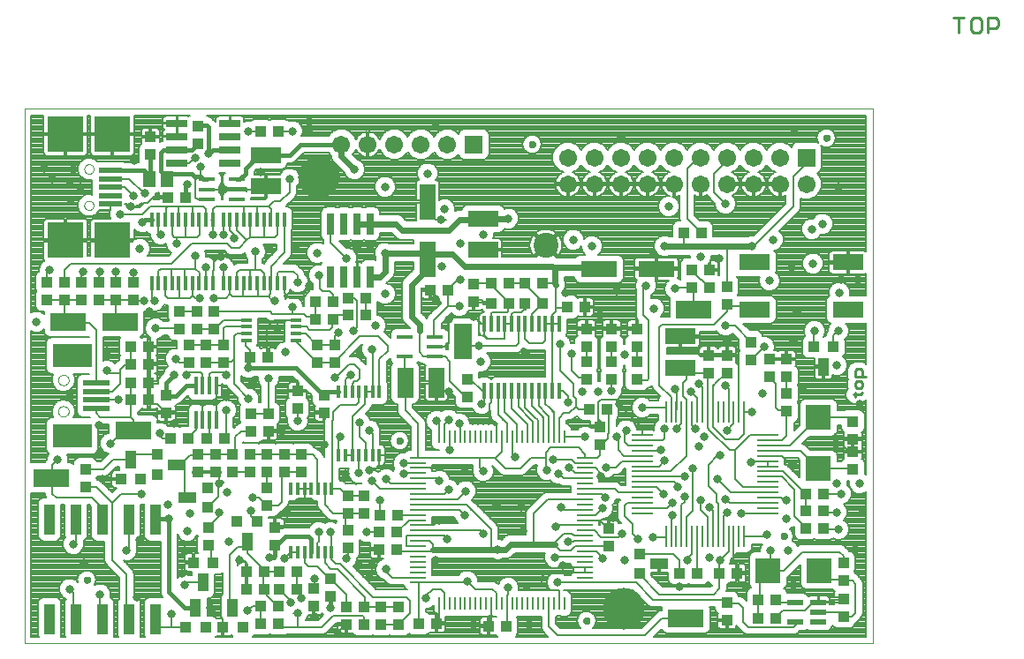
<source format=gtl>
G75*
G70*
%OFA0B0*%
%FSLAX24Y24*%
%IPPOS*%
%LPD*%
%AMOC8*
5,1,8,0,0,1.08239X$1,22.5*
%
%ADD10C,0.0010*%
%ADD11C,0.0160*%
%ADD12C,0.0090*%
%ADD13C,0.0110*%
%ADD14R,0.0591X0.0157*%
%ADD15R,0.0906X0.0197*%
%ADD16R,0.1378X0.1378*%
%ADD17C,0.0000*%
%ADD18R,0.0433X0.0394*%
%ADD19R,0.0591X0.0098*%
%ADD20R,0.0098X0.0492*%
%ADD21R,0.0945X0.0945*%
%ADD22R,0.0591X0.0197*%
%ADD23R,0.0098X0.0787*%
%ADD24R,0.0787X0.0098*%
%ADD25R,0.1496X0.0906*%
%ADD26R,0.0984X0.0217*%
%ADD27R,0.0142X0.0512*%
%ADD28R,0.0394X0.0433*%
%ADD29R,0.1142X0.0591*%
%ADD30R,0.0675X0.0675*%
%ADD31C,0.0675*%
%ADD32R,0.0400X0.0400*%
%ADD33R,0.0400X0.0700*%
%ADD34R,0.0700X0.0400*%
%ADD35R,0.0118X0.0591*%
%ADD36R,0.0142X0.0551*%
%ADD37R,0.0512X0.0591*%
%ADD38R,0.0128X0.0709*%
%ADD39R,0.0260X0.0800*%
%ADD40R,0.0591X0.1142*%
%ADD41R,0.0402X0.0161*%
%ADD42R,0.0394X0.1181*%
%ADD43R,0.1181X0.0591*%
%ADD44R,0.1378X0.0591*%
%ADD45R,0.0591X0.1378*%
%ADD46R,0.0700X0.1350*%
%ADD47R,0.1350X0.0700*%
%ADD48C,0.0945*%
%ADD49R,0.0800X0.0260*%
%ADD50C,0.0080*%
%ADD51C,0.0317*%
%ADD52C,0.1575*%
%ADD53C,0.0240*%
D10*
X000450Y000105D02*
X032450Y000105D01*
X032450Y020305D01*
X000450Y020305D01*
X000450Y000105D01*
D11*
X002750Y002505D02*
X002752Y002518D01*
X002757Y002531D01*
X002766Y002542D01*
X002777Y002549D01*
X002790Y002554D01*
X002803Y002555D01*
X002817Y002552D01*
X002829Y002546D01*
X002839Y002537D01*
X002846Y002525D01*
X002850Y002512D01*
X002850Y002498D01*
X002846Y002485D01*
X002839Y002473D01*
X002829Y002464D01*
X002817Y002458D01*
X002803Y002455D01*
X002790Y002456D01*
X002777Y002461D01*
X002766Y002468D01*
X002757Y002479D01*
X002752Y002492D01*
X002750Y002505D01*
X005900Y002055D02*
X006500Y001455D01*
X006905Y001455D01*
X005900Y002055D02*
X005900Y004805D01*
X005400Y004805D01*
X005350Y004755D01*
X005318Y004787D01*
X005400Y004787D01*
X009700Y003355D02*
X009850Y003355D01*
X009900Y003405D01*
X009900Y003820D01*
X009965Y003820D01*
X010300Y004155D01*
X011150Y004155D01*
X011268Y004037D01*
X011268Y003555D01*
X012000Y001870D02*
X012000Y001455D01*
X021600Y000955D02*
X021602Y000968D01*
X021607Y000981D01*
X021616Y000992D01*
X021627Y000999D01*
X021640Y001004D01*
X021653Y001005D01*
X021667Y001002D01*
X021679Y000996D01*
X021689Y000987D01*
X021696Y000975D01*
X021700Y000962D01*
X021700Y000948D01*
X021696Y000935D01*
X021689Y000923D01*
X021679Y000914D01*
X021667Y000908D01*
X021653Y000905D01*
X021640Y000906D01*
X021627Y000911D01*
X021616Y000918D01*
X021607Y000929D01*
X021602Y000942D01*
X021600Y000955D01*
X029050Y004155D02*
X029052Y004168D01*
X029057Y004181D01*
X029066Y004192D01*
X029077Y004199D01*
X029090Y004204D01*
X029103Y004205D01*
X029117Y004202D01*
X029129Y004196D01*
X029139Y004187D01*
X029146Y004175D01*
X029150Y004162D01*
X029150Y004148D01*
X029146Y004135D01*
X029139Y004123D01*
X029129Y004114D01*
X029117Y004108D01*
X029103Y004105D01*
X029090Y004106D01*
X029077Y004111D01*
X029066Y004118D01*
X029057Y004129D01*
X029052Y004142D01*
X029050Y004155D01*
X014550Y007755D02*
X014552Y007768D01*
X014557Y007781D01*
X014566Y007792D01*
X014577Y007799D01*
X014590Y007804D01*
X014603Y007805D01*
X014617Y007802D01*
X014629Y007796D01*
X014639Y007787D01*
X014646Y007775D01*
X014650Y007762D01*
X014650Y007748D01*
X014646Y007735D01*
X014639Y007723D01*
X014629Y007714D01*
X014617Y007708D01*
X014603Y007705D01*
X014590Y007706D01*
X014577Y007711D01*
X014566Y007718D01*
X014557Y007729D01*
X014552Y007742D01*
X014550Y007755D01*
X012300Y009605D02*
X011900Y009605D01*
X011785Y009490D01*
X011750Y009490D01*
X011750Y009455D01*
X010700Y010505D01*
X008900Y010505D01*
X008900Y010805D01*
X008965Y010870D01*
X008965Y010905D01*
X006850Y009855D02*
X006550Y009855D01*
X006150Y009455D01*
X005800Y009455D01*
X005800Y009490D01*
X005735Y009490D01*
X005800Y009555D01*
X005800Y009955D01*
X006100Y010255D01*
X005735Y009490D02*
X005700Y009455D01*
X004900Y016005D02*
X005000Y016105D01*
X005250Y016105D01*
X006535Y016955D02*
X006535Y017390D01*
X006600Y017455D01*
X006900Y017705D02*
X006750Y017855D01*
X005950Y017855D01*
X005820Y017725D01*
X005770Y017725D01*
X005750Y017705D01*
X005835Y017670D02*
X005700Y017805D01*
X005700Y017855D01*
X005600Y017955D01*
X005600Y018655D01*
X005700Y018755D01*
X006200Y018755D01*
X006750Y018755D01*
X006965Y018970D01*
X007000Y018970D01*
X007400Y018605D02*
X007400Y019605D01*
X007315Y019690D01*
X007035Y019690D01*
X007000Y019655D01*
X007000Y019640D01*
X007550Y018755D02*
X007400Y018605D01*
X007550Y018755D02*
X008200Y018755D01*
X008800Y018055D02*
X008800Y017855D01*
X008700Y017755D01*
X008570Y017625D01*
X008462Y017625D01*
X008670Y017725D02*
X008700Y017755D01*
X008800Y018055D02*
X009270Y018525D01*
X009520Y018525D01*
X009550Y018555D01*
X009550Y018546D01*
X009550Y018505D01*
X009600Y018555D01*
X010450Y018555D01*
X010850Y018955D01*
X012400Y018955D01*
X009600Y018605D02*
X009550Y018555D01*
X007340Y017625D02*
X007180Y017625D01*
X007096Y017709D01*
X007096Y017725D01*
X006900Y017725D01*
X005850Y017655D02*
X005835Y017670D01*
X005835Y017655D01*
X005200Y017705D02*
X005200Y018570D01*
X004943Y017962D02*
X005150Y017755D01*
X004943Y017962D02*
X003687Y017962D01*
X019550Y018955D02*
X019552Y018968D01*
X019557Y018981D01*
X019566Y018992D01*
X019577Y018999D01*
X019590Y019004D01*
X019603Y019005D01*
X019617Y019002D01*
X019629Y018996D01*
X019639Y018987D01*
X019646Y018975D01*
X019650Y018962D01*
X019650Y018948D01*
X019646Y018935D01*
X019639Y018923D01*
X019629Y018914D01*
X019617Y018908D01*
X019603Y018905D01*
X019590Y018906D01*
X019577Y018911D01*
X019566Y018918D01*
X019557Y018929D01*
X019552Y018942D01*
X019550Y018955D01*
X030650Y019205D02*
X030652Y019218D01*
X030657Y019231D01*
X030666Y019242D01*
X030677Y019249D01*
X030690Y019254D01*
X030703Y019255D01*
X030717Y019252D01*
X030729Y019246D01*
X030739Y019237D01*
X030746Y019225D01*
X030750Y019212D01*
X030750Y019198D01*
X030746Y019185D01*
X030739Y019173D01*
X030729Y019164D01*
X030717Y019158D01*
X030703Y019155D01*
X030690Y019156D01*
X030677Y019161D01*
X030666Y019168D01*
X030657Y019179D01*
X030652Y019192D01*
X030650Y019205D01*
D12*
X031850Y010463D02*
X031781Y010395D01*
X031781Y010190D01*
X032192Y010190D01*
X032055Y010190D02*
X032055Y010395D01*
X031987Y010463D01*
X031850Y010463D01*
X031850Y010003D02*
X031781Y009934D01*
X031781Y009798D01*
X031850Y009729D01*
X031987Y009729D01*
X032055Y009798D01*
X032055Y009934D01*
X031987Y010003D01*
X031850Y010003D01*
X031781Y009559D02*
X031781Y009422D01*
X031713Y009491D02*
X031987Y009491D01*
X032055Y009559D01*
D13*
X035702Y023160D02*
X035702Y023751D01*
X035505Y023751D02*
X035899Y023751D01*
X036150Y023652D02*
X036150Y023258D01*
X036248Y023160D01*
X036445Y023160D01*
X036543Y023258D01*
X036543Y023652D01*
X036445Y023751D01*
X036248Y023751D01*
X036150Y023652D01*
X036794Y023751D02*
X036794Y023160D01*
X036794Y023357D02*
X037089Y023357D01*
X037188Y023455D01*
X037188Y023652D01*
X037089Y023751D01*
X036794Y023751D01*
D14*
X015910Y011683D03*
X015910Y011309D03*
X015910Y010935D03*
X014788Y010935D03*
X014788Y011683D03*
X008462Y016877D03*
X007340Y016877D03*
X007340Y017251D03*
X007340Y017625D03*
X008462Y017625D03*
D15*
X003687Y017648D03*
X003687Y017962D03*
X003687Y017333D03*
X003687Y017018D03*
X003687Y016703D03*
D16*
X003766Y015325D03*
X001994Y015325D03*
X001994Y019340D03*
X003766Y019340D03*
D17*
X002703Y018022D02*
X002705Y018048D01*
X002711Y018074D01*
X002721Y018099D01*
X002734Y018122D01*
X002750Y018142D01*
X002770Y018160D01*
X002792Y018175D01*
X002815Y018187D01*
X002841Y018195D01*
X002867Y018199D01*
X002893Y018199D01*
X002919Y018195D01*
X002945Y018187D01*
X002969Y018175D01*
X002990Y018160D01*
X003010Y018142D01*
X003026Y018122D01*
X003039Y018099D01*
X003049Y018074D01*
X003055Y018048D01*
X003057Y018022D01*
X003055Y017996D01*
X003049Y017970D01*
X003039Y017945D01*
X003026Y017922D01*
X003010Y017902D01*
X002990Y017884D01*
X002968Y017869D01*
X002945Y017857D01*
X002919Y017849D01*
X002893Y017845D01*
X002867Y017845D01*
X002841Y017849D01*
X002815Y017857D01*
X002791Y017869D01*
X002770Y017884D01*
X002750Y017902D01*
X002734Y017922D01*
X002721Y017945D01*
X002711Y017970D01*
X002705Y017996D01*
X002703Y018022D01*
X002703Y016644D02*
X002705Y016670D01*
X002711Y016696D01*
X002721Y016721D01*
X002734Y016744D01*
X002750Y016764D01*
X002770Y016782D01*
X002792Y016797D01*
X002815Y016809D01*
X002841Y016817D01*
X002867Y016821D01*
X002893Y016821D01*
X002919Y016817D01*
X002945Y016809D01*
X002969Y016797D01*
X002990Y016782D01*
X003010Y016764D01*
X003026Y016744D01*
X003039Y016721D01*
X003049Y016696D01*
X003055Y016670D01*
X003057Y016644D01*
X003055Y016618D01*
X003049Y016592D01*
X003039Y016567D01*
X003026Y016544D01*
X003010Y016524D01*
X002990Y016506D01*
X002968Y016491D01*
X002945Y016479D01*
X002919Y016471D01*
X002893Y016467D01*
X002867Y016467D01*
X002841Y016471D01*
X002815Y016479D01*
X002791Y016491D01*
X002770Y016506D01*
X002750Y016524D01*
X002734Y016544D01*
X002721Y016567D01*
X002711Y016592D01*
X002705Y016618D01*
X002703Y016644D01*
X001720Y010046D02*
X001722Y010073D01*
X001728Y010100D01*
X001737Y010126D01*
X001750Y010150D01*
X001766Y010173D01*
X001785Y010192D01*
X001807Y010209D01*
X001831Y010223D01*
X001856Y010233D01*
X001883Y010240D01*
X001910Y010243D01*
X001938Y010242D01*
X001965Y010237D01*
X001991Y010229D01*
X002015Y010217D01*
X002038Y010201D01*
X002059Y010183D01*
X002076Y010162D01*
X002091Y010138D01*
X002102Y010113D01*
X002110Y010087D01*
X002114Y010060D01*
X002114Y010032D01*
X002110Y010005D01*
X002102Y009979D01*
X002091Y009954D01*
X002076Y009930D01*
X002059Y009909D01*
X002038Y009891D01*
X002016Y009875D01*
X001991Y009863D01*
X001965Y009855D01*
X001938Y009850D01*
X001910Y009849D01*
X001883Y009852D01*
X001856Y009859D01*
X001831Y009869D01*
X001807Y009883D01*
X001785Y009900D01*
X001766Y009919D01*
X001750Y009942D01*
X001737Y009966D01*
X001728Y009992D01*
X001722Y010019D01*
X001720Y010046D01*
X001720Y008864D02*
X001722Y008891D01*
X001728Y008918D01*
X001737Y008944D01*
X001750Y008968D01*
X001766Y008991D01*
X001785Y009010D01*
X001807Y009027D01*
X001831Y009041D01*
X001856Y009051D01*
X001883Y009058D01*
X001910Y009061D01*
X001938Y009060D01*
X001965Y009055D01*
X001991Y009047D01*
X002015Y009035D01*
X002038Y009019D01*
X002059Y009001D01*
X002076Y008980D01*
X002091Y008956D01*
X002102Y008931D01*
X002110Y008905D01*
X002114Y008878D01*
X002114Y008850D01*
X002110Y008823D01*
X002102Y008797D01*
X002091Y008772D01*
X002076Y008748D01*
X002059Y008727D01*
X002038Y008709D01*
X002016Y008693D01*
X001991Y008681D01*
X001965Y008673D01*
X001938Y008668D01*
X001910Y008667D01*
X001883Y008670D01*
X001856Y008677D01*
X001831Y008687D01*
X001807Y008701D01*
X001785Y008718D01*
X001766Y008737D01*
X001750Y008760D01*
X001737Y008784D01*
X001728Y008810D01*
X001722Y008837D01*
X001720Y008864D01*
D18*
X002750Y006690D03*
X002750Y006020D03*
X007000Y006570D03*
X007650Y006570D03*
X008300Y006570D03*
X008950Y006570D03*
X009600Y006570D03*
X010250Y006570D03*
X010900Y006570D03*
X010900Y007240D03*
X010250Y007240D03*
X009600Y007240D03*
X008950Y007240D03*
X008300Y007240D03*
X007650Y007240D03*
X007000Y007240D03*
X009000Y008120D03*
X009650Y008120D03*
X009650Y008790D03*
X009000Y008790D03*
X010750Y008970D03*
X010750Y009640D03*
X011750Y009490D03*
X011750Y008820D03*
X011500Y010720D03*
X012150Y010720D03*
X012150Y011390D03*
X011500Y011390D03*
X007950Y011390D03*
X007300Y011390D03*
X006650Y011390D03*
X006950Y011970D03*
X006300Y011970D03*
X006300Y012640D03*
X006950Y012640D03*
X007600Y012640D03*
X007600Y011970D03*
X007300Y010720D03*
X007950Y010720D03*
X006650Y010720D03*
X005800Y009490D03*
X005800Y008820D03*
X009600Y005990D03*
X009600Y005320D03*
X009900Y004490D03*
X009900Y003820D03*
X011350Y002190D03*
X012000Y001870D03*
X012600Y001490D03*
X013250Y001490D03*
X013900Y001490D03*
X014550Y001490D03*
X014550Y000820D03*
X013900Y000820D03*
X013250Y000820D03*
X012600Y000820D03*
X011350Y001520D03*
X012000Y002540D03*
X012650Y003720D03*
X012650Y004390D03*
X012650Y005020D03*
X013250Y005020D03*
X013250Y005690D03*
X012650Y005690D03*
X007400Y004490D03*
X007400Y003820D03*
X017150Y009420D03*
X017150Y010090D03*
X021650Y010070D03*
X022600Y010070D03*
X022600Y010740D03*
X022600Y011320D03*
X021650Y011320D03*
X021650Y010740D03*
X021650Y011990D03*
X022600Y011990D03*
X023550Y011990D03*
X023550Y011320D03*
X023550Y010740D03*
X023550Y010070D03*
X026250Y010320D03*
X026950Y010320D03*
X026950Y010990D03*
X026250Y010990D03*
X027850Y010820D03*
X028550Y010840D03*
X029200Y010840D03*
X029200Y010170D03*
X028550Y010170D03*
X029200Y009540D03*
X029200Y008870D03*
X031700Y008490D03*
X031700Y007820D03*
X031700Y007340D03*
X031700Y006670D03*
X031350Y003140D03*
X031350Y002470D03*
X031350Y001790D03*
X031350Y001120D03*
X026950Y000970D03*
X026950Y001640D03*
X022500Y003770D03*
X022500Y004440D03*
X022150Y007620D03*
X022150Y008290D03*
X027850Y011490D03*
X026950Y012920D03*
X026950Y013590D03*
X017400Y013690D03*
X017400Y013020D03*
X007000Y018970D03*
X007000Y019640D03*
X005200Y019240D03*
X005200Y018570D03*
X004550Y013740D03*
X003900Y013740D03*
X003250Y013740D03*
X002600Y013740D03*
X001950Y013740D03*
X001300Y013740D03*
X001300Y013070D03*
X001950Y013070D03*
X002600Y013070D03*
X003250Y013070D03*
X003900Y013070D03*
X004550Y013070D03*
D19*
X015300Y007117D03*
X015300Y006920D03*
X015300Y006724D03*
X015300Y006527D03*
X015300Y006330D03*
X015300Y006133D03*
X015300Y005936D03*
X015300Y005739D03*
X015300Y005542D03*
X015300Y005346D03*
X015300Y005149D03*
X015300Y004952D03*
X015300Y004755D03*
X015300Y004558D03*
X015300Y004361D03*
X015300Y004164D03*
X015300Y003968D03*
X015300Y003771D03*
X015300Y003574D03*
X015300Y003377D03*
X015300Y003180D03*
X015300Y002983D03*
X015300Y002786D03*
X015300Y002590D03*
X015300Y002393D03*
X021600Y002393D03*
X021600Y002590D03*
X021600Y002786D03*
X021600Y002983D03*
X021600Y003180D03*
X021600Y003377D03*
X021600Y003574D03*
X021600Y003771D03*
X021600Y003968D03*
X021600Y004164D03*
X021600Y004361D03*
X021600Y004558D03*
X021600Y004755D03*
X021600Y004952D03*
X021600Y005149D03*
X021600Y005346D03*
X021600Y005542D03*
X021600Y005739D03*
X021600Y005936D03*
X021600Y006133D03*
X021600Y006330D03*
X021600Y006527D03*
X021600Y006724D03*
X021600Y006920D03*
X021600Y007117D03*
D20*
X020812Y007905D03*
X020615Y007905D03*
X020419Y007905D03*
X020222Y007905D03*
X020025Y007905D03*
X019828Y007905D03*
X019631Y007905D03*
X019434Y007905D03*
X019237Y007905D03*
X019041Y007905D03*
X018844Y007905D03*
X018647Y007905D03*
X018450Y007905D03*
X018253Y007905D03*
X018056Y007905D03*
X017859Y007905D03*
X017663Y007905D03*
X017466Y007905D03*
X017269Y007905D03*
X017072Y007905D03*
X016875Y007905D03*
X016678Y007905D03*
X016481Y007905D03*
X016285Y007905D03*
X016088Y007905D03*
X016088Y001605D03*
X016285Y001605D03*
X016481Y001605D03*
X016678Y001605D03*
X016875Y001605D03*
X017072Y001605D03*
X017269Y001605D03*
X017466Y001605D03*
X017663Y001605D03*
X017859Y001605D03*
X018056Y001605D03*
X018253Y001605D03*
X018450Y001605D03*
X018647Y001605D03*
X018844Y001605D03*
X019041Y001605D03*
X019237Y001605D03*
X019434Y001605D03*
X019631Y001605D03*
X019828Y001605D03*
X020025Y001605D03*
X020222Y001605D03*
X020419Y001605D03*
X020615Y001605D03*
X020812Y001605D03*
D21*
X028500Y002855D03*
X030429Y002855D03*
X030400Y006705D03*
X030400Y008634D03*
D22*
X030400Y001653D03*
X030400Y001279D03*
X030400Y000905D03*
X029534Y000905D03*
X029534Y001653D03*
D23*
X027600Y004131D03*
X027403Y004131D03*
X027206Y004131D03*
X027009Y004131D03*
X026813Y004131D03*
X026616Y004131D03*
X026419Y004131D03*
X026222Y004131D03*
X026025Y004131D03*
X025828Y004131D03*
X025631Y004131D03*
X025435Y004131D03*
X025238Y004131D03*
X025041Y004131D03*
X024844Y004131D03*
X024647Y004131D03*
X024647Y008855D03*
X024844Y008855D03*
X025041Y008855D03*
X025238Y008855D03*
X025435Y008855D03*
X025631Y008855D03*
X025828Y008855D03*
X026025Y008855D03*
X026222Y008855D03*
X026419Y008855D03*
X026616Y008855D03*
X026813Y008855D03*
X027009Y008855D03*
X027206Y008855D03*
X027403Y008855D03*
X027600Y008855D03*
D24*
X028486Y007969D03*
X028486Y007772D03*
X028486Y007575D03*
X028486Y007379D03*
X028486Y007182D03*
X028486Y006985D03*
X028486Y006788D03*
X028486Y006591D03*
X028486Y006394D03*
X028486Y006198D03*
X028486Y006001D03*
X028486Y005804D03*
X028486Y005607D03*
X028486Y005410D03*
X028486Y005213D03*
X028486Y005016D03*
X023761Y005016D03*
X023761Y005213D03*
X023761Y005410D03*
X023761Y005607D03*
X023761Y005804D03*
X023761Y006001D03*
X023761Y006198D03*
X023761Y006394D03*
X023761Y006591D03*
X023761Y006788D03*
X023761Y006985D03*
X023761Y007182D03*
X023761Y007379D03*
X023761Y007575D03*
X023761Y007772D03*
X023761Y007969D03*
D25*
X002252Y007939D03*
X002252Y010971D03*
D26*
X003157Y009927D03*
X003157Y009612D03*
X003157Y009298D03*
X003157Y008983D03*
D27*
X010500Y005955D03*
X010756Y005955D03*
X011012Y005955D03*
X011268Y005955D03*
X011524Y005955D03*
X011780Y005955D03*
X012035Y005955D03*
X012300Y007205D03*
X012556Y007205D03*
X012812Y007205D03*
X013068Y007205D03*
X013324Y007205D03*
X013580Y007205D03*
X013835Y007205D03*
X013835Y009605D03*
X013580Y009605D03*
X013324Y009605D03*
X013068Y009605D03*
X012812Y009605D03*
X012556Y009605D03*
X012300Y009605D03*
X012035Y003555D03*
X011780Y003555D03*
X011524Y003555D03*
X011268Y003555D03*
X011012Y003555D03*
X010756Y003555D03*
X010500Y003555D03*
D28*
X010735Y002805D03*
X010065Y002805D03*
X009485Y002805D03*
X008815Y002805D03*
X008815Y002155D03*
X009485Y002155D03*
X010065Y002155D03*
X010735Y002155D03*
X010035Y001505D03*
X009365Y001505D03*
X009365Y000855D03*
X010035Y000855D03*
X013815Y003655D03*
X013815Y004305D03*
X014485Y004305D03*
X014485Y003655D03*
X014535Y004955D03*
X013865Y004955D03*
X007985Y007855D03*
X007315Y007855D03*
X006635Y007855D03*
X005965Y007855D03*
X005135Y009305D03*
X004465Y009305D03*
X004465Y009955D03*
X005135Y009955D03*
X005135Y010655D03*
X004465Y010655D03*
X004465Y011305D03*
X005135Y011305D03*
X008965Y010905D03*
X009635Y010905D03*
X011415Y012355D03*
X011415Y013005D03*
X012085Y013005D03*
X012665Y013155D03*
X013335Y013155D03*
X013335Y012505D03*
X012665Y012505D03*
X012085Y012355D03*
X015765Y013455D03*
X016435Y013455D03*
X018065Y013705D03*
X018735Y013705D03*
X019315Y013705D03*
X019985Y013705D03*
X019985Y012955D03*
X019315Y012955D03*
X018735Y012955D03*
X018065Y012955D03*
X020915Y012805D03*
X021585Y012805D03*
X025615Y013555D03*
X025615Y014205D03*
X026285Y014205D03*
X026285Y013555D03*
X025985Y015605D03*
X025315Y015605D03*
X022435Y008955D03*
X021765Y008955D03*
X029915Y005755D03*
X030585Y005755D03*
X030585Y005105D03*
X029915Y005105D03*
X029915Y004455D03*
X030585Y004455D03*
X027335Y002755D03*
X026665Y002755D03*
X025835Y002755D03*
X025165Y002755D03*
X028115Y001755D03*
X028785Y001755D03*
X028785Y001055D03*
X028115Y001055D03*
X018635Y000755D03*
X017965Y000755D03*
X015985Y000855D03*
X015315Y000855D03*
X006535Y016955D03*
X005865Y016955D03*
X009365Y019455D03*
X010035Y019455D03*
D29*
X009550Y018546D03*
X009550Y017364D03*
X017750Y016146D03*
X017750Y014964D03*
X025200Y011696D03*
X025200Y010514D03*
D30*
X029950Y018455D03*
X017400Y018955D03*
D31*
X016400Y018955D03*
X015400Y018955D03*
X014400Y018955D03*
X013400Y018955D03*
X012400Y018955D03*
X020950Y018455D03*
X021950Y018455D03*
X022950Y018455D03*
X023950Y018455D03*
X024950Y018455D03*
X025950Y018455D03*
X026950Y018455D03*
X027950Y018455D03*
X028950Y018455D03*
X028950Y017455D03*
X027950Y017455D03*
X026950Y017455D03*
X025950Y017455D03*
X024950Y017455D03*
X023950Y017455D03*
X022950Y017455D03*
X021950Y017455D03*
X020950Y017455D03*
X029950Y017455D03*
D32*
X030220Y011305D03*
X030970Y011305D03*
X023650Y003475D03*
X023650Y002725D03*
X009220Y004705D03*
X008470Y004705D03*
X007350Y005235D03*
X007350Y005985D03*
X005450Y006475D03*
X004830Y006305D03*
X004080Y006305D03*
X005450Y007225D03*
X006820Y003155D03*
X007570Y003155D03*
X007280Y000705D03*
X007930Y000705D03*
X008680Y000705D03*
X006530Y000705D03*
D33*
X006905Y001455D03*
X007195Y002405D03*
X008305Y001455D03*
X008845Y003955D03*
X004455Y007055D03*
X030595Y010555D03*
D34*
X024400Y003100D03*
X006600Y005610D03*
X006200Y006850D03*
D35*
X017798Y009645D03*
X018054Y009645D03*
X018310Y009645D03*
X018566Y009645D03*
X018822Y009645D03*
X019078Y009645D03*
X019334Y009645D03*
X019590Y009645D03*
X019846Y009645D03*
X020102Y009645D03*
X020357Y009645D03*
X020613Y009645D03*
X020613Y012165D03*
X020357Y012165D03*
X020102Y012165D03*
X019846Y012165D03*
X019590Y012165D03*
X019334Y012165D03*
X019078Y012165D03*
X018822Y012165D03*
X018566Y012165D03*
X018310Y012165D03*
X018054Y012165D03*
X017798Y012165D03*
D36*
X010253Y013705D03*
X009997Y013705D03*
X009741Y013705D03*
X009485Y013705D03*
X009230Y013705D03*
X008974Y013705D03*
X008718Y013705D03*
X008462Y013705D03*
X008206Y013705D03*
X007950Y013705D03*
X007553Y013705D03*
X007297Y013705D03*
X007041Y013705D03*
X006785Y013705D03*
X006530Y013705D03*
X006274Y013705D03*
X006018Y013705D03*
X005762Y013705D03*
X005506Y013705D03*
X005250Y013705D03*
X005250Y016105D03*
X005506Y016105D03*
X005762Y016105D03*
X006018Y016105D03*
X006274Y016105D03*
X006530Y016105D03*
X006785Y016105D03*
X007041Y016105D03*
X007297Y016105D03*
X007553Y016105D03*
X007950Y016105D03*
X008206Y016105D03*
X008462Y016105D03*
X008718Y016105D03*
X008974Y016105D03*
X009230Y016105D03*
X009485Y016105D03*
X009741Y016105D03*
X009997Y016105D03*
X010253Y016105D03*
D37*
X005835Y017655D03*
X005165Y017655D03*
D38*
X006916Y009855D03*
X007172Y009855D03*
X007428Y009855D03*
X007684Y009855D03*
X007684Y008555D03*
X007428Y008555D03*
X007172Y008555D03*
X006916Y008555D03*
D39*
X012000Y013955D03*
X012500Y013955D03*
X013000Y013955D03*
X013500Y013955D03*
X013500Y015955D03*
X013000Y015955D03*
X012500Y015955D03*
X012000Y015955D03*
D40*
X014809Y009955D03*
X015991Y009955D03*
D41*
X010700Y011555D03*
X010700Y011811D03*
X010700Y012067D03*
X010700Y012323D03*
X008810Y012323D03*
X008810Y012067D03*
X008810Y011811D03*
X008810Y011555D03*
D42*
X005400Y004787D03*
X004400Y004787D03*
X003400Y004787D03*
X002400Y004787D03*
X001400Y004787D03*
X001400Y001023D03*
X002400Y001023D03*
X003400Y001023D03*
X004400Y001023D03*
X005400Y001023D03*
D43*
X027978Y012719D03*
X027978Y014491D03*
X031522Y014491D03*
X031522Y012719D03*
D44*
X024283Y014255D03*
X022117Y014255D03*
D45*
X015650Y014622D03*
X015650Y016788D03*
D46*
X017000Y011505D03*
D47*
X025700Y012705D03*
X025400Y001055D03*
X004550Y008155D03*
X001450Y006355D03*
X002100Y012255D03*
X004050Y012255D03*
D48*
X020115Y015140D03*
D49*
X008200Y018255D03*
X008200Y018755D03*
X008200Y019255D03*
X008200Y019755D03*
X006200Y019755D03*
X006200Y019255D03*
X006200Y018755D03*
X006200Y018255D03*
D50*
X006650Y018255D01*
X006900Y018505D01*
X006900Y018455D01*
X007100Y018105D02*
X007096Y018101D01*
X007096Y017725D01*
X006900Y017725D02*
X006900Y017705D01*
X006900Y016955D01*
X006978Y016877D01*
X007340Y016877D01*
X007200Y016605D02*
X006800Y016605D01*
X006785Y016590D01*
X006785Y016105D01*
X006530Y016105D02*
X006530Y015485D01*
X006500Y015455D01*
X006950Y015455D01*
X007050Y015555D01*
X007050Y016105D01*
X007050Y016105D01*
X007041Y016105D01*
X007297Y016105D02*
X007297Y016508D01*
X007200Y016605D01*
X007550Y016505D02*
X007550Y016105D01*
X007550Y016105D01*
X007553Y016105D01*
X007500Y016105D01*
X007500Y016105D01*
X007550Y016055D01*
X007550Y015555D01*
X007950Y015555D02*
X007950Y016105D01*
X008206Y016105D02*
X008206Y015699D01*
X008350Y015555D01*
X008350Y015405D01*
X008100Y015205D02*
X008250Y015055D01*
X008550Y015055D01*
X008825Y015330D01*
X008462Y015693D01*
X008462Y016143D01*
X008462Y016105D01*
X008462Y016143D02*
X008450Y016155D01*
X008718Y016105D02*
X008718Y016587D01*
X008700Y016605D01*
X007650Y016605D01*
X007550Y016505D01*
X007875Y016885D02*
X007875Y017003D01*
X007839Y017092D01*
X007775Y017155D01*
X007775Y017251D01*
X007775Y017347D01*
X007839Y017410D01*
X007875Y017499D01*
X007875Y017751D01*
X007839Y017840D01*
X007793Y017885D01*
X008009Y017885D01*
X007963Y017840D01*
X007927Y017751D01*
X007927Y017499D01*
X007963Y017410D01*
X008031Y017343D01*
X008119Y017306D01*
X008395Y017306D01*
X008398Y017305D01*
X008634Y017305D01*
X008637Y017306D01*
X008805Y017306D01*
X008839Y017320D01*
X008839Y017182D01*
X008805Y017196D01*
X008119Y017196D01*
X008031Y017159D01*
X007963Y017092D01*
X007927Y017003D01*
X007927Y016885D01*
X007875Y016885D01*
X007875Y016904D02*
X007927Y016904D01*
X007927Y016983D02*
X007875Y016983D01*
X007851Y017061D02*
X007951Y017061D01*
X008011Y017140D02*
X007791Y017140D01*
X007775Y017218D02*
X008839Y017218D01*
X008839Y017297D02*
X007775Y017297D01*
X007775Y017251D02*
X007340Y017251D01*
X007340Y017251D01*
X009496Y017251D01*
X009550Y017305D01*
X009550Y017364D01*
X009590Y017324D02*
X009590Y016941D01*
X009534Y016885D01*
X009144Y016885D01*
X008997Y016885D01*
X008997Y016929D01*
X009510Y016929D01*
X009510Y017324D01*
X009590Y017324D01*
X009590Y017297D02*
X009510Y017297D01*
X009510Y017218D02*
X009590Y017218D01*
X009590Y017140D02*
X009510Y017140D01*
X009510Y017061D02*
X009590Y017061D01*
X009590Y016983D02*
X009510Y016983D01*
X009553Y016904D02*
X008997Y016904D01*
X009200Y016605D02*
X008700Y016605D01*
X009200Y016605D02*
X009230Y016575D01*
X009230Y016105D01*
X009485Y016105D02*
X009500Y016105D01*
X009500Y015455D01*
X009900Y015455D01*
X009997Y015552D01*
X009997Y016105D01*
X009741Y016105D02*
X009741Y016014D01*
X009750Y016005D01*
X009750Y016505D01*
X009650Y016605D01*
X009850Y016805D01*
X010100Y016805D01*
X010450Y017155D01*
X010450Y017655D01*
X010730Y017371D02*
X010788Y017429D01*
X010849Y017576D01*
X010849Y017734D01*
X010788Y017881D01*
X010676Y017993D01*
X010529Y018054D01*
X010371Y018054D01*
X010224Y017993D01*
X010112Y017881D01*
X010078Y017800D01*
X009590Y017800D01*
X009590Y017404D01*
X009510Y017404D01*
X009510Y017800D01*
X009120Y017800D01*
X009120Y017922D01*
X009208Y018010D01*
X010169Y018010D01*
X010257Y018047D01*
X010324Y018114D01*
X010361Y018203D01*
X010361Y018235D01*
X010514Y018235D01*
X010631Y018284D01*
X010721Y018374D01*
X010983Y018635D01*
X011907Y018635D01*
X011910Y018628D01*
X012040Y018498D01*
X012040Y018433D01*
X012095Y018301D01*
X012523Y017873D01*
X012562Y017779D01*
X012674Y017667D01*
X012821Y017606D01*
X012979Y017606D01*
X013126Y017667D01*
X013238Y017779D01*
X013299Y017926D01*
X013299Y018084D01*
X013238Y018231D01*
X013126Y018343D01*
X013032Y018382D01*
X012838Y018576D01*
X012890Y018628D01*
X012954Y018783D01*
X012957Y018772D01*
X012992Y018705D01*
X013036Y018644D01*
X013089Y018591D01*
X013150Y018547D01*
X013217Y018512D01*
X013288Y018489D01*
X013360Y018478D01*
X013360Y018915D01*
X013440Y018915D01*
X013440Y018478D01*
X013512Y018489D01*
X013583Y018512D01*
X013650Y018547D01*
X013711Y018591D01*
X013764Y018644D01*
X013808Y018705D01*
X013843Y018772D01*
X013846Y018783D01*
X013910Y018628D01*
X014073Y018465D01*
X014285Y018378D01*
X014515Y018378D01*
X014727Y018465D01*
X014890Y018628D01*
X014900Y018653D01*
X014910Y018628D01*
X015073Y018465D01*
X015285Y018378D01*
X015515Y018378D01*
X015727Y018465D01*
X015890Y018628D01*
X015900Y018653D01*
X015910Y018628D01*
X016073Y018465D01*
X016285Y018378D01*
X016515Y018378D01*
X016727Y018465D01*
X016825Y018563D01*
X016859Y018482D01*
X016927Y018414D01*
X017015Y018378D01*
X017785Y018378D01*
X017873Y018414D01*
X017941Y018482D01*
X017977Y018570D01*
X017977Y019340D01*
X017941Y019428D01*
X017873Y019496D01*
X017785Y019532D01*
X017015Y019532D01*
X016927Y019496D01*
X016859Y019428D01*
X016825Y019347D01*
X016727Y019445D01*
X016515Y019532D01*
X016285Y019532D01*
X016073Y019445D01*
X015910Y019282D01*
X015900Y019257D01*
X015890Y019282D01*
X015727Y019445D01*
X015515Y019532D01*
X015285Y019532D01*
X015073Y019445D01*
X014910Y019282D01*
X014900Y019257D01*
X014890Y019282D01*
X014727Y019445D01*
X014515Y019532D01*
X014285Y019532D01*
X014073Y019445D01*
X013910Y019282D01*
X013846Y019127D01*
X013843Y019138D01*
X013808Y019205D01*
X013764Y019266D01*
X013711Y019319D01*
X013650Y019363D01*
X013583Y019398D01*
X013512Y019421D01*
X013440Y019432D01*
X013440Y018995D01*
X013360Y018995D01*
X013360Y019432D01*
X013288Y019421D01*
X013217Y019398D01*
X013150Y019363D01*
X013089Y019319D01*
X013036Y019266D01*
X012992Y019205D01*
X012957Y019138D01*
X012954Y019127D01*
X012890Y019282D01*
X012727Y019445D01*
X012515Y019532D01*
X012285Y019532D01*
X012073Y019445D01*
X011910Y019282D01*
X011907Y019275D01*
X010907Y019275D01*
X010949Y019376D01*
X010949Y019534D01*
X010888Y019681D01*
X010776Y019793D01*
X010629Y019854D01*
X010471Y019854D01*
X010413Y019830D01*
X010367Y019875D01*
X010279Y019912D01*
X009790Y019912D01*
X009702Y019875D01*
X009700Y019873D01*
X009698Y019875D01*
X009610Y019912D01*
X009121Y019912D01*
X009033Y019875D01*
X009002Y019844D01*
X008979Y019854D01*
X008821Y019854D01*
X008740Y019820D01*
X008740Y019903D01*
X008730Y019939D01*
X008712Y019971D01*
X008686Y019997D01*
X008654Y020015D01*
X008618Y020025D01*
X008225Y020025D01*
X008225Y019780D01*
X008175Y019780D01*
X008175Y020025D01*
X007782Y020025D01*
X007746Y020015D01*
X007714Y019997D01*
X007688Y019971D01*
X007670Y019939D01*
X007660Y019903D01*
X007660Y019798D01*
X007587Y019871D01*
X007497Y019961D01*
X007385Y020007D01*
X007352Y020040D01*
X007316Y020055D01*
X032200Y020055D01*
X032200Y014896D01*
X032198Y014898D01*
X032166Y014917D01*
X032131Y014926D01*
X031562Y014926D01*
X031562Y014531D01*
X031482Y014531D01*
X031482Y014926D01*
X030913Y014926D01*
X030877Y014917D01*
X030845Y014898D01*
X030819Y014872D01*
X030801Y014840D01*
X030791Y014805D01*
X030791Y014531D01*
X031482Y014531D01*
X031482Y014451D01*
X031562Y014451D01*
X031562Y014056D01*
X032131Y014056D01*
X032166Y014065D01*
X032198Y014084D01*
X032200Y014085D01*
X032200Y013238D01*
X032160Y013254D01*
X031590Y013254D01*
X031599Y013276D01*
X031599Y013434D01*
X031538Y013581D01*
X031426Y013693D01*
X031279Y013754D01*
X031121Y013754D01*
X030974Y013693D01*
X030862Y013581D01*
X030801Y013434D01*
X030801Y013276D01*
X030821Y013229D01*
X030795Y013218D01*
X030728Y013150D01*
X030691Y013062D01*
X030691Y012376D01*
X030728Y012288D01*
X030795Y012220D01*
X030870Y012189D01*
X030812Y012131D01*
X030751Y011984D01*
X030751Y011902D01*
X030733Y011884D01*
X030690Y011781D01*
X030690Y011732D01*
X030634Y011708D01*
X030595Y011669D01*
X030587Y011678D01*
X030588Y011679D01*
X030649Y011826D01*
X030649Y011984D01*
X030588Y012131D01*
X030476Y012243D01*
X030329Y012304D01*
X030171Y012304D01*
X030024Y012243D01*
X029912Y012131D01*
X029851Y011984D01*
X029851Y011826D01*
X029898Y011714D01*
X029884Y011708D01*
X029817Y011641D01*
X029780Y011553D01*
X029780Y011057D01*
X029817Y010969D01*
X029884Y010902D01*
X029972Y010865D01*
X030255Y010865D01*
X030255Y010595D01*
X030555Y010595D01*
X030555Y010515D01*
X030635Y010515D01*
X030635Y010065D01*
X030813Y010065D01*
X030849Y010075D01*
X030881Y010093D01*
X030907Y010119D01*
X030925Y010151D01*
X030935Y010187D01*
X030935Y010242D01*
X031021Y010206D01*
X031179Y010206D01*
X031326Y010267D01*
X031438Y010379D01*
X031499Y010526D01*
X031499Y010684D01*
X031438Y010831D01*
X031337Y010932D01*
X031373Y010969D01*
X031410Y011057D01*
X031410Y011553D01*
X031396Y011587D01*
X031488Y011679D01*
X031549Y011826D01*
X031549Y011984D01*
X031488Y012131D01*
X031435Y012184D01*
X032160Y012184D01*
X032200Y012200D01*
X032200Y010653D01*
X032148Y010705D01*
X032136Y010710D01*
X032043Y010748D01*
X031793Y010748D01*
X031688Y010705D01*
X031608Y010625D01*
X031540Y010556D01*
X031496Y010451D01*
X031496Y010133D01*
X031526Y010062D01*
X031496Y009991D01*
X031496Y009741D01*
X031515Y009696D01*
X031471Y009652D01*
X031428Y009547D01*
X031428Y009434D01*
X031471Y009329D01*
X031552Y009249D01*
X031620Y009181D01*
X031725Y009137D01*
X031838Y009137D01*
X031943Y009181D01*
X031968Y009206D01*
X032043Y009206D01*
X032136Y009244D01*
X032148Y009249D01*
X032148Y009249D01*
X032148Y009249D01*
X032200Y009301D01*
X032200Y006469D01*
X032176Y006493D01*
X032157Y006501D01*
X032157Y006915D01*
X032120Y007003D01*
X032052Y007071D01*
X032040Y007076D01*
X032047Y007089D01*
X032057Y007124D01*
X032057Y007300D01*
X031740Y007300D01*
X031740Y007380D01*
X031660Y007380D01*
X031660Y007780D01*
X031740Y007780D01*
X031740Y007484D01*
X031660Y007484D01*
X031600Y007455D02*
X031700Y007355D01*
X031700Y007340D01*
X031740Y007327D02*
X032200Y007327D01*
X032200Y007249D02*
X032057Y007249D01*
X032057Y007170D02*
X032200Y007170D01*
X032200Y007092D02*
X032048Y007092D01*
X032110Y007013D02*
X032200Y007013D01*
X032200Y006935D02*
X032148Y006935D01*
X032157Y006856D02*
X032200Y006856D01*
X032200Y006778D02*
X032157Y006778D01*
X032157Y006699D02*
X032200Y006699D01*
X032200Y006621D02*
X032157Y006621D01*
X032157Y006542D02*
X032200Y006542D01*
X031700Y006670D02*
X031700Y006705D01*
X031700Y006705D01*
X030400Y006705D01*
X029726Y007379D01*
X028486Y007379D01*
X028486Y007575D02*
X029320Y007575D01*
X030200Y008455D01*
X030250Y008455D01*
X030400Y008605D01*
X030400Y008634D01*
X031671Y008634D01*
X031700Y008605D01*
X031700Y008490D01*
X032157Y008505D02*
X032200Y008505D01*
X032200Y008583D02*
X032157Y008583D01*
X032157Y008662D02*
X032200Y008662D01*
X032200Y008740D02*
X032154Y008740D01*
X032157Y008734D02*
X032120Y008822D01*
X032052Y008890D01*
X031964Y008926D01*
X031436Y008926D01*
X031405Y008914D01*
X031112Y008914D01*
X031112Y009154D01*
X031076Y009242D01*
X031008Y009310D01*
X030920Y009346D01*
X029880Y009346D01*
X029792Y009310D01*
X029724Y009242D01*
X029688Y009154D01*
X029688Y008339D01*
X029480Y008131D01*
X029480Y008440D01*
X029552Y008470D01*
X029620Y008538D01*
X029657Y008626D01*
X029657Y009115D01*
X029620Y009203D01*
X029618Y009205D01*
X029620Y009207D01*
X029657Y009295D01*
X029657Y009784D01*
X029627Y009855D01*
X029657Y009926D01*
X029657Y010415D01*
X029620Y010503D01*
X029552Y010571D01*
X029540Y010576D01*
X029547Y010589D01*
X029557Y010624D01*
X029556Y010624D02*
X030255Y010624D01*
X030255Y010703D02*
X029557Y010703D01*
X029557Y010781D02*
X030255Y010781D01*
X030255Y010860D02*
X029240Y010860D01*
X029240Y010880D02*
X029240Y010800D01*
X029557Y010800D01*
X029557Y010624D01*
X029578Y010546D02*
X030555Y010546D01*
X030555Y010515D02*
X030255Y010515D01*
X030255Y010187D01*
X030265Y010151D01*
X030283Y010119D01*
X030309Y010093D01*
X030341Y010075D01*
X030377Y010065D01*
X030555Y010065D01*
X030555Y010515D01*
X030555Y010467D02*
X030635Y010467D01*
X030635Y010389D02*
X030555Y010389D01*
X030555Y010310D02*
X030635Y010310D01*
X030635Y010232D02*
X030555Y010232D01*
X030555Y010153D02*
X030635Y010153D01*
X030635Y010075D02*
X030555Y010075D01*
X030341Y010075D02*
X029657Y010075D01*
X029657Y010153D02*
X030264Y010153D01*
X030255Y010232D02*
X029657Y010232D01*
X029657Y010310D02*
X030255Y010310D01*
X030255Y010389D02*
X029657Y010389D01*
X029635Y010467D02*
X030255Y010467D01*
X030935Y010232D02*
X030960Y010232D01*
X030926Y010153D02*
X031496Y010153D01*
X031496Y010232D02*
X031240Y010232D01*
X031369Y010310D02*
X031496Y010310D01*
X031496Y010389D02*
X031442Y010389D01*
X031474Y010467D02*
X031503Y010467D01*
X031499Y010546D02*
X031535Y010546D01*
X031499Y010624D02*
X031608Y010624D01*
X031686Y010703D02*
X031491Y010703D01*
X031459Y010781D02*
X032200Y010781D01*
X032200Y010703D02*
X032150Y010703D01*
X032148Y010705D02*
X032148Y010705D01*
X032148Y010705D01*
X032200Y010860D02*
X031409Y010860D01*
X031342Y010938D02*
X032200Y010938D01*
X032200Y011017D02*
X031393Y011017D01*
X031410Y011095D02*
X032200Y011095D01*
X032200Y011174D02*
X031410Y011174D01*
X031410Y011252D02*
X032200Y011252D01*
X032200Y011331D02*
X031410Y011331D01*
X031410Y011409D02*
X032200Y011409D01*
X032200Y011488D02*
X031410Y011488D01*
X031404Y011566D02*
X032200Y011566D01*
X032200Y011645D02*
X031453Y011645D01*
X031506Y011723D02*
X032200Y011723D01*
X032200Y011802D02*
X031539Y011802D01*
X031549Y011880D02*
X032200Y011880D01*
X032200Y011959D02*
X031549Y011959D01*
X031527Y012037D02*
X032200Y012037D01*
X032200Y012116D02*
X031494Y012116D01*
X031150Y011905D02*
X030970Y011725D01*
X030970Y011305D01*
X030669Y011723D02*
X030606Y011723D01*
X030639Y011802D02*
X030699Y011802D01*
X030731Y011880D02*
X030649Y011880D01*
X030649Y011959D02*
X030751Y011959D01*
X030773Y012037D02*
X030627Y012037D01*
X030594Y012116D02*
X030806Y012116D01*
X030859Y012194D02*
X030525Y012194D01*
X030405Y012273D02*
X030743Y012273D01*
X030702Y012351D02*
X028798Y012351D01*
X028809Y012376D02*
X028809Y013062D01*
X028772Y013150D01*
X028705Y013218D01*
X028617Y013254D01*
X027369Y013254D01*
X027368Y013255D01*
X027370Y013257D01*
X027407Y013345D01*
X027407Y013834D01*
X027370Y013922D01*
X027335Y013958D01*
X027340Y013956D01*
X028181Y013956D01*
X028151Y013884D01*
X028151Y013726D01*
X028212Y013579D01*
X028324Y013467D01*
X028471Y013406D01*
X028629Y013406D01*
X028776Y013467D01*
X028888Y013579D01*
X028949Y013726D01*
X028949Y013884D01*
X028888Y014031D01*
X028798Y014121D01*
X028809Y014148D01*
X028809Y014834D01*
X028772Y014922D01*
X028738Y014956D01*
X028779Y014956D01*
X028926Y015017D01*
X029038Y015129D01*
X029099Y015276D01*
X029099Y015434D01*
X029038Y015581D01*
X028930Y015689D01*
X029687Y016446D01*
X029730Y016549D01*
X029730Y016921D01*
X029835Y016878D01*
X030065Y016878D01*
X030277Y016965D01*
X030440Y017128D01*
X030527Y017340D01*
X030527Y017570D01*
X030440Y017782D01*
X030342Y017880D01*
X030423Y017914D01*
X030491Y017982D01*
X030527Y018070D01*
X030527Y018840D01*
X030495Y018919D01*
X030586Y018853D01*
X030814Y018853D01*
X030999Y018988D01*
X031070Y019205D01*
X030999Y019422D01*
X030814Y019557D01*
X030586Y019557D01*
X030401Y019422D01*
X030330Y019205D01*
X030394Y019008D01*
X030335Y019032D01*
X029565Y019032D01*
X029477Y018996D01*
X029409Y018928D01*
X029375Y018847D01*
X029277Y018945D01*
X029065Y019032D01*
X028835Y019032D01*
X028623Y018945D01*
X028460Y018782D01*
X028450Y018757D01*
X028440Y018782D01*
X028277Y018945D01*
X028065Y019032D01*
X027835Y019032D01*
X027623Y018945D01*
X027460Y018782D01*
X027450Y018757D01*
X027440Y018782D01*
X027277Y018945D01*
X027065Y019032D01*
X026835Y019032D01*
X026623Y018945D01*
X026460Y018782D01*
X026450Y018757D01*
X026440Y018782D01*
X026277Y018945D01*
X026065Y019032D01*
X025835Y019032D01*
X025623Y018945D01*
X025460Y018782D01*
X025450Y018757D01*
X025440Y018782D01*
X025277Y018945D01*
X025065Y019032D01*
X024835Y019032D01*
X024623Y018945D01*
X024460Y018782D01*
X024450Y018757D01*
X024440Y018782D01*
X024277Y018945D01*
X024065Y019032D01*
X023835Y019032D01*
X023623Y018945D01*
X023460Y018782D01*
X023450Y018757D01*
X023440Y018782D01*
X023277Y018945D01*
X023065Y019032D01*
X022835Y019032D01*
X022623Y018945D01*
X022460Y018782D01*
X022450Y018757D01*
X022440Y018782D01*
X022277Y018945D01*
X022065Y019032D01*
X021835Y019032D01*
X021623Y018945D01*
X021460Y018782D01*
X021450Y018757D01*
X021440Y018782D01*
X021277Y018945D01*
X021065Y019032D01*
X020835Y019032D01*
X020623Y018945D01*
X020460Y018782D01*
X020373Y018570D01*
X020373Y018340D01*
X020460Y018128D01*
X020623Y017965D01*
X020778Y017901D01*
X020767Y017898D01*
X020700Y017863D01*
X020639Y017819D01*
X020586Y017766D01*
X020542Y017705D01*
X020507Y017638D01*
X020484Y017567D01*
X020473Y017495D01*
X020910Y017495D01*
X020910Y017415D01*
X020990Y017415D01*
X020990Y017495D01*
X021427Y017495D01*
X021416Y017567D01*
X021393Y017638D01*
X021358Y017705D01*
X021314Y017766D01*
X021261Y017819D01*
X021200Y017863D01*
X021133Y017898D01*
X021122Y017901D01*
X021277Y017965D01*
X021440Y018128D01*
X021450Y018153D01*
X021460Y018128D01*
X021623Y017965D01*
X021778Y017901D01*
X021767Y017898D01*
X021700Y017863D01*
X021639Y017819D01*
X021586Y017766D01*
X021542Y017705D01*
X021507Y017638D01*
X021484Y017567D01*
X021473Y017495D01*
X021910Y017495D01*
X021910Y017415D01*
X021990Y017415D01*
X021990Y017495D01*
X022427Y017495D01*
X022416Y017567D01*
X022393Y017638D01*
X022358Y017705D01*
X022314Y017766D01*
X022261Y017819D01*
X022200Y017863D01*
X022133Y017898D01*
X022122Y017901D01*
X022277Y017965D01*
X022440Y018128D01*
X022450Y018153D01*
X022460Y018128D01*
X022623Y017965D01*
X022778Y017901D01*
X022767Y017898D01*
X022700Y017863D01*
X022639Y017819D01*
X022586Y017766D01*
X022542Y017705D01*
X022507Y017638D01*
X022484Y017567D01*
X022473Y017495D01*
X022910Y017495D01*
X022910Y017415D01*
X022990Y017415D01*
X022990Y017495D01*
X023427Y017495D01*
X023416Y017567D01*
X023393Y017638D01*
X023358Y017705D01*
X023314Y017766D01*
X023261Y017819D01*
X023200Y017863D01*
X023133Y017898D01*
X023122Y017901D01*
X023277Y017965D01*
X023440Y018128D01*
X023450Y018153D01*
X023460Y018128D01*
X023623Y017965D01*
X023778Y017901D01*
X023767Y017898D01*
X023700Y017863D01*
X023639Y017819D01*
X023586Y017766D01*
X023542Y017705D01*
X023507Y017638D01*
X023484Y017567D01*
X023473Y017495D01*
X023910Y017495D01*
X023910Y017415D01*
X023990Y017415D01*
X023990Y017495D01*
X024427Y017495D01*
X024416Y017567D01*
X024393Y017638D01*
X024358Y017705D01*
X024314Y017766D01*
X024261Y017819D01*
X024200Y017863D01*
X024133Y017898D01*
X024122Y017901D01*
X024277Y017965D01*
X024440Y018128D01*
X024450Y018153D01*
X024460Y018128D01*
X024623Y017965D01*
X024778Y017901D01*
X024767Y017898D01*
X024700Y017863D01*
X024639Y017819D01*
X024586Y017766D01*
X024542Y017705D01*
X024507Y017638D01*
X024484Y017567D01*
X024473Y017495D01*
X024910Y017495D01*
X024910Y017415D01*
X024990Y017415D01*
X024990Y016978D01*
X025062Y016989D01*
X025133Y017012D01*
X025170Y017031D01*
X025170Y016099D01*
X025186Y016062D01*
X025071Y016062D01*
X024983Y016025D01*
X024915Y015957D01*
X024879Y015869D01*
X024879Y015465D01*
X024773Y015465D01*
X024679Y015504D01*
X024521Y015504D01*
X024374Y015443D01*
X024262Y015331D01*
X024201Y015184D01*
X024201Y015026D01*
X024262Y014879D01*
X024374Y014767D01*
X024521Y014706D01*
X024679Y014706D01*
X024773Y014745D01*
X025551Y014745D01*
X025551Y014662D01*
X025371Y014662D01*
X025283Y014625D01*
X025215Y014557D01*
X025179Y014469D01*
X025179Y013941D01*
X025204Y013880D01*
X025194Y013856D01*
X025097Y013896D01*
X025102Y013906D01*
X025112Y013941D01*
X025112Y014215D01*
X024323Y014215D01*
X024323Y014295D01*
X025112Y014295D01*
X025112Y014569D01*
X025102Y014604D01*
X025084Y014636D01*
X025058Y014662D01*
X025026Y014681D01*
X024990Y014690D01*
X024323Y014690D01*
X024323Y014295D01*
X024243Y014295D01*
X024243Y014690D01*
X023575Y014690D01*
X023540Y014681D01*
X023508Y014662D01*
X023482Y014636D01*
X023463Y014604D01*
X023454Y014569D01*
X023454Y014295D01*
X024243Y014295D01*
X024243Y014215D01*
X024323Y014215D01*
X024323Y013820D01*
X024751Y013820D01*
X024662Y013731D01*
X024601Y013584D01*
X024601Y013426D01*
X024662Y013279D01*
X024774Y013167D01*
X024806Y013154D01*
X024785Y013103D01*
X024785Y012435D01*
X024444Y012435D01*
X024444Y012435D01*
X024538Y012529D01*
X024599Y012676D01*
X024599Y012834D01*
X024538Y012981D01*
X024426Y013093D01*
X024279Y013154D01*
X024121Y013154D01*
X024080Y013137D01*
X024080Y013248D01*
X024126Y013267D01*
X024238Y013379D01*
X024299Y013526D01*
X024299Y013684D01*
X024243Y013820D01*
X024243Y014215D01*
X023454Y014215D01*
X023454Y013941D01*
X023463Y013906D01*
X023482Y013874D01*
X023508Y013848D01*
X023540Y013829D01*
X023559Y013824D01*
X023501Y013684D01*
X023501Y013526D01*
X023520Y013480D01*
X023520Y012449D01*
X023563Y012346D01*
X023590Y012319D01*
X023590Y012030D01*
X023510Y012030D01*
X023510Y012326D01*
X023315Y012326D01*
X023279Y012317D01*
X023248Y012299D01*
X023221Y012272D01*
X023203Y012241D01*
X023193Y012205D01*
X023193Y012030D01*
X023510Y012030D01*
X023510Y011950D01*
X023193Y011950D01*
X023193Y011774D01*
X023203Y011739D01*
X023210Y011726D01*
X023198Y011721D01*
X023130Y011653D01*
X023093Y011565D01*
X023093Y011404D01*
X023057Y011404D01*
X023057Y011565D01*
X023020Y011653D01*
X022952Y011721D01*
X022940Y011726D01*
X022947Y011739D01*
X022957Y011774D01*
X022957Y011950D01*
X022640Y011950D01*
X022640Y012030D01*
X022560Y012030D01*
X022560Y012326D01*
X022365Y012326D01*
X022329Y012317D01*
X022298Y012299D01*
X022271Y012272D01*
X022253Y012241D01*
X022243Y012205D01*
X022243Y012030D01*
X022560Y012030D01*
X022560Y011950D01*
X022243Y011950D01*
X022243Y011774D01*
X022253Y011739D01*
X022260Y011726D01*
X022248Y011721D01*
X022180Y011653D01*
X022143Y011565D01*
X022143Y011076D01*
X022162Y011030D01*
X022143Y010984D01*
X022143Y010495D01*
X022180Y010407D01*
X022182Y010405D01*
X022180Y010403D01*
X022143Y010315D01*
X022143Y010004D01*
X022107Y010004D01*
X022107Y010315D01*
X022070Y010403D01*
X022068Y010405D01*
X022070Y010407D01*
X022107Y010495D01*
X022107Y010984D01*
X022088Y011030D01*
X022107Y011076D01*
X022107Y011565D01*
X022070Y011653D01*
X022002Y011721D01*
X021990Y011726D01*
X021997Y011739D01*
X022007Y011774D01*
X022007Y011950D01*
X021690Y011950D01*
X021690Y012030D01*
X021610Y012030D01*
X021610Y012326D01*
X021415Y012326D01*
X021379Y012317D01*
X021348Y012299D01*
X021321Y012272D01*
X021303Y012241D01*
X021293Y012205D01*
X021293Y012030D01*
X021610Y012030D01*
X021610Y011950D01*
X021293Y011950D01*
X021293Y011774D01*
X021303Y011739D01*
X021310Y011726D01*
X021298Y011721D01*
X021230Y011653D01*
X021193Y011565D01*
X021193Y011448D01*
X021179Y011454D01*
X021049Y011454D01*
X021049Y011484D01*
X020988Y011631D01*
X020879Y011740D01*
X020912Y011822D01*
X020912Y012348D01*
X021160Y012348D01*
X021248Y012385D01*
X021316Y012453D01*
X021321Y012465D01*
X021334Y012458D01*
X021369Y012448D01*
X021545Y012448D01*
X021545Y012765D01*
X021625Y012765D01*
X021625Y012845D01*
X021921Y012845D01*
X021921Y013040D01*
X021912Y013076D01*
X021894Y013107D01*
X021867Y013134D01*
X021836Y013152D01*
X021800Y013162D01*
X021625Y013162D01*
X021625Y012845D01*
X021545Y012845D01*
X021545Y013162D01*
X021369Y013162D01*
X021334Y013152D01*
X021321Y013145D01*
X021316Y013157D01*
X021248Y013225D01*
X021160Y013262D01*
X020780Y013262D01*
X020780Y013426D01*
X020805Y013451D01*
X020860Y013583D01*
X020860Y013727D01*
X020810Y013847D01*
X020810Y013945D01*
X021188Y013945D01*
X021188Y013912D01*
X021225Y013824D01*
X021292Y013756D01*
X021381Y013720D01*
X022854Y013720D01*
X022942Y013756D01*
X023010Y013824D01*
X023046Y013912D01*
X023046Y014598D01*
X023010Y014686D01*
X022942Y014754D01*
X022854Y014790D01*
X022099Y014790D01*
X022188Y014879D01*
X022249Y015026D01*
X022249Y015184D01*
X022188Y015331D01*
X022076Y015443D01*
X021929Y015504D01*
X021771Y015504D01*
X021624Y015443D01*
X021549Y015368D01*
X021549Y015434D01*
X021488Y015581D01*
X021376Y015693D01*
X021229Y015754D01*
X021071Y015754D01*
X020924Y015693D01*
X020812Y015581D01*
X020751Y015434D01*
X020751Y015276D01*
X020812Y015129D01*
X020924Y015017D01*
X021071Y014956D01*
X021229Y014956D01*
X021376Y015017D01*
X021451Y015092D01*
X021451Y015026D01*
X021512Y014879D01*
X021601Y014790D01*
X021381Y014790D01*
X021292Y014754D01*
X021225Y014686D01*
X021216Y014665D01*
X020542Y014665D01*
X020516Y014676D01*
X020519Y014679D01*
X020115Y015084D01*
X020171Y015140D01*
X020576Y014736D01*
X020582Y014741D01*
X020638Y014819D01*
X020682Y014905D01*
X020712Y014997D01*
X020727Y015092D01*
X020727Y015189D01*
X020712Y015284D01*
X020682Y015375D01*
X020638Y015461D01*
X020582Y015539D01*
X020576Y015545D01*
X020171Y015140D01*
X020115Y015197D01*
X020519Y015602D01*
X020514Y015608D01*
X020436Y015664D01*
X020350Y015708D01*
X020258Y015738D01*
X020163Y015753D01*
X020066Y015753D01*
X019971Y015738D01*
X019879Y015708D01*
X019794Y015664D01*
X019716Y015608D01*
X019710Y015602D01*
X020115Y015197D01*
X020058Y015140D01*
X020115Y015084D01*
X019746Y014715D01*
X018461Y014715D01*
X018461Y014924D01*
X017790Y014924D01*
X017790Y015004D01*
X018461Y015004D01*
X018461Y015278D01*
X018451Y015314D01*
X018433Y015346D01*
X018407Y015372D01*
X018375Y015390D01*
X018339Y015400D01*
X018117Y015400D01*
X018149Y015476D01*
X018149Y015610D01*
X018369Y015610D01*
X018457Y015647D01*
X018524Y015714D01*
X018553Y015784D01*
X018621Y015756D01*
X018779Y015756D01*
X018926Y015817D01*
X019038Y015929D01*
X019099Y016076D01*
X019099Y016234D01*
X019038Y016381D01*
X018926Y016493D01*
X018779Y016554D01*
X018621Y016554D01*
X018547Y016523D01*
X018524Y016577D01*
X018457Y016644D01*
X018369Y016681D01*
X017131Y016681D01*
X017043Y016644D01*
X016976Y016577D01*
X016939Y016489D01*
X016939Y016465D01*
X016778Y016465D01*
X016699Y016432D01*
X016699Y016584D01*
X016638Y016731D01*
X016526Y016843D01*
X016379Y016904D01*
X016221Y016904D01*
X016085Y016848D01*
X016085Y017495D01*
X016076Y017531D01*
X016057Y017563D01*
X016031Y017589D01*
X015999Y017607D01*
X015973Y017614D01*
X015988Y017629D01*
X016049Y017776D01*
X016049Y017934D01*
X015988Y018081D01*
X015876Y018193D01*
X015729Y018254D01*
X015571Y018254D01*
X015424Y018193D01*
X015312Y018081D01*
X015251Y017934D01*
X015251Y017776D01*
X015312Y017629D01*
X015327Y017614D01*
X015301Y017607D01*
X015269Y017589D01*
X015243Y017563D01*
X015224Y017531D01*
X015215Y017495D01*
X015215Y016828D01*
X015610Y016828D01*
X015610Y016748D01*
X015215Y016748D01*
X015215Y016080D01*
X015219Y016065D01*
X014849Y016065D01*
X014654Y016260D01*
X014522Y016315D01*
X013870Y016315D01*
X013870Y016403D01*
X013833Y016491D01*
X013766Y016558D01*
X013678Y016595D01*
X013322Y016595D01*
X013250Y016565D01*
X013178Y016595D01*
X012822Y016595D01*
X012750Y016565D01*
X012678Y016595D01*
X012322Y016595D01*
X012250Y016565D01*
X012178Y016595D01*
X011822Y016595D01*
X011734Y016558D01*
X011667Y016491D01*
X011630Y016403D01*
X011630Y015507D01*
X011667Y015419D01*
X011720Y015366D01*
X011720Y015199D01*
X011722Y015195D01*
X011579Y015254D01*
X011421Y015254D01*
X011274Y015193D01*
X011162Y015081D01*
X011101Y014934D01*
X011101Y014776D01*
X011162Y014629D01*
X011274Y014517D01*
X011421Y014456D01*
X011579Y014456D01*
X011669Y014493D01*
X011667Y014491D01*
X011630Y014403D01*
X011629Y014404D01*
X011471Y014404D01*
X011324Y014343D01*
X011212Y014231D01*
X011151Y014084D01*
X011151Y013926D01*
X011212Y013779D01*
X011320Y013671D01*
X011320Y013462D01*
X011171Y013462D01*
X011083Y013425D01*
X011015Y013357D01*
X010979Y013269D01*
X010979Y012835D01*
X010949Y012835D01*
X010949Y012884D01*
X010888Y013031D01*
X010776Y013143D01*
X010629Y013204D01*
X010471Y013204D01*
X010324Y013143D01*
X010299Y013118D01*
X010299Y013134D01*
X010244Y013266D01*
X010268Y013289D01*
X010342Y013289D01*
X010378Y013299D01*
X010410Y013317D01*
X010436Y013343D01*
X010454Y013375D01*
X010464Y013411D01*
X010464Y013477D01*
X010524Y013417D01*
X010671Y013356D01*
X010829Y013356D01*
X010976Y013417D01*
X011088Y013529D01*
X011149Y013676D01*
X011149Y013834D01*
X011088Y013981D01*
X011030Y014039D01*
X011030Y014061D01*
X010987Y014164D01*
X010837Y014314D01*
X010759Y014392D01*
X011442Y014392D01*
X011386Y014471D02*
X010262Y014471D01*
X010226Y014435D02*
X010491Y014700D01*
X010533Y014802D01*
X010533Y015707D01*
X010564Y015781D01*
X010564Y016428D01*
X010527Y016516D01*
X010460Y016584D01*
X010372Y016620D01*
X010311Y016620D01*
X010337Y016646D01*
X010337Y016646D01*
X010609Y016918D01*
X010687Y016996D01*
X010730Y017099D01*
X010730Y017371D01*
X010734Y017375D02*
X013651Y017375D01*
X013651Y017434D02*
X013651Y017276D01*
X013712Y017129D01*
X013824Y017017D01*
X013971Y016956D01*
X014129Y016956D01*
X014276Y017017D01*
X014388Y017129D01*
X014449Y017276D01*
X014449Y017434D01*
X014388Y017581D01*
X014276Y017693D01*
X014129Y017754D01*
X013971Y017754D01*
X013824Y017693D01*
X013712Y017581D01*
X013651Y017434D01*
X013659Y017454D02*
X010798Y017454D01*
X010831Y017532D02*
X013692Y017532D01*
X013742Y017611D02*
X012990Y017611D01*
X013148Y017689D02*
X013820Y017689D01*
X014280Y017689D02*
X015287Y017689D01*
X015314Y017611D02*
X014358Y017611D01*
X014408Y017532D02*
X015225Y017532D01*
X015215Y017454D02*
X014441Y017454D01*
X014449Y017375D02*
X015215Y017375D01*
X015215Y017297D02*
X014449Y017297D01*
X014425Y017218D02*
X015215Y017218D01*
X015215Y017140D02*
X014392Y017140D01*
X014320Y017061D02*
X015215Y017061D01*
X015215Y016983D02*
X014193Y016983D01*
X013907Y016983D02*
X010674Y016983D01*
X010714Y017061D02*
X013780Y017061D01*
X013708Y017140D02*
X010730Y017140D01*
X010730Y017218D02*
X013675Y017218D01*
X013651Y017297D02*
X010730Y017297D01*
X010849Y017611D02*
X012810Y017611D01*
X012652Y017689D02*
X010849Y017689D01*
X010835Y017768D02*
X012574Y017768D01*
X012534Y017846D02*
X010802Y017846D01*
X010744Y017925D02*
X012471Y017925D01*
X012393Y018003D02*
X010652Y018003D01*
X010522Y018239D02*
X012157Y018239D01*
X012088Y018317D02*
X010665Y018317D01*
X010743Y018396D02*
X012056Y018396D01*
X012040Y018474D02*
X010822Y018474D01*
X010900Y018553D02*
X011986Y018553D01*
X011909Y018631D02*
X010979Y018631D01*
X010343Y018160D02*
X012236Y018160D01*
X012314Y018082D02*
X010292Y018082D01*
X010248Y018003D02*
X009201Y018003D01*
X009122Y017925D02*
X010156Y017925D01*
X010098Y017846D02*
X009120Y017846D01*
X009510Y017768D02*
X009590Y017768D01*
X009590Y017689D02*
X009510Y017689D01*
X009510Y017611D02*
X009590Y017611D01*
X009590Y017532D02*
X009510Y017532D01*
X009510Y017454D02*
X009590Y017454D01*
X010595Y016904D02*
X015215Y016904D01*
X015215Y016747D02*
X010438Y016747D01*
X010360Y016669D02*
X015215Y016669D01*
X015215Y016590D02*
X013690Y016590D01*
X013813Y016512D02*
X015215Y016512D01*
X015215Y016433D02*
X013857Y016433D01*
X013870Y016355D02*
X015215Y016355D01*
X015215Y016276D02*
X014616Y016276D01*
X014717Y016198D02*
X015215Y016198D01*
X015215Y016119D02*
X014795Y016119D01*
X014301Y015595D02*
X014395Y015501D01*
X014496Y015400D01*
X014628Y015345D01*
X015115Y015345D01*
X015115Y015215D01*
X014223Y015215D01*
X014129Y015254D01*
X013971Y015254D01*
X013824Y015193D01*
X013712Y015081D01*
X013651Y014934D01*
X013651Y014776D01*
X013690Y014682D01*
X013690Y014590D01*
X013678Y014595D01*
X013322Y014595D01*
X013234Y014558D01*
X013167Y014491D01*
X013166Y014490D01*
X013148Y014495D01*
X013025Y014495D01*
X013025Y013980D01*
X012975Y013980D01*
X012975Y014495D01*
X012965Y014495D01*
X012999Y014576D01*
X012999Y014734D01*
X012938Y014881D01*
X012826Y014993D01*
X012679Y015054D01*
X012597Y015054D01*
X012336Y015315D01*
X012678Y015315D01*
X012750Y015345D01*
X012822Y015315D01*
X013178Y015315D01*
X013250Y015345D01*
X013322Y015315D01*
X013678Y015315D01*
X013766Y015352D01*
X013833Y015419D01*
X013870Y015507D01*
X013870Y015595D01*
X014301Y015595D01*
X014326Y015570D02*
X013870Y015570D01*
X013863Y015491D02*
X014405Y015491D01*
X014483Y015413D02*
X013827Y015413D01*
X013724Y015334D02*
X015115Y015334D01*
X015115Y015256D02*
X012395Y015256D01*
X012474Y015177D02*
X013808Y015177D01*
X013730Y015099D02*
X012552Y015099D01*
X012761Y015020D02*
X013687Y015020D01*
X013654Y014942D02*
X012877Y014942D01*
X012945Y014863D02*
X013651Y014863D01*
X013651Y014785D02*
X012978Y014785D01*
X012999Y014706D02*
X013680Y014706D01*
X013690Y014628D02*
X012999Y014628D01*
X012988Y014549D02*
X013225Y014549D01*
X013025Y014471D02*
X012975Y014471D01*
X012975Y014392D02*
X013025Y014392D01*
X013025Y014314D02*
X012975Y014314D01*
X012975Y014235D02*
X013025Y014235D01*
X013025Y014157D02*
X012975Y014157D01*
X012975Y014078D02*
X013025Y014078D01*
X013025Y014000D02*
X012975Y014000D01*
X013000Y013955D02*
X013000Y015055D01*
X013224Y015334D02*
X013276Y015334D01*
X012776Y015334D02*
X012724Y015334D01*
X012600Y014655D02*
X012000Y015255D01*
X012000Y015955D01*
X011630Y015962D02*
X010564Y015962D01*
X010564Y015884D02*
X011630Y015884D01*
X011630Y015805D02*
X010564Y015805D01*
X010541Y015727D02*
X011630Y015727D01*
X011630Y015648D02*
X010533Y015648D01*
X010533Y015570D02*
X011630Y015570D01*
X011637Y015491D02*
X010533Y015491D01*
X010533Y015413D02*
X011673Y015413D01*
X011720Y015334D02*
X010533Y015334D01*
X010533Y015256D02*
X011720Y015256D01*
X011258Y015177D02*
X010533Y015177D01*
X010533Y015099D02*
X011180Y015099D01*
X011137Y015020D02*
X010533Y015020D01*
X010533Y014942D02*
X011104Y014942D01*
X011101Y014863D02*
X010533Y014863D01*
X010526Y014785D02*
X011101Y014785D01*
X011130Y014706D02*
X010493Y014706D01*
X010419Y014628D02*
X011164Y014628D01*
X011242Y014549D02*
X010340Y014549D01*
X010226Y014435D02*
X010656Y014435D01*
X010759Y014392D01*
X010837Y014314D02*
X011295Y014314D01*
X011216Y014235D02*
X010916Y014235D01*
X010990Y014157D02*
X011181Y014157D01*
X011151Y014078D02*
X011023Y014078D01*
X011069Y014000D02*
X011151Y014000D01*
X011153Y013921D02*
X011113Y013921D01*
X011145Y013843D02*
X011186Y013843D01*
X011149Y013764D02*
X011227Y013764D01*
X011149Y013686D02*
X011306Y013686D01*
X011320Y013607D02*
X011120Y013607D01*
X011200Y013605D02*
X011200Y013405D01*
X010950Y013155D01*
X010450Y013155D01*
X010253Y013352D01*
X010253Y013705D01*
X010000Y013705D02*
X010000Y014105D01*
X010050Y014155D01*
X010600Y014155D01*
X010750Y014005D01*
X010750Y013755D01*
X011009Y013450D02*
X011143Y013450D01*
X011087Y013529D02*
X011320Y013529D01*
X011600Y013505D02*
X011600Y013955D01*
X011550Y014005D01*
X011614Y014471D02*
X011658Y014471D01*
X011600Y013505D02*
X011700Y013405D01*
X011950Y013405D01*
X012085Y013270D01*
X012085Y013005D01*
X012665Y013155D02*
X012900Y013155D01*
X013000Y013055D01*
X013000Y012055D01*
X012850Y011905D01*
X012850Y011955D01*
X013100Y011705D02*
X012115Y010720D01*
X012150Y010720D01*
X011500Y010720D01*
X011500Y010705D01*
X010700Y011505D01*
X010700Y011555D01*
X010700Y011811D02*
X011044Y011811D01*
X011465Y011390D01*
X011500Y011390D01*
X011515Y011390D01*
X011550Y011355D01*
X011585Y011390D01*
X012150Y011390D01*
X012150Y011705D01*
X012300Y011855D01*
X012050Y012055D02*
X012050Y012305D01*
X012100Y012355D01*
X012085Y012355D01*
X012050Y012355D01*
X012200Y012505D01*
X012665Y012505D01*
X012050Y012355D02*
X012000Y012305D01*
X012050Y012055D02*
X011950Y011955D01*
X011200Y011955D01*
X011088Y012067D01*
X010700Y012067D01*
X010259Y012037D02*
X009251Y012037D01*
X009251Y011959D02*
X010259Y011959D01*
X010259Y011880D02*
X009251Y011880D01*
X009251Y011802D02*
X010259Y011802D01*
X010259Y011723D02*
X009251Y011723D01*
X009251Y011645D02*
X010259Y011645D01*
X010259Y011566D02*
X009251Y011566D01*
X009251Y011488D02*
X010182Y011488D01*
X010221Y011504D02*
X010074Y011443D01*
X009962Y011331D01*
X009920Y011231D01*
X009917Y011234D01*
X009886Y011252D01*
X009850Y011262D01*
X009675Y011262D01*
X009675Y010945D01*
X009595Y010945D01*
X009595Y011262D01*
X009419Y011262D01*
X009384Y011252D01*
X009368Y011252D01*
X009366Y011257D02*
X009298Y011325D01*
X009222Y011357D01*
X009251Y011427D01*
X009251Y012360D01*
X009599Y012360D01*
X009641Y012318D01*
X009744Y012275D01*
X009856Y012275D01*
X010292Y012275D01*
X010259Y012195D01*
X010259Y011504D01*
X010221Y011504D01*
X010040Y011409D02*
X009244Y011409D01*
X009285Y011331D02*
X009962Y011331D01*
X009929Y011252D02*
X009885Y011252D01*
X009675Y011252D02*
X009595Y011252D01*
X009595Y011174D02*
X009675Y011174D01*
X009675Y011095D02*
X009595Y011095D01*
X009595Y011017D02*
X009675Y011017D01*
X009635Y010905D02*
X009635Y010890D01*
X009600Y010855D01*
X009600Y012055D01*
X009868Y012323D01*
X010700Y012323D01*
X010550Y012555D02*
X010550Y012805D01*
X010550Y012555D02*
X011000Y012555D01*
X011100Y012455D01*
X011400Y012455D01*
X011415Y012440D01*
X011450Y012405D01*
X011415Y012370D01*
X011415Y012355D01*
X011415Y012440D01*
X011415Y013005D01*
X010979Y012979D02*
X010910Y012979D01*
X010942Y012901D02*
X010979Y012901D01*
X010979Y013058D02*
X010861Y013058D01*
X010783Y013136D02*
X010979Y013136D01*
X010979Y013215D02*
X010266Y013215D01*
X010298Y013136D02*
X010317Y013136D01*
X010356Y013293D02*
X010988Y013293D01*
X011029Y013372D02*
X010866Y013372D01*
X010634Y013372D02*
X010452Y013372D01*
X010464Y013450D02*
X010491Y013450D01*
X010000Y013705D02*
X009997Y013705D01*
X009750Y013755D02*
X009750Y014355D01*
X010253Y014858D01*
X010253Y016105D01*
X010564Y016119D02*
X011630Y016119D01*
X011630Y016041D02*
X010564Y016041D01*
X010564Y016198D02*
X011630Y016198D01*
X011630Y016276D02*
X010564Y016276D01*
X010564Y016355D02*
X011630Y016355D01*
X011643Y016433D02*
X010562Y016433D01*
X010529Y016512D02*
X011687Y016512D01*
X011810Y016590D02*
X010445Y016590D01*
X010517Y016826D02*
X015610Y016826D01*
X015600Y016805D02*
X015617Y016788D01*
X015900Y016505D01*
X015900Y016155D01*
X015950Y016105D01*
X016150Y016105D01*
X016190Y016119D02*
X016085Y016119D01*
X016085Y016080D02*
X016085Y016162D01*
X016221Y016106D01*
X016342Y016106D01*
X016301Y016065D01*
X016081Y016065D01*
X016085Y016080D01*
X016699Y016433D02*
X016701Y016433D01*
X016699Y016512D02*
X016949Y016512D01*
X016989Y016590D02*
X016696Y016590D01*
X016664Y016669D02*
X017102Y016669D01*
X016622Y016747D02*
X024377Y016747D01*
X024351Y016684D02*
X024351Y016526D01*
X024412Y016379D01*
X024524Y016267D01*
X024671Y016206D01*
X024829Y016206D01*
X024976Y016267D01*
X025088Y016379D01*
X025149Y016526D01*
X025149Y016684D01*
X025088Y016831D01*
X024976Y016943D01*
X024880Y016983D01*
X024910Y016978D01*
X024910Y017415D01*
X024473Y017415D01*
X024484Y017343D01*
X024507Y017272D01*
X024542Y017205D01*
X024586Y017144D01*
X024639Y017091D01*
X024700Y017047D01*
X024767Y017012D01*
X024794Y017004D01*
X024671Y017004D01*
X024524Y016943D01*
X024412Y016831D01*
X024351Y016684D01*
X024351Y016669D02*
X018398Y016669D01*
X018511Y016590D02*
X024351Y016590D01*
X024357Y016512D02*
X018881Y016512D01*
X018986Y016433D02*
X024390Y016433D01*
X024437Y016355D02*
X019049Y016355D01*
X019081Y016276D02*
X024515Y016276D01*
X024985Y016276D02*
X025170Y016276D01*
X025170Y016198D02*
X019099Y016198D01*
X019099Y016119D02*
X025170Y016119D01*
X025020Y016041D02*
X019084Y016041D01*
X019052Y015962D02*
X024920Y015962D01*
X024884Y015884D02*
X018992Y015884D01*
X018897Y015805D02*
X024879Y015805D01*
X024879Y015727D02*
X021295Y015727D01*
X021421Y015648D02*
X024879Y015648D01*
X024879Y015570D02*
X021493Y015570D01*
X021525Y015491D02*
X021740Y015491D01*
X021594Y015413D02*
X021549Y015413D01*
X021454Y015020D02*
X021379Y015020D01*
X021486Y014942D02*
X020694Y014942D01*
X020716Y015020D02*
X020921Y015020D01*
X020843Y015099D02*
X020727Y015099D01*
X020727Y015177D02*
X020792Y015177D01*
X020760Y015256D02*
X020716Y015256D01*
X020696Y015334D02*
X020751Y015334D01*
X020751Y015413D02*
X020663Y015413D01*
X020617Y015491D02*
X020775Y015491D01*
X020807Y015570D02*
X020487Y015570D01*
X020458Y015648D02*
X020879Y015648D01*
X021005Y015727D02*
X020293Y015727D01*
X020409Y015491D02*
X020522Y015491D01*
X020443Y015413D02*
X020330Y015413D01*
X020365Y015334D02*
X020252Y015334D01*
X020286Y015256D02*
X020173Y015256D01*
X020208Y015177D02*
X020134Y015177D01*
X020095Y015177D02*
X020021Y015177D01*
X020058Y015140D02*
X019653Y015545D01*
X019647Y015539D01*
X019591Y015461D01*
X019547Y015375D01*
X019517Y015284D01*
X019502Y015189D01*
X019502Y015092D01*
X019517Y014997D01*
X019547Y014905D01*
X019591Y014819D01*
X019647Y014741D01*
X019653Y014736D01*
X020058Y015140D01*
X020016Y015099D02*
X020100Y015099D01*
X020129Y015099D02*
X020213Y015099D01*
X020178Y015020D02*
X020291Y015020D01*
X020257Y014942D02*
X020370Y014942D01*
X020335Y014863D02*
X020448Y014863D01*
X020414Y014785D02*
X020527Y014785D01*
X020613Y014785D02*
X021367Y014785D01*
X021245Y014706D02*
X020492Y014706D01*
X020661Y014863D02*
X021528Y014863D01*
X022172Y014863D02*
X024278Y014863D01*
X024236Y014942D02*
X022214Y014942D01*
X022246Y015020D02*
X024204Y015020D01*
X024201Y015099D02*
X022249Y015099D01*
X022249Y015177D02*
X024201Y015177D01*
X024231Y015256D02*
X022219Y015256D01*
X022185Y015334D02*
X024265Y015334D01*
X024344Y015413D02*
X022106Y015413D01*
X021960Y015491D02*
X024490Y015491D01*
X024710Y015491D02*
X024879Y015491D01*
X025315Y015605D02*
X025315Y015120D01*
X025300Y015105D01*
X025551Y014706D02*
X022990Y014706D01*
X023034Y014628D02*
X023477Y014628D01*
X023454Y014549D02*
X023046Y014549D01*
X023046Y014471D02*
X023454Y014471D01*
X023454Y014392D02*
X023046Y014392D01*
X023046Y014314D02*
X023454Y014314D01*
X023454Y014157D02*
X023046Y014157D01*
X023046Y014235D02*
X024243Y014235D01*
X024243Y014157D02*
X024323Y014157D01*
X024323Y014235D02*
X025179Y014235D01*
X025179Y014157D02*
X025112Y014157D01*
X025112Y014078D02*
X025179Y014078D01*
X025179Y014000D02*
X025112Y014000D01*
X025106Y013921D02*
X025187Y013921D01*
X025050Y013555D02*
X025000Y013505D01*
X025050Y013555D02*
X025615Y013555D01*
X025615Y013590D01*
X025700Y013505D01*
X025700Y012705D01*
X024785Y012744D02*
X024599Y012744D01*
X024599Y012822D02*
X024785Y012822D01*
X024785Y012901D02*
X024571Y012901D01*
X024539Y012979D02*
X024785Y012979D01*
X024785Y013058D02*
X024461Y013058D01*
X024322Y013136D02*
X024799Y013136D01*
X024727Y013215D02*
X024080Y013215D01*
X024152Y013293D02*
X024656Y013293D01*
X024624Y013372D02*
X024230Y013372D01*
X024267Y013450D02*
X024601Y013450D01*
X024601Y013529D02*
X024299Y013529D01*
X024299Y013607D02*
X024611Y013607D01*
X024643Y013686D02*
X024298Y013686D01*
X024266Y013764D02*
X024695Y013764D01*
X024323Y013843D02*
X024243Y013843D01*
X024243Y013820D02*
X024243Y013820D01*
X024243Y013921D02*
X024323Y013921D01*
X024323Y014000D02*
X024243Y014000D01*
X024243Y014078D02*
X024323Y014078D01*
X024323Y014314D02*
X024243Y014314D01*
X024243Y014392D02*
X024323Y014392D01*
X024323Y014471D02*
X024243Y014471D01*
X024243Y014549D02*
X024323Y014549D01*
X024323Y014628D02*
X024243Y014628D01*
X024357Y014785D02*
X022868Y014785D01*
X023046Y014078D02*
X023454Y014078D01*
X023454Y014000D02*
X023046Y014000D01*
X023046Y013921D02*
X023459Y013921D01*
X023517Y013843D02*
X023018Y013843D01*
X022950Y013764D02*
X023534Y013764D01*
X023502Y013686D02*
X020860Y013686D01*
X020860Y013607D02*
X023501Y013607D01*
X023501Y013529D02*
X020837Y013529D01*
X020804Y013450D02*
X023520Y013450D01*
X023520Y013372D02*
X020780Y013372D01*
X020780Y013293D02*
X023520Y013293D01*
X023520Y013215D02*
X021259Y013215D01*
X021545Y013136D02*
X021625Y013136D01*
X021625Y013058D02*
X021545Y013058D01*
X021545Y012979D02*
X021625Y012979D01*
X021625Y012901D02*
X021545Y012901D01*
X021625Y012822D02*
X023520Y012822D01*
X023520Y012744D02*
X021921Y012744D01*
X021921Y012765D02*
X021625Y012765D01*
X021625Y012448D01*
X021800Y012448D01*
X021836Y012458D01*
X021867Y012476D01*
X021894Y012503D01*
X021912Y012534D01*
X021921Y012570D01*
X021921Y012765D01*
X021921Y012665D02*
X023520Y012665D01*
X023520Y012587D02*
X021921Y012587D01*
X021897Y012508D02*
X023520Y012508D01*
X023528Y012430D02*
X021293Y012430D01*
X021166Y012351D02*
X023561Y012351D01*
X023590Y012273D02*
X023510Y012273D01*
X023510Y012194D02*
X023590Y012194D01*
X023590Y012116D02*
X023510Y012116D01*
X023510Y012037D02*
X023590Y012037D01*
X023510Y011959D02*
X022640Y011959D01*
X022640Y012030D02*
X022957Y012030D01*
X022957Y012205D01*
X022947Y012241D01*
X022929Y012272D01*
X022902Y012299D01*
X022871Y012317D01*
X022835Y012326D01*
X022640Y012326D01*
X022640Y012030D01*
X022640Y012037D02*
X022560Y012037D01*
X022560Y011959D02*
X021690Y011959D01*
X021690Y012030D02*
X022007Y012030D01*
X022007Y012205D01*
X021997Y012241D01*
X021979Y012272D01*
X021952Y012299D01*
X021921Y012317D01*
X021885Y012326D01*
X021690Y012326D01*
X021690Y012030D01*
X021690Y012037D02*
X021610Y012037D01*
X021610Y011959D02*
X020912Y011959D01*
X020912Y012037D02*
X021293Y012037D01*
X021293Y012116D02*
X020912Y012116D01*
X020912Y012194D02*
X021293Y012194D01*
X021322Y012273D02*
X020912Y012273D01*
X020613Y012165D02*
X020610Y012165D01*
X020600Y012155D01*
X020590Y012165D01*
X020357Y012165D01*
X020357Y012162D01*
X020350Y012155D01*
X020350Y012505D01*
X020500Y012655D01*
X020500Y012805D01*
X020500Y012790D01*
X020915Y012790D01*
X020915Y012805D01*
X020915Y012790D02*
X020950Y012755D01*
X020500Y012805D02*
X020500Y013655D01*
X020450Y013705D02*
X019985Y013705D01*
X019315Y013705D02*
X018735Y013705D01*
X018700Y013705D01*
X019315Y013690D02*
X019315Y013705D01*
X019315Y013690D02*
X020000Y013005D01*
X019985Y012990D01*
X019985Y012955D01*
X020000Y012955D01*
X019590Y012545D01*
X019590Y012165D01*
X019334Y012165D02*
X019334Y011621D01*
X019500Y011455D01*
X020000Y011455D01*
X020100Y011555D01*
X020100Y012155D01*
X020102Y012157D01*
X020102Y012165D01*
X020357Y012165D01*
X020357Y012198D01*
X020350Y012205D01*
X020357Y012165D02*
X020357Y009645D01*
X020102Y009645D02*
X020102Y009153D01*
X020250Y009005D01*
X020419Y008836D01*
X020419Y007905D01*
X020615Y007905D02*
X020615Y008620D01*
X020800Y008805D01*
X021000Y008805D01*
X021250Y009055D01*
X021350Y008955D01*
X021765Y008955D01*
X022100Y009205D02*
X022200Y009305D01*
X022750Y009305D01*
X022900Y009155D01*
X022850Y009155D01*
X023761Y008244D01*
X023761Y007969D01*
X023761Y008062D02*
X023761Y008158D01*
X023549Y008158D01*
X023549Y008234D01*
X023488Y008381D01*
X023376Y008493D01*
X023229Y008554D01*
X023071Y008554D01*
X022924Y008493D01*
X022812Y008381D01*
X022780Y008304D01*
X022780Y008548D01*
X022835Y008603D01*
X022871Y008691D01*
X022871Y009219D01*
X022835Y009307D01*
X022826Y009317D01*
X022938Y009429D01*
X022999Y009576D01*
X022999Y009716D01*
X023020Y009738D01*
X023057Y009826D01*
X023057Y010315D01*
X023020Y010403D01*
X023018Y010405D01*
X023020Y010407D01*
X023057Y010495D01*
X023057Y010606D01*
X023093Y010606D01*
X023093Y010495D01*
X023130Y010407D01*
X023132Y010405D01*
X023130Y010403D01*
X023093Y010315D01*
X023093Y009826D01*
X023130Y009738D01*
X023198Y009670D01*
X023286Y009634D01*
X023814Y009634D01*
X023902Y009670D01*
X023970Y009738D01*
X023986Y009775D01*
X024006Y009775D01*
X024109Y009818D01*
X024120Y009829D01*
X024120Y009799D01*
X024163Y009696D01*
X024434Y009425D01*
X024395Y009385D01*
X024358Y009296D01*
X024358Y009285D01*
X024034Y009285D01*
X023976Y009343D01*
X023829Y009404D01*
X023671Y009404D01*
X023524Y009343D01*
X023412Y009231D01*
X023351Y009084D01*
X023351Y008926D01*
X023412Y008779D01*
X023524Y008667D01*
X023671Y008606D01*
X023829Y008606D01*
X023976Y008667D01*
X024034Y008725D01*
X024358Y008725D01*
X024358Y008527D01*
X024262Y008431D01*
X024201Y008284D01*
X024201Y008151D01*
X024174Y008158D01*
X023761Y008158D01*
X023761Y008062D01*
X023761Y008062D01*
X023761Y008112D02*
X023761Y008112D01*
X023549Y008191D02*
X024201Y008191D01*
X024201Y008269D02*
X023534Y008269D01*
X023502Y008348D02*
X024227Y008348D01*
X024260Y008426D02*
X023443Y008426D01*
X023348Y008505D02*
X024336Y008505D01*
X024358Y008583D02*
X022815Y008583D01*
X022780Y008505D02*
X022952Y008505D01*
X022857Y008426D02*
X022780Y008426D01*
X022780Y008348D02*
X022798Y008348D01*
X022780Y008304D02*
X022780Y008304D01*
X022859Y008662D02*
X023537Y008662D01*
X023451Y008740D02*
X022871Y008740D01*
X022871Y008819D02*
X023396Y008819D01*
X023363Y008897D02*
X022871Y008897D01*
X022871Y008976D02*
X023351Y008976D01*
X023351Y009054D02*
X022871Y009054D01*
X022871Y009133D02*
X023371Y009133D01*
X023404Y009211D02*
X022871Y009211D01*
X022842Y009290D02*
X023471Y009290D01*
X023584Y009368D02*
X022877Y009368D01*
X022826Y009317D02*
X022826Y009317D01*
X022945Y009447D02*
X024412Y009447D01*
X024388Y009368D02*
X023916Y009368D01*
X024029Y009290D02*
X024358Y009290D01*
X024334Y009525D02*
X022978Y009525D01*
X022999Y009604D02*
X024255Y009604D01*
X024177Y009682D02*
X023914Y009682D01*
X023980Y009761D02*
X024136Y009761D01*
X024400Y009855D02*
X024844Y009411D01*
X024844Y008855D01*
X024650Y008855D02*
X024647Y008855D01*
X024647Y009002D01*
X024650Y009005D01*
X023750Y009005D01*
X023963Y008662D02*
X024358Y008662D01*
X025041Y008855D02*
X025041Y008946D01*
X025050Y008955D01*
X025050Y009655D01*
X025000Y009705D01*
X025300Y009455D02*
X025300Y009955D01*
X025435Y010090D01*
X025435Y010370D01*
X025400Y010405D01*
X025350Y010405D01*
X025259Y010314D01*
X025291Y010314D01*
X025200Y010405D01*
X025200Y010514D01*
X025259Y010314D02*
X025250Y010305D01*
X025291Y010314D02*
X025300Y010305D01*
X025435Y010370D02*
X025459Y010346D01*
X025459Y010314D01*
X026141Y010314D01*
X026200Y010255D01*
X026250Y010305D01*
X026222Y010277D01*
X026222Y008855D01*
X026222Y008233D01*
X026300Y008155D01*
X027050Y007405D01*
X027250Y007405D01*
X027814Y007969D01*
X028486Y007969D01*
X028486Y007772D02*
X029017Y007772D01*
X029200Y007955D01*
X029200Y008855D01*
X029150Y008905D01*
X028900Y008905D01*
X028800Y009005D01*
X028800Y009905D01*
X028550Y010155D01*
X028550Y010170D01*
X028590Y010800D02*
X028590Y010880D01*
X028907Y010880D01*
X029160Y010880D01*
X029160Y011176D01*
X028965Y011176D01*
X028929Y011167D01*
X028898Y011149D01*
X028875Y011126D01*
X028852Y011149D01*
X028821Y011167D01*
X028785Y011176D01*
X028728Y011176D01*
X028749Y011226D01*
X028749Y011384D01*
X028688Y011531D01*
X028576Y011643D01*
X028429Y011704D01*
X028307Y011704D01*
X028307Y011734D01*
X028270Y011822D01*
X028202Y011890D01*
X028114Y011926D01*
X027824Y011926D01*
X027567Y012184D01*
X028617Y012184D01*
X028705Y012220D01*
X028772Y012288D01*
X028809Y012376D01*
X028809Y012430D02*
X030691Y012430D01*
X030691Y012508D02*
X028809Y012508D01*
X028809Y012587D02*
X030691Y012587D01*
X030691Y012665D02*
X028809Y012665D01*
X028809Y012744D02*
X030691Y012744D01*
X030691Y012822D02*
X028809Y012822D01*
X028809Y012901D02*
X030691Y012901D01*
X030691Y012979D02*
X028809Y012979D01*
X028809Y013058D02*
X030691Y013058D01*
X030722Y013136D02*
X028778Y013136D01*
X028708Y013215D02*
X030792Y013215D01*
X030801Y013293D02*
X027385Y013293D01*
X027407Y013372D02*
X030801Y013372D01*
X030808Y013450D02*
X028735Y013450D01*
X028837Y013529D02*
X030840Y013529D01*
X030888Y013607D02*
X028900Y013607D01*
X028932Y013686D02*
X030967Y013686D01*
X030913Y014056D02*
X031482Y014056D01*
X031482Y014451D01*
X030791Y014451D01*
X030791Y014177D01*
X030801Y014142D01*
X030819Y014110D01*
X030845Y014084D01*
X030877Y014065D01*
X030913Y014056D01*
X030855Y014078D02*
X030332Y014078D01*
X030279Y014056D02*
X030426Y014117D01*
X030538Y014229D01*
X030599Y014376D01*
X030599Y014534D01*
X030538Y014681D01*
X030426Y014793D01*
X030279Y014854D01*
X030121Y014854D01*
X029974Y014793D01*
X029862Y014681D01*
X029801Y014534D01*
X029801Y014376D01*
X029862Y014229D01*
X029974Y014117D01*
X030121Y014056D01*
X030279Y014056D01*
X030465Y014157D02*
X030797Y014157D01*
X030791Y014235D02*
X030540Y014235D01*
X030573Y014314D02*
X030791Y014314D01*
X030791Y014392D02*
X030599Y014392D01*
X030599Y014471D02*
X031482Y014471D01*
X031482Y014549D02*
X031562Y014549D01*
X031562Y014628D02*
X031482Y014628D01*
X031482Y014706D02*
X031562Y014706D01*
X031562Y014785D02*
X031482Y014785D01*
X031482Y014863D02*
X031562Y014863D01*
X032200Y014942D02*
X028753Y014942D01*
X028797Y014863D02*
X030814Y014863D01*
X030791Y014785D02*
X030434Y014785D01*
X030513Y014706D02*
X030791Y014706D01*
X030791Y014628D02*
X030560Y014628D01*
X030593Y014549D02*
X030791Y014549D01*
X031482Y014392D02*
X031562Y014392D01*
X031562Y014314D02*
X031482Y014314D01*
X031482Y014235D02*
X031562Y014235D01*
X031562Y014157D02*
X031482Y014157D01*
X031482Y014078D02*
X031562Y014078D01*
X032189Y014078D02*
X032200Y014078D01*
X032200Y014000D02*
X028901Y014000D01*
X028934Y013921D02*
X032200Y013921D01*
X032200Y013843D02*
X028949Y013843D01*
X028949Y013764D02*
X032200Y013764D01*
X032200Y013686D02*
X031433Y013686D01*
X031512Y013607D02*
X032200Y013607D01*
X032200Y013529D02*
X031560Y013529D01*
X031592Y013450D02*
X032200Y013450D01*
X032200Y013372D02*
X031599Y013372D01*
X031599Y013293D02*
X032200Y013293D01*
X032184Y012194D02*
X032200Y012194D01*
X030250Y011905D02*
X030220Y011875D01*
X030220Y011305D01*
X029780Y011331D02*
X028749Y011331D01*
X028739Y011409D02*
X029780Y011409D01*
X029780Y011488D02*
X028706Y011488D01*
X028653Y011566D02*
X029786Y011566D01*
X029820Y011645D02*
X028572Y011645D01*
X028307Y011723D02*
X029894Y011723D01*
X029861Y011802D02*
X028279Y011802D01*
X028212Y011880D02*
X029851Y011880D01*
X029851Y011959D02*
X027792Y011959D01*
X027714Y012037D02*
X029873Y012037D01*
X029906Y012116D02*
X027635Y012116D01*
X027250Y012105D02*
X027865Y011490D01*
X027850Y011490D01*
X027865Y011490D02*
X027900Y011455D01*
X028350Y011305D02*
X027850Y010805D01*
X027850Y010820D01*
X028590Y010800D02*
X029160Y010800D01*
X029160Y010880D01*
X029240Y010880D01*
X029240Y011176D01*
X029435Y011176D01*
X029471Y011167D01*
X029502Y011149D01*
X029529Y011122D01*
X029547Y011091D01*
X029557Y011055D01*
X029557Y010880D01*
X029240Y010880D01*
X029240Y010938D02*
X029160Y010938D01*
X029160Y010860D02*
X028590Y010860D01*
X028796Y011174D02*
X028954Y011174D01*
X029160Y011174D02*
X029240Y011174D01*
X029240Y011095D02*
X029160Y011095D01*
X029160Y011017D02*
X029240Y011017D01*
X029446Y011174D02*
X029780Y011174D01*
X029780Y011252D02*
X028749Y011252D01*
X029544Y011095D02*
X029780Y011095D01*
X029797Y011017D02*
X029557Y011017D01*
X029557Y010938D02*
X029848Y010938D01*
X029200Y010170D02*
X029200Y009540D01*
X029657Y009525D02*
X031428Y009525D01*
X031428Y009447D02*
X029657Y009447D01*
X029657Y009368D02*
X031455Y009368D01*
X031511Y009290D02*
X031029Y009290D01*
X031089Y009211D02*
X031590Y009211D01*
X031552Y009249D02*
X031552Y009249D01*
X031451Y009604D02*
X029657Y009604D01*
X029657Y009682D02*
X031501Y009682D01*
X031496Y009761D02*
X029657Y009761D01*
X029634Y009839D02*
X031496Y009839D01*
X031496Y009918D02*
X029653Y009918D01*
X029657Y009996D02*
X031498Y009996D01*
X031521Y010075D02*
X030849Y010075D01*
X029771Y009290D02*
X029654Y009290D01*
X029622Y009211D02*
X029711Y009211D01*
X029688Y009133D02*
X029649Y009133D01*
X029657Y009054D02*
X029688Y009054D01*
X029688Y008976D02*
X029657Y008976D01*
X029657Y008897D02*
X029688Y008897D01*
X029688Y008819D02*
X029657Y008819D01*
X029657Y008740D02*
X029688Y008740D01*
X029688Y008662D02*
X029657Y008662D01*
X029639Y008583D02*
X029688Y008583D01*
X029688Y008505D02*
X029587Y008505D01*
X029688Y008426D02*
X029480Y008426D01*
X029480Y008348D02*
X029688Y008348D01*
X029618Y008269D02*
X029480Y008269D01*
X029480Y008191D02*
X029540Y008191D01*
X029939Y007798D02*
X031660Y007798D01*
X031660Y007780D02*
X031343Y007780D01*
X031343Y007605D01*
X031350Y007580D01*
X031343Y007555D01*
X031343Y007380D01*
X031660Y007380D01*
X031660Y007300D01*
X031343Y007300D01*
X031343Y007124D01*
X031353Y007089D01*
X031360Y007076D01*
X031348Y007071D01*
X031280Y007003D01*
X031272Y006985D01*
X031112Y006985D01*
X031112Y007225D01*
X031076Y007313D01*
X031008Y007381D01*
X030920Y007417D01*
X030084Y007417D01*
X029885Y007616D01*
X029794Y007653D01*
X030062Y007921D01*
X030920Y007921D01*
X031008Y007958D01*
X031076Y008025D01*
X031112Y008114D01*
X031112Y008354D01*
X031243Y008354D01*
X031243Y008245D01*
X031280Y008157D01*
X031348Y008089D01*
X031360Y008084D01*
X031353Y008071D01*
X031343Y008036D01*
X031343Y007860D01*
X031660Y007860D01*
X031660Y007780D01*
X031700Y007805D02*
X031400Y007805D01*
X031250Y007655D01*
X031450Y007455D01*
X031600Y007455D01*
X031660Y007406D02*
X031740Y007406D01*
X031740Y007380D02*
X031740Y007484D01*
X031740Y007563D02*
X031660Y007563D01*
X031660Y007641D02*
X031740Y007641D01*
X031740Y007720D02*
X031660Y007720D01*
X031700Y007805D02*
X031700Y007820D01*
X031740Y007798D02*
X032200Y007798D01*
X032200Y007720D02*
X032057Y007720D01*
X032057Y007780D02*
X032057Y007605D01*
X032050Y007580D01*
X032057Y007555D01*
X032057Y007380D01*
X031740Y007380D01*
X031660Y007327D02*
X031062Y007327D01*
X031103Y007249D02*
X031343Y007249D01*
X031343Y007170D02*
X031112Y007170D01*
X031112Y007092D02*
X031352Y007092D01*
X031290Y007013D02*
X031112Y007013D01*
X030948Y007406D02*
X031343Y007406D01*
X031343Y007484D02*
X030017Y007484D01*
X029938Y007563D02*
X031346Y007563D01*
X031343Y007641D02*
X029825Y007641D01*
X029861Y007720D02*
X031343Y007720D01*
X031250Y007655D02*
X031050Y007655D01*
X031000Y007655D01*
X031002Y007955D02*
X031343Y007955D01*
X031343Y007877D02*
X030018Y007877D01*
X029610Y007099D02*
X029113Y007099D01*
X029120Y007082D01*
X029120Y006888D01*
X029119Y006886D01*
X029120Y006885D01*
X029120Y006871D01*
X029222Y006829D01*
X029688Y006363D01*
X029688Y007021D01*
X029610Y007099D01*
X029617Y007092D02*
X029116Y007092D01*
X029120Y007013D02*
X029688Y007013D01*
X029688Y006935D02*
X029120Y006935D01*
X029156Y006856D02*
X029688Y006856D01*
X029688Y006778D02*
X029273Y006778D01*
X029352Y006699D02*
X029688Y006699D01*
X029688Y006621D02*
X029430Y006621D01*
X029509Y006542D02*
X029688Y006542D01*
X029688Y006464D02*
X029587Y006464D01*
X029666Y006385D02*
X029688Y006385D01*
X029064Y006591D02*
X029915Y005740D01*
X029915Y005755D01*
X029915Y005140D01*
X029950Y005105D01*
X029915Y005105D01*
X029500Y004905D02*
X029500Y005905D01*
X029011Y006394D01*
X028486Y006394D01*
X028486Y006591D02*
X029064Y006591D01*
X029400Y006805D02*
X029450Y006805D01*
X029500Y006805D01*
X029400Y006805D02*
X029023Y007182D01*
X028486Y007182D01*
X028486Y006985D02*
X027880Y006985D01*
X028470Y006985D01*
X028500Y006955D01*
X028486Y006941D01*
X028486Y006788D01*
X027880Y006985D02*
X027850Y006955D01*
X027250Y007405D02*
X027250Y006305D01*
X027554Y006001D01*
X028486Y006001D01*
X028486Y005804D02*
X027101Y005804D01*
X026600Y006305D01*
X026250Y006055D02*
X026250Y006855D01*
X026600Y007205D01*
X026700Y007205D01*
X026750Y007205D01*
X026900Y007805D02*
X026419Y008286D01*
X026419Y008855D01*
X026419Y009824D01*
X026500Y009905D01*
X026915Y010320D01*
X026950Y010320D01*
X027393Y010596D02*
X027370Y010653D01*
X027302Y010721D01*
X027290Y010726D01*
X027297Y010739D01*
X027307Y010774D01*
X027307Y010950D01*
X026990Y010950D01*
X026990Y011030D01*
X026910Y011030D01*
X026910Y011326D01*
X026715Y011326D01*
X026679Y011317D01*
X026648Y011299D01*
X026621Y011272D01*
X026603Y011241D01*
X026600Y011229D01*
X026597Y011241D01*
X026579Y011272D01*
X026552Y011299D01*
X026521Y011317D01*
X026485Y011326D01*
X026290Y011326D01*
X026290Y011030D01*
X026210Y011030D01*
X026210Y011326D01*
X026015Y011326D01*
X025979Y011317D01*
X025948Y011299D01*
X025921Y011272D01*
X025903Y011241D01*
X025893Y011205D01*
X025893Y011030D01*
X026210Y011030D01*
X026210Y010950D01*
X025970Y010950D01*
X025907Y011013D01*
X025819Y011050D01*
X024680Y011050D01*
X024680Y011260D01*
X025160Y011260D01*
X025160Y011656D01*
X025240Y011656D01*
X025240Y011736D01*
X025911Y011736D01*
X025911Y011875D01*
X026506Y011875D01*
X026555Y011896D01*
X026562Y011879D01*
X026674Y011767D01*
X026821Y011706D01*
X026979Y011706D01*
X027126Y011767D01*
X027159Y011800D01*
X027393Y011566D01*
X025911Y011566D01*
X025911Y011488D02*
X027393Y011488D01*
X027393Y011566D02*
X027393Y011245D01*
X027430Y011157D01*
X027432Y011155D01*
X027430Y011153D01*
X027393Y011065D01*
X027393Y010596D01*
X027393Y010624D02*
X027382Y010624D01*
X027393Y010703D02*
X027321Y010703D01*
X027307Y010781D02*
X027393Y010781D01*
X027403Y010802D02*
X027250Y010955D01*
X027050Y010955D01*
X027000Y011005D01*
X026985Y010990D01*
X026950Y010990D01*
X026990Y011017D02*
X027393Y011017D01*
X027393Y010938D02*
X027307Y010938D01*
X027307Y010860D02*
X027393Y010860D01*
X027403Y010802D02*
X027403Y008855D01*
X027206Y008855D02*
X027200Y008849D01*
X027200Y008405D01*
X026950Y008155D01*
X026900Y007805D02*
X027400Y007805D01*
X027600Y008005D01*
X027600Y008855D01*
X027900Y008855D01*
X027009Y008855D02*
X027009Y009746D01*
X026900Y009855D01*
X026500Y009905D02*
X026450Y009855D01*
X026025Y009780D02*
X025900Y009905D01*
X026025Y009780D02*
X026025Y008855D01*
X025828Y008855D02*
X025828Y009377D01*
X025600Y009605D01*
X025435Y009320D02*
X025300Y009455D01*
X025435Y009320D02*
X025435Y008855D01*
X025435Y007190D01*
X024836Y006591D01*
X023761Y006591D01*
X023761Y006394D02*
X025339Y006394D01*
X025350Y006405D01*
X025650Y006705D02*
X025650Y005105D01*
X025435Y004890D01*
X025435Y004131D01*
X025631Y004131D02*
X025631Y003486D01*
X025400Y003255D01*
X025450Y003255D01*
X025150Y003255D02*
X024930Y003475D01*
X023650Y003475D01*
X023600Y004055D02*
X023400Y004255D01*
X023400Y004605D01*
X023100Y004905D01*
X023100Y005305D01*
X023205Y005410D01*
X023761Y005410D01*
X023761Y005213D02*
X024708Y005213D01*
X024900Y005405D01*
X025238Y005343D02*
X025350Y005455D01*
X025350Y005655D01*
X025238Y005343D02*
X025238Y004131D01*
X024844Y004131D02*
X024844Y004949D01*
X024850Y004955D01*
X024900Y004955D01*
X024850Y004955D02*
X024800Y004905D01*
X024647Y004131D02*
X024647Y004108D01*
X024650Y004105D01*
X024150Y004105D01*
X023000Y004255D02*
X022850Y004105D01*
X022200Y004105D01*
X021944Y004361D01*
X021600Y004361D01*
X021600Y004164D02*
X021191Y004164D01*
X021100Y004255D01*
X020800Y004255D01*
X020450Y003905D01*
X020450Y003855D01*
X020450Y003805D01*
X020650Y003605D01*
X021050Y003605D01*
X021216Y003771D01*
X021600Y003771D01*
X022466Y003771D01*
X022500Y003805D01*
X022500Y003770D01*
X022250Y003355D02*
X022031Y003574D01*
X021600Y003574D01*
X021600Y003377D02*
X020472Y003377D01*
X020450Y003355D01*
X020076Y003495D02*
X020051Y003434D01*
X020051Y003276D01*
X020112Y003129D01*
X020224Y003017D01*
X020371Y002956D01*
X020529Y002956D01*
X020676Y003017D01*
X020756Y003097D01*
X021064Y003097D01*
X021064Y003083D01*
X021101Y002995D01*
X021164Y002932D01*
X021164Y002916D01*
X021173Y002885D01*
X021164Y002854D01*
X021164Y002838D01*
X021101Y002775D01*
X021064Y002687D01*
X021064Y002673D01*
X021035Y002673D01*
X021006Y002685D01*
X020834Y002685D01*
X020776Y002743D01*
X020629Y002804D01*
X020471Y002804D01*
X020324Y002743D01*
X020212Y002631D01*
X020151Y002484D01*
X020151Y002326D01*
X020212Y002179D01*
X020300Y002091D01*
X020125Y002091D01*
X020123Y002091D01*
X020122Y002091D01*
X019928Y002091D01*
X019926Y002091D01*
X019925Y002091D01*
X019731Y002091D01*
X019730Y002091D01*
X019728Y002091D01*
X019534Y002091D01*
X019533Y002091D01*
X019531Y002091D01*
X019337Y002091D01*
X019336Y002091D01*
X019334Y002091D01*
X019140Y002091D01*
X019139Y002091D01*
X019138Y002091D01*
X019085Y002091D01*
X019099Y002126D01*
X019099Y002284D01*
X019038Y002431D01*
X018926Y002543D01*
X018779Y002604D01*
X018621Y002604D01*
X018474Y002543D01*
X018362Y002431D01*
X018320Y002331D01*
X018259Y002392D01*
X018156Y002435D01*
X017566Y002435D01*
X017549Y002452D01*
X017549Y002534D01*
X017488Y002681D01*
X017376Y002793D01*
X017229Y002854D01*
X017071Y002854D01*
X016924Y002793D01*
X016816Y002685D01*
X015836Y002685D01*
X015836Y002687D01*
X015835Y002688D01*
X015836Y002690D01*
X015836Y002883D01*
X015835Y002885D01*
X015836Y002886D01*
X015836Y003080D01*
X015835Y003082D01*
X015836Y003083D01*
X015836Y003277D01*
X015835Y003279D01*
X015836Y003280D01*
X015836Y003294D01*
X015975Y003294D01*
X015977Y003295D01*
X018127Y003295D01*
X018221Y003256D01*
X018379Y003256D01*
X018473Y003295D01*
X018672Y003295D01*
X018804Y003350D01*
X018905Y003451D01*
X018949Y003495D01*
X020076Y003495D01*
X020070Y003481D02*
X018935Y003481D01*
X018856Y003402D02*
X020051Y003402D01*
X020051Y003324D02*
X018740Y003324D01*
X018050Y003655D02*
X018050Y004405D01*
X017350Y005105D01*
X017109Y005346D01*
X015300Y005346D01*
X015300Y005542D02*
X016787Y005542D01*
X017100Y005855D01*
X016959Y006228D02*
X016691Y006228D01*
X016676Y006243D02*
X016529Y006304D01*
X016499Y006304D01*
X016499Y006334D01*
X016438Y006481D01*
X016326Y006593D01*
X016179Y006654D01*
X016021Y006654D01*
X015915Y006610D01*
X015836Y006610D01*
X015836Y006624D01*
X015799Y006712D01*
X015787Y006724D01*
X015799Y006735D01*
X015836Y006823D01*
X015836Y006837D01*
X017349Y006837D01*
X017349Y006670D01*
X017351Y006665D01*
X017351Y006526D01*
X017412Y006379D01*
X017524Y006267D01*
X017671Y006206D01*
X017829Y006206D01*
X017976Y006267D01*
X018088Y006379D01*
X018149Y006526D01*
X018149Y006684D01*
X018095Y006814D01*
X018441Y006468D01*
X018544Y006425D01*
X019206Y006425D01*
X019309Y006468D01*
X019387Y006546D01*
X019678Y006837D01*
X019794Y006837D01*
X019751Y006734D01*
X019751Y006576D01*
X019812Y006429D01*
X019924Y006317D01*
X020071Y006256D01*
X020229Y006256D01*
X020269Y006273D01*
X020374Y006167D01*
X020521Y006106D01*
X020603Y006106D01*
X020617Y006092D01*
X020720Y006050D01*
X021064Y006050D01*
X021064Y006036D01*
X021065Y006035D01*
X021064Y006033D01*
X021064Y005839D01*
X021065Y005838D01*
X021064Y005836D01*
X021064Y005822D01*
X020132Y005822D01*
X020029Y005780D01*
X019813Y005564D01*
X019813Y005564D01*
X019413Y005164D01*
X019370Y005061D01*
X019370Y004215D01*
X018728Y004215D01*
X018596Y004160D01*
X018457Y004021D01*
X018379Y004054D01*
X018330Y004054D01*
X018330Y004461D01*
X018287Y004564D01*
X017587Y005264D01*
X017330Y005521D01*
X017438Y005629D01*
X017499Y005776D01*
X017499Y005934D01*
X017438Y006081D01*
X017326Y006193D01*
X017179Y006254D01*
X017021Y006254D01*
X016874Y006193D01*
X016795Y006114D01*
X016788Y006131D01*
X016676Y006243D01*
X016769Y006150D02*
X016831Y006150D01*
X016499Y006307D02*
X017485Y006307D01*
X017410Y006385D02*
X016478Y006385D01*
X016445Y006464D02*
X017377Y006464D01*
X017351Y006542D02*
X016377Y006542D01*
X016260Y006621D02*
X017351Y006621D01*
X017349Y006699D02*
X015804Y006699D01*
X015831Y006724D02*
X015850Y006705D01*
X015831Y006724D02*
X015300Y006724D01*
X015300Y006920D02*
X014765Y006920D01*
X014750Y006905D01*
X014800Y006905D01*
X014772Y006527D02*
X014750Y006505D01*
X014700Y006505D01*
X014750Y006505D02*
X014850Y006505D01*
X014772Y006527D02*
X015300Y006527D01*
X015300Y006330D02*
X016025Y006330D01*
X016100Y006255D01*
X016450Y005905D02*
X016284Y005739D01*
X015300Y005739D01*
X015300Y005936D02*
X013869Y005936D01*
X013550Y006255D01*
X013172Y006126D02*
X012986Y006126D01*
X012950Y006112D01*
X012914Y006126D01*
X012574Y006126D01*
X012509Y006192D01*
X012406Y006235D01*
X012346Y006235D01*
X012346Y006258D01*
X012330Y006298D01*
X012330Y006709D01*
X012419Y006709D01*
X012428Y006713D01*
X012437Y006709D01*
X012675Y006709D01*
X012684Y006713D01*
X012651Y006634D01*
X012651Y006476D01*
X012712Y006329D01*
X012824Y006217D01*
X012971Y006156D01*
X013129Y006156D01*
X013155Y006167D01*
X013172Y006126D01*
X013162Y006150D02*
X012551Y006150D01*
X012422Y006228D02*
X012813Y006228D01*
X012735Y006307D02*
X012330Y006307D01*
X012330Y006385D02*
X012689Y006385D01*
X012656Y006464D02*
X012330Y006464D01*
X012330Y006542D02*
X012651Y006542D01*
X012651Y006621D02*
X012330Y006621D01*
X012330Y006699D02*
X012678Y006699D01*
X013050Y006555D02*
X013050Y007205D01*
X013068Y007205D01*
X013324Y007205D02*
X013324Y007679D01*
X013100Y007902D01*
X013100Y008455D01*
X012812Y008667D02*
X013300Y009155D01*
X013300Y009505D01*
X013350Y009555D01*
X013324Y009581D01*
X013324Y009605D01*
X013550Y009605D01*
X013580Y009575D01*
X013580Y009605D01*
X013600Y009605D01*
X013600Y009605D01*
X013600Y011155D01*
X013550Y011205D01*
X013253Y010938D02*
X012729Y010938D01*
X012726Y010935D02*
X013205Y011414D01*
X013151Y011284D01*
X013151Y011126D01*
X013212Y010979D01*
X013320Y010871D01*
X013320Y010631D01*
X013059Y010892D01*
X012956Y010935D01*
X012726Y010935D01*
X012808Y011017D02*
X013196Y011017D01*
X013164Y011095D02*
X012886Y011095D01*
X012965Y011174D02*
X013151Y011174D01*
X013151Y011252D02*
X013043Y011252D01*
X013122Y011331D02*
X013170Y011331D01*
X013200Y011409D02*
X013203Y011409D01*
X013100Y011705D02*
X013800Y011705D01*
X014150Y011355D01*
X014150Y011155D01*
X013835Y010840D01*
X013835Y009605D01*
X013600Y009555D02*
X013580Y009575D01*
X014146Y009604D02*
X014274Y009604D01*
X014274Y009682D02*
X014146Y009682D01*
X014146Y009761D02*
X014274Y009761D01*
X014274Y009839D02*
X014146Y009839D01*
X014146Y009908D02*
X014115Y009983D01*
X014115Y010724D01*
X014253Y010862D01*
X014253Y010809D01*
X014289Y010720D01*
X014329Y010680D01*
X014311Y010662D01*
X014274Y010574D01*
X014274Y009336D01*
X014311Y009248D01*
X014378Y009181D01*
X014466Y009144D01*
X014529Y009144D01*
X014529Y008840D01*
X014572Y008737D01*
X015020Y008289D01*
X015020Y007406D01*
X014957Y007406D01*
X014869Y007370D01*
X014803Y007304D01*
X014671Y007304D01*
X014524Y007243D01*
X014412Y007131D01*
X014351Y006984D01*
X014351Y006826D01*
X014401Y006705D01*
X014361Y006608D01*
X014326Y006643D01*
X014179Y006704D01*
X014021Y006704D01*
X013874Y006643D01*
X013800Y006569D01*
X013776Y006593D01*
X013629Y006654D01*
X013471Y006654D01*
X013445Y006643D01*
X013418Y006709D01*
X013442Y006709D01*
X013452Y006713D01*
X013461Y006709D01*
X013698Y006709D01*
X013786Y006746D01*
X013850Y006809D01*
X013925Y006809D01*
X013960Y006819D01*
X013992Y006837D01*
X014018Y006863D01*
X014037Y006895D01*
X014046Y006931D01*
X014046Y007205D01*
X014046Y007479D01*
X014037Y007515D01*
X014018Y007547D01*
X013992Y007573D01*
X013960Y007591D01*
X013925Y007601D01*
X013860Y007601D01*
X013860Y008081D01*
X013849Y008107D01*
X013849Y008234D01*
X013788Y008381D01*
X013676Y008493D01*
X013529Y008554D01*
X013491Y008554D01*
X013438Y008681D01*
X013330Y008789D01*
X013459Y008918D01*
X013537Y008996D01*
X013580Y009099D01*
X013580Y009109D01*
X013698Y009109D01*
X013707Y009113D01*
X013717Y009109D01*
X013954Y009109D01*
X014042Y009145D01*
X014110Y009213D01*
X014146Y009301D01*
X014146Y009908D01*
X014142Y009918D02*
X014274Y009918D01*
X014274Y009996D02*
X014115Y009996D01*
X014115Y010075D02*
X014274Y010075D01*
X014274Y010153D02*
X014115Y010153D01*
X014115Y010232D02*
X014274Y010232D01*
X014274Y010310D02*
X014115Y010310D01*
X014115Y010389D02*
X014274Y010389D01*
X014274Y010467D02*
X014115Y010467D01*
X014115Y010546D02*
X014274Y010546D01*
X014295Y010624D02*
X014115Y010624D01*
X014115Y010703D02*
X014307Y010703D01*
X014264Y010781D02*
X014172Y010781D01*
X014251Y010860D02*
X014253Y010860D01*
X014788Y010935D02*
X014788Y009867D01*
X014800Y009855D01*
X014809Y009864D01*
X014809Y009955D01*
X014809Y008896D01*
X015300Y008405D01*
X015300Y007105D01*
X015300Y007105D01*
X015300Y007117D01*
X017629Y007117D01*
X017629Y006726D01*
X017750Y006605D01*
X018123Y006464D02*
X018451Y006464D01*
X018367Y006542D02*
X018149Y006542D01*
X018149Y006621D02*
X018288Y006621D01*
X018210Y006699D02*
X018143Y006699D01*
X018131Y006778D02*
X018110Y006778D01*
X018200Y007105D02*
X018600Y006705D01*
X019150Y006705D01*
X019562Y007117D01*
X020117Y007117D01*
X020117Y007322D01*
X020300Y007505D01*
X021350Y007505D01*
X021600Y007255D01*
X021600Y007255D01*
X021600Y007117D01*
X022062Y007117D01*
X022150Y007205D01*
X022150Y007605D01*
X022135Y007620D01*
X022150Y007620D01*
X022215Y007620D01*
X022450Y007855D01*
X022450Y008005D01*
X022500Y008055D01*
X022500Y008855D01*
X022400Y008955D01*
X022435Y008955D01*
X022435Y008840D01*
X022190Y008498D02*
X022190Y008330D01*
X022110Y008330D01*
X022110Y008532D01*
X022190Y008498D01*
X022175Y008505D02*
X022110Y008505D01*
X022110Y008426D02*
X022190Y008426D01*
X022190Y008348D02*
X022110Y008348D01*
X022110Y008330D02*
X022110Y008250D01*
X021810Y008250D01*
X021679Y008304D01*
X021521Y008304D01*
X021374Y008243D01*
X021316Y008185D01*
X021101Y008185D01*
X021101Y008198D01*
X021065Y008287D01*
X020997Y008354D01*
X020909Y008391D01*
X020895Y008391D01*
X020895Y008504D01*
X020916Y008525D01*
X021056Y008525D01*
X021159Y008568D01*
X021274Y008683D01*
X021294Y008675D01*
X021335Y008675D01*
X021365Y008603D01*
X021433Y008535D01*
X021521Y008498D01*
X021793Y008498D01*
X021793Y008330D01*
X022110Y008330D01*
X022150Y008355D02*
X022100Y008405D01*
X022100Y009205D01*
X022600Y009655D02*
X022600Y010055D01*
X022585Y010070D01*
X022600Y010070D01*
X022585Y010070D02*
X022550Y010105D01*
X022143Y010075D02*
X022107Y010075D01*
X022107Y010153D02*
X022143Y010153D01*
X022143Y010232D02*
X022107Y010232D01*
X022107Y010310D02*
X022143Y010310D01*
X022174Y010389D02*
X022076Y010389D01*
X022095Y010467D02*
X022155Y010467D01*
X022143Y010546D02*
X022107Y010546D01*
X022107Y010624D02*
X022143Y010624D01*
X022143Y010703D02*
X022107Y010703D01*
X022107Y010781D02*
X022143Y010781D01*
X022143Y010860D02*
X022107Y010860D01*
X022107Y010938D02*
X022143Y010938D01*
X022157Y011017D02*
X022093Y011017D01*
X022107Y011095D02*
X022143Y011095D01*
X022143Y011174D02*
X022107Y011174D01*
X022107Y011252D02*
X022143Y011252D01*
X022143Y011331D02*
X022107Y011331D01*
X022107Y011409D02*
X022143Y011409D01*
X022143Y011488D02*
X022107Y011488D01*
X022106Y011566D02*
X022144Y011566D01*
X022176Y011645D02*
X022074Y011645D01*
X021997Y011723D02*
X022253Y011723D01*
X022243Y011802D02*
X022007Y011802D01*
X022007Y011880D02*
X022243Y011880D01*
X022243Y012037D02*
X022007Y012037D01*
X022007Y012116D02*
X022243Y012116D01*
X022243Y012194D02*
X022007Y012194D01*
X021978Y012273D02*
X022272Y012273D01*
X022560Y012273D02*
X022640Y012273D01*
X022640Y012194D02*
X022560Y012194D01*
X022560Y012116D02*
X022640Y012116D01*
X022957Y012116D02*
X023193Y012116D01*
X023193Y012194D02*
X022957Y012194D01*
X022928Y012273D02*
X023222Y012273D01*
X023193Y012037D02*
X022957Y012037D01*
X022957Y011880D02*
X023193Y011880D01*
X023193Y011802D02*
X022957Y011802D01*
X022947Y011723D02*
X023203Y011723D01*
X023126Y011645D02*
X023024Y011645D01*
X023056Y011566D02*
X023094Y011566D01*
X023093Y011488D02*
X023057Y011488D01*
X023057Y011409D02*
X023093Y011409D01*
X023500Y011255D02*
X023550Y011205D01*
X023550Y010740D01*
X023093Y010546D02*
X023057Y010546D01*
X023045Y010467D02*
X023105Y010467D01*
X023124Y010389D02*
X023026Y010389D01*
X023057Y010310D02*
X023093Y010310D01*
X023093Y010232D02*
X023057Y010232D01*
X023057Y010153D02*
X023093Y010153D01*
X023093Y010075D02*
X023057Y010075D01*
X023057Y009996D02*
X023093Y009996D01*
X023093Y009918D02*
X023057Y009918D01*
X023057Y009839D02*
X023093Y009839D01*
X023120Y009761D02*
X023030Y009761D01*
X022999Y009682D02*
X023186Y009682D01*
X023550Y010055D02*
X023950Y010055D01*
X024000Y010105D01*
X024000Y012305D01*
X023800Y012505D01*
X023800Y013505D01*
X023900Y013605D01*
X023520Y013136D02*
X021863Y013136D01*
X021917Y013058D02*
X023520Y013058D01*
X023520Y012979D02*
X021921Y012979D01*
X021921Y012901D02*
X023520Y012901D01*
X024517Y012508D02*
X024785Y012508D01*
X024785Y012587D02*
X024562Y012587D01*
X024594Y012665D02*
X024785Y012665D01*
X024500Y012155D02*
X026450Y012155D01*
X026950Y012655D01*
X026950Y012920D01*
X026950Y012955D01*
X026950Y012920D02*
X026950Y012905D01*
X027000Y012855D01*
X027500Y012855D01*
X027636Y012719D01*
X027978Y012719D01*
X028641Y012194D02*
X029975Y012194D01*
X030095Y012273D02*
X028757Y012273D01*
X027250Y012105D02*
X026900Y012105D01*
X026562Y011880D02*
X026518Y011880D01*
X026640Y011802D02*
X025911Y011802D01*
X025911Y011656D02*
X025240Y011656D01*
X025240Y011260D01*
X025789Y011260D01*
X025825Y011270D01*
X025857Y011288D01*
X025883Y011314D01*
X025901Y011346D01*
X025911Y011382D01*
X025911Y011656D01*
X025911Y011645D02*
X027314Y011645D01*
X027236Y011723D02*
X027020Y011723D01*
X026780Y011723D02*
X025240Y011723D01*
X025240Y011645D02*
X025160Y011645D01*
X025160Y011566D02*
X025240Y011566D01*
X025240Y011488D02*
X025160Y011488D01*
X025160Y011409D02*
X025240Y011409D01*
X025240Y011331D02*
X025160Y011331D01*
X024680Y011252D02*
X025910Y011252D01*
X025893Y011174D02*
X024680Y011174D01*
X024680Y011095D02*
X025893Y011095D01*
X025899Y011017D02*
X026210Y011017D01*
X026210Y011095D02*
X026290Y011095D01*
X026290Y011030D02*
X026910Y011030D01*
X026910Y010950D01*
X026593Y010950D01*
X026290Y010950D01*
X026290Y011030D01*
X026290Y011017D02*
X026910Y011017D01*
X026910Y011095D02*
X026990Y011095D01*
X026990Y011030D02*
X026990Y011326D01*
X027185Y011326D01*
X027221Y011317D01*
X027252Y011299D01*
X027279Y011272D01*
X027297Y011241D01*
X027307Y011205D01*
X027307Y011030D01*
X026990Y011030D01*
X026990Y011174D02*
X026910Y011174D01*
X026910Y011252D02*
X026990Y011252D01*
X027290Y011252D02*
X027393Y011252D01*
X027393Y011331D02*
X025892Y011331D01*
X025911Y011409D02*
X027393Y011409D01*
X027423Y011174D02*
X027307Y011174D01*
X027307Y011095D02*
X027406Y011095D01*
X026610Y011252D02*
X026590Y011252D01*
X026290Y011252D02*
X026210Y011252D01*
X026210Y011174D02*
X026290Y011174D01*
X026250Y010320D02*
X026250Y010305D01*
X024400Y009855D02*
X024400Y012055D01*
X024500Y012155D01*
X023550Y011320D02*
X023550Y011305D01*
X023500Y011255D01*
X022600Y011320D02*
X022600Y010740D01*
X021650Y010740D02*
X021650Y011320D01*
X021193Y011488D02*
X021047Y011488D01*
X021015Y011566D02*
X021194Y011566D01*
X021226Y011645D02*
X020974Y011645D01*
X020896Y011723D02*
X021303Y011723D01*
X021293Y011802D02*
X020904Y011802D01*
X020912Y011880D02*
X021293Y011880D01*
X021610Y012116D02*
X021690Y012116D01*
X021690Y012194D02*
X021610Y012194D01*
X021610Y012273D02*
X021690Y012273D01*
X021625Y012508D02*
X021545Y012508D01*
X021545Y012587D02*
X021625Y012587D01*
X021625Y012665D02*
X021545Y012665D01*
X021545Y012744D02*
X021625Y012744D01*
X020400Y012155D02*
X020390Y012165D01*
X020357Y012165D01*
X020650Y011405D02*
X020650Y010405D01*
X021150Y009905D01*
X021150Y009455D01*
X021250Y009355D01*
X021250Y009055D01*
X020950Y009205D02*
X020950Y009455D01*
X020750Y009655D01*
X020740Y009645D01*
X020613Y009645D01*
X020250Y009005D02*
X020400Y008855D01*
X020222Y008683D02*
X020150Y008755D01*
X019846Y009059D01*
X019846Y009645D01*
X019590Y009645D02*
X019590Y009065D01*
X019950Y008705D01*
X020025Y008630D01*
X020025Y007905D01*
X020222Y007905D02*
X020222Y008683D01*
X020200Y008705D02*
X020150Y008755D01*
X020000Y008655D02*
X019950Y008705D01*
X019828Y008527D02*
X019700Y008655D01*
X019750Y008605D01*
X019700Y008655D02*
X019334Y009021D01*
X019334Y009645D01*
X019078Y009645D02*
X019078Y009027D01*
X019550Y008555D01*
X019631Y008474D01*
X019631Y007905D01*
X019434Y007905D02*
X019434Y008371D01*
X019150Y008655D01*
X018822Y008983D01*
X018822Y009645D01*
X018566Y009645D02*
X018566Y008839D01*
X019041Y008364D01*
X019041Y007905D01*
X018844Y007905D02*
X018844Y007261D01*
X018950Y007155D01*
X018450Y007355D02*
X018450Y007905D01*
X018450Y007905D01*
X018647Y007905D02*
X018647Y008408D01*
X018450Y008605D01*
X018500Y008555D01*
X018450Y008605D02*
X018310Y008745D01*
X018310Y009645D01*
X018054Y009645D02*
X018054Y009209D01*
X018000Y009155D01*
X018000Y008555D01*
X018200Y008355D01*
X018150Y008405D01*
X018153Y008391D02*
X017959Y008391D01*
X017958Y008390D01*
X017956Y008391D01*
X017762Y008391D01*
X017761Y008390D01*
X017760Y008391D01*
X017566Y008391D01*
X017564Y008390D01*
X017563Y008391D01*
X017369Y008391D01*
X017367Y008390D01*
X017366Y008391D01*
X017249Y008391D01*
X017249Y008484D01*
X017188Y008631D01*
X017076Y008743D01*
X016929Y008804D01*
X016771Y008804D01*
X016767Y008802D01*
X016676Y008893D01*
X016529Y008954D01*
X016371Y008954D01*
X016224Y008893D01*
X016189Y008858D01*
X016079Y008904D01*
X015921Y008904D01*
X015774Y008843D01*
X015662Y008731D01*
X015601Y008584D01*
X015601Y008426D01*
X015580Y008426D01*
X015601Y008426D02*
X015662Y008279D01*
X015774Y008167D01*
X015799Y008157D01*
X015799Y007611D01*
X015835Y007523D01*
X015903Y007455D01*
X015991Y007419D01*
X016101Y007419D01*
X016101Y007397D01*
X015666Y007397D01*
X015643Y007406D01*
X015580Y007406D01*
X015580Y008461D01*
X015537Y008564D01*
X015459Y008642D01*
X015089Y009012D01*
X015089Y009144D01*
X015152Y009144D01*
X015241Y009181D01*
X015308Y009248D01*
X015345Y009336D01*
X015345Y010574D01*
X015308Y010662D01*
X015268Y010702D01*
X015287Y010720D01*
X015302Y010757D01*
X015341Y010718D01*
X015444Y010675D01*
X015457Y010675D01*
X015479Y010653D01*
X015567Y010616D01*
X015588Y010616D01*
X015583Y010612D01*
X015565Y010580D01*
X015555Y010544D01*
X015555Y009995D01*
X015951Y009995D01*
X015951Y009915D01*
X016031Y009915D01*
X016031Y009244D01*
X016304Y009244D01*
X016340Y009254D01*
X016372Y009272D01*
X016398Y009298D01*
X016416Y009330D01*
X016426Y009366D01*
X016426Y009683D01*
X016693Y009416D01*
X016693Y009176D01*
X016730Y009088D01*
X016798Y009020D01*
X016886Y008984D01*
X017339Y008984D01*
X017362Y008929D01*
X017474Y008817D01*
X017621Y008756D01*
X017779Y008756D01*
X017926Y008817D01*
X018030Y008921D01*
X018030Y008689D01*
X018073Y008586D01*
X018213Y008446D01*
X018293Y008366D01*
X018265Y008354D01*
X018253Y008342D01*
X018241Y008354D01*
X018153Y008391D01*
X018200Y008355D02*
X018253Y008302D01*
X018253Y007905D01*
X018248Y008348D02*
X018258Y008348D01*
X018233Y008426D02*
X017249Y008426D01*
X017240Y008505D02*
X018154Y008505D01*
X018076Y008583D02*
X017208Y008583D01*
X017157Y008662D02*
X018042Y008662D01*
X018030Y008740D02*
X017079Y008740D01*
X016750Y008819D02*
X017473Y008819D01*
X017394Y008897D02*
X016666Y008897D01*
X016764Y009054D02*
X015089Y009054D01*
X015089Y009133D02*
X016711Y009133D01*
X016693Y009211D02*
X015271Y009211D01*
X015325Y009290D02*
X015592Y009290D01*
X015583Y009298D02*
X015609Y009272D01*
X015641Y009254D01*
X015677Y009244D01*
X015951Y009244D01*
X015951Y009915D01*
X015555Y009915D01*
X015555Y009366D01*
X015565Y009330D01*
X015583Y009298D01*
X015555Y009368D02*
X015345Y009368D01*
X015345Y009447D02*
X015555Y009447D01*
X015555Y009525D02*
X015345Y009525D01*
X015345Y009604D02*
X015555Y009604D01*
X015555Y009682D02*
X015345Y009682D01*
X015345Y009761D02*
X015555Y009761D01*
X015555Y009839D02*
X015345Y009839D01*
X015345Y009918D02*
X015951Y009918D01*
X015991Y009955D02*
X016341Y009605D01*
X016450Y009605D01*
X016550Y009605D01*
X016505Y009604D02*
X016426Y009604D01*
X016426Y009682D02*
X016427Y009682D01*
X016426Y009525D02*
X016584Y009525D01*
X016662Y009447D02*
X016426Y009447D01*
X016426Y009368D02*
X016693Y009368D01*
X016693Y009290D02*
X016389Y009290D01*
X016031Y009290D02*
X015951Y009290D01*
X015951Y009368D02*
X016031Y009368D01*
X016031Y009447D02*
X015951Y009447D01*
X015951Y009525D02*
X016031Y009525D01*
X016031Y009604D02*
X015951Y009604D01*
X015951Y009682D02*
X016031Y009682D01*
X016031Y009761D02*
X015951Y009761D01*
X015951Y009839D02*
X016031Y009839D01*
X016500Y010005D02*
X017150Y009355D01*
X017200Y009355D01*
X017200Y009370D01*
X017150Y009420D01*
X017185Y009420D01*
X017200Y009405D01*
X017343Y008976D02*
X015125Y008976D01*
X015204Y008897D02*
X015904Y008897D01*
X015750Y008819D02*
X015282Y008819D01*
X015361Y008740D02*
X015671Y008740D01*
X015633Y008662D02*
X015439Y008662D01*
X015518Y008583D02*
X015601Y008583D01*
X015601Y008505D02*
X015562Y008505D01*
X015580Y008348D02*
X015634Y008348D01*
X015672Y008269D02*
X015580Y008269D01*
X015580Y008191D02*
X015751Y008191D01*
X015799Y008112D02*
X015580Y008112D01*
X015580Y008034D02*
X015799Y008034D01*
X015799Y007955D02*
X015580Y007955D01*
X015580Y007877D02*
X015799Y007877D01*
X015799Y007798D02*
X015580Y007798D01*
X015580Y007720D02*
X015799Y007720D01*
X015799Y007641D02*
X015580Y007641D01*
X015580Y007563D02*
X015819Y007563D01*
X015874Y007484D02*
X015580Y007484D01*
X015646Y007406D02*
X016101Y007406D01*
X016481Y007424D02*
X016500Y007405D01*
X016481Y007424D02*
X016481Y007905D01*
X016285Y007905D02*
X016285Y008390D01*
X016450Y008555D01*
X016088Y008417D02*
X016000Y008505D01*
X016088Y008417D02*
X016088Y007905D01*
X016875Y007905D02*
X016875Y008380D01*
X016850Y008405D01*
X016234Y008897D02*
X016096Y008897D01*
X015020Y008269D02*
X013834Y008269D01*
X013849Y008191D02*
X015020Y008191D01*
X015020Y008112D02*
X013849Y008112D01*
X013860Y008034D02*
X014385Y008034D01*
X014301Y007972D02*
X014486Y008107D01*
X014714Y008107D01*
X014899Y007972D01*
X014970Y007755D01*
X014899Y007538D01*
X014714Y007403D01*
X014486Y007403D01*
X014301Y007538D01*
X014230Y007755D01*
X014301Y007972D01*
X014295Y007955D02*
X013860Y007955D01*
X013860Y007877D02*
X014269Y007877D01*
X014244Y007798D02*
X013860Y007798D01*
X013860Y007720D02*
X014242Y007720D01*
X014267Y007641D02*
X013860Y007641D01*
X014003Y007563D02*
X014293Y007563D01*
X014374Y007484D02*
X014045Y007484D01*
X014046Y007406D02*
X014482Y007406D01*
X014537Y007249D02*
X014046Y007249D01*
X014046Y007205D02*
X013890Y007205D01*
X013890Y007205D01*
X014046Y007205D01*
X014046Y007170D02*
X014451Y007170D01*
X014396Y007092D02*
X014046Y007092D01*
X014046Y007013D02*
X014363Y007013D01*
X014351Y006935D02*
X014046Y006935D01*
X014011Y006856D02*
X014351Y006856D01*
X014371Y006778D02*
X013818Y006778D01*
X013835Y006840D02*
X013650Y006655D01*
X013450Y006655D01*
X013422Y006699D02*
X014009Y006699D01*
X013852Y006621D02*
X013710Y006621D01*
X013835Y006840D02*
X013835Y007205D01*
X014046Y007327D02*
X014826Y007327D01*
X014718Y007406D02*
X014955Y007406D01*
X015020Y007484D02*
X014826Y007484D01*
X014907Y007563D02*
X015020Y007563D01*
X015020Y007641D02*
X014933Y007641D01*
X014958Y007720D02*
X015020Y007720D01*
X015020Y007798D02*
X014956Y007798D01*
X014931Y007877D02*
X015020Y007877D01*
X015020Y007955D02*
X014905Y007955D01*
X014815Y008034D02*
X015020Y008034D01*
X014961Y008348D02*
X013802Y008348D01*
X013743Y008426D02*
X014883Y008426D01*
X014804Y008505D02*
X013648Y008505D01*
X013479Y008583D02*
X014726Y008583D01*
X014647Y008662D02*
X013446Y008662D01*
X013379Y008740D02*
X014571Y008740D01*
X014538Y008819D02*
X013360Y008819D01*
X013438Y008897D02*
X014529Y008897D01*
X014529Y008976D02*
X013517Y008976D01*
X013561Y009054D02*
X014529Y009054D01*
X014529Y009133D02*
X014012Y009133D01*
X014108Y009211D02*
X014348Y009211D01*
X014294Y009290D02*
X014142Y009290D01*
X014146Y009368D02*
X014274Y009368D01*
X014274Y009447D02*
X014146Y009447D01*
X014146Y009525D02*
X014274Y009525D01*
X015345Y009996D02*
X015555Y009996D01*
X015555Y010075D02*
X015345Y010075D01*
X015345Y010153D02*
X015555Y010153D01*
X015555Y010232D02*
X015345Y010232D01*
X015345Y010310D02*
X015555Y010310D01*
X015555Y010389D02*
X015345Y010389D01*
X015345Y010467D02*
X015555Y010467D01*
X015556Y010546D02*
X015345Y010546D01*
X015324Y010624D02*
X015548Y010624D01*
X015378Y010703D02*
X015269Y010703D01*
X015500Y010955D02*
X015800Y010955D01*
X015800Y010905D01*
X015830Y010935D01*
X015910Y010935D01*
X016320Y010935D01*
X016500Y010755D01*
X016500Y010005D01*
X017150Y010090D02*
X017265Y010090D01*
X017710Y009645D01*
X017798Y009645D01*
X017790Y009645D01*
X017750Y009605D01*
X017800Y009555D01*
X017800Y009255D01*
X017700Y009155D01*
X017650Y009105D01*
X017927Y008819D02*
X018030Y008819D01*
X018030Y008897D02*
X018006Y008897D01*
X019150Y008655D02*
X019200Y008605D01*
X019550Y008555D02*
X019600Y008505D01*
X019828Y008527D02*
X019828Y007905D01*
X020117Y007117D02*
X020117Y006688D01*
X020150Y006655D01*
X019856Y006385D02*
X018090Y006385D01*
X018015Y006307D02*
X019949Y006307D01*
X019798Y006464D02*
X019299Y006464D01*
X019383Y006542D02*
X019765Y006542D01*
X019751Y006621D02*
X019461Y006621D01*
X019540Y006699D02*
X019751Y006699D01*
X019769Y006778D02*
X019619Y006778D01*
X020400Y007055D02*
X021100Y007055D01*
X021235Y006920D01*
X021600Y006920D01*
X021600Y006724D02*
X021981Y006724D01*
X022200Y006505D01*
X022200Y006405D01*
X022174Y006417D02*
X022321Y006356D01*
X022479Y006356D01*
X022626Y006417D01*
X022684Y006475D01*
X022806Y006475D01*
X022909Y006518D01*
X023096Y006705D01*
X023128Y006705D01*
X023128Y006691D01*
X023128Y006690D01*
X023128Y006688D01*
X023128Y006494D01*
X023128Y006493D01*
X023128Y006491D01*
X023128Y006297D01*
X023128Y006296D01*
X023128Y006294D01*
X023128Y006101D01*
X023128Y006099D01*
X023128Y006098D01*
X023128Y006085D01*
X022966Y006085D01*
X022878Y006173D01*
X022775Y006216D01*
X022135Y006216D01*
X022135Y006230D01*
X022134Y006231D01*
X022135Y006233D01*
X022135Y006427D01*
X022134Y006428D01*
X022135Y006430D01*
X022135Y006456D01*
X022174Y006417D01*
X022135Y006385D02*
X022251Y006385D01*
X022135Y006307D02*
X023128Y006307D01*
X023128Y006385D02*
X022549Y006385D01*
X022672Y006464D02*
X023128Y006464D01*
X023128Y006542D02*
X022933Y006542D01*
X023011Y006621D02*
X023128Y006621D01*
X023128Y006699D02*
X023090Y006699D01*
X022980Y006985D02*
X022750Y006755D01*
X022400Y006755D01*
X022700Y006755D01*
X022980Y006985D02*
X023761Y006985D01*
X023761Y007182D02*
X023073Y007182D01*
X022850Y007405D01*
X022850Y007655D01*
X022850Y007855D01*
X022800Y007905D01*
X022850Y007705D02*
X022850Y007655D01*
X023100Y007705D02*
X023100Y008105D01*
X023150Y008155D01*
X023761Y007772D02*
X024517Y007772D01*
X024600Y007855D01*
X024600Y008205D01*
X025050Y008205D02*
X025238Y008393D01*
X025238Y008855D01*
X025631Y008855D02*
X025631Y008324D01*
X025750Y008205D01*
X026250Y008205D02*
X026300Y008155D01*
X025631Y008855D02*
X025631Y008886D01*
X023761Y007575D02*
X023230Y007575D01*
X023100Y007705D01*
X023761Y007379D02*
X024424Y007379D01*
X024450Y007405D01*
X024600Y007005D02*
X024383Y006788D01*
X023761Y006788D01*
X023750Y006205D02*
X024950Y006205D01*
X025150Y006005D01*
X025100Y006005D01*
X024550Y005755D02*
X024450Y005855D01*
X024304Y006001D01*
X023761Y006001D01*
X023750Y005805D02*
X022850Y005805D01*
X022719Y005936D01*
X021600Y005936D01*
X021600Y005739D02*
X022216Y005739D01*
X022350Y005605D01*
X022632Y005324D02*
X022688Y005379D01*
X022749Y005526D01*
X022749Y005544D01*
X022794Y005525D01*
X022924Y005525D01*
X022863Y005464D01*
X022820Y005361D01*
X022820Y004849D01*
X022863Y004746D01*
X022955Y004654D01*
X022921Y004654D01*
X022857Y004627D01*
X022857Y004655D01*
X022847Y004691D01*
X022829Y004722D01*
X022802Y004749D01*
X022771Y004767D01*
X022735Y004776D01*
X022540Y004776D01*
X022540Y004480D01*
X022460Y004480D01*
X022460Y004776D01*
X022265Y004776D01*
X022229Y004767D01*
X022198Y004749D01*
X022171Y004722D01*
X022153Y004691D01*
X022143Y004655D01*
X022143Y004558D01*
X022135Y004566D01*
X022135Y004655D01*
X022117Y004699D01*
X022155Y004714D01*
X022247Y004806D01*
X022329Y004806D01*
X022476Y004867D01*
X022588Y004979D01*
X022649Y005126D01*
X022649Y005284D01*
X022632Y005324D01*
X022648Y005286D02*
X022820Y005286D01*
X022820Y005208D02*
X022649Y005208D01*
X022649Y005129D02*
X022820Y005129D01*
X022820Y005051D02*
X022618Y005051D01*
X022581Y004972D02*
X022820Y004972D01*
X022820Y004894D02*
X022502Y004894D01*
X022540Y004737D02*
X022460Y004737D01*
X022460Y004658D02*
X022540Y004658D01*
X022540Y004580D02*
X022460Y004580D01*
X022460Y004501D02*
X022540Y004501D01*
X022500Y004440D02*
X022465Y004440D01*
X022150Y004755D01*
X021600Y004755D01*
X021600Y004558D02*
X020553Y004558D01*
X020500Y004505D01*
X020950Y003955D02*
X021150Y003955D01*
X021163Y003968D01*
X021600Y003968D01*
X022135Y004580D02*
X022143Y004580D01*
X022134Y004658D02*
X022144Y004658D01*
X022177Y004737D02*
X022185Y004737D01*
X022350Y004815D02*
X022834Y004815D01*
X022815Y004737D02*
X022873Y004737D01*
X022856Y004658D02*
X022951Y004658D01*
X022250Y005205D02*
X021997Y004952D01*
X021600Y004952D01*
X021600Y005149D02*
X020806Y005149D01*
X020700Y005255D01*
X020187Y005542D02*
X020050Y005405D01*
X020100Y005455D01*
X020050Y005405D02*
X019650Y005005D01*
X019650Y003855D01*
X019370Y004266D02*
X018330Y004266D01*
X018330Y004344D02*
X019370Y004344D01*
X019370Y004423D02*
X018330Y004423D01*
X018313Y004501D02*
X019370Y004501D01*
X019370Y004580D02*
X018271Y004580D01*
X018193Y004658D02*
X019370Y004658D01*
X019370Y004737D02*
X018114Y004737D01*
X018036Y004815D02*
X019370Y004815D01*
X019370Y004894D02*
X017957Y004894D01*
X017879Y004972D02*
X019370Y004972D01*
X019370Y005051D02*
X017800Y005051D01*
X017722Y005129D02*
X019398Y005129D01*
X019457Y005208D02*
X017643Y005208D01*
X017587Y005264D02*
X017587Y005264D01*
X017565Y005286D02*
X019535Y005286D01*
X019614Y005365D02*
X017486Y005365D01*
X017408Y005443D02*
X019692Y005443D01*
X019771Y005522D02*
X017330Y005522D01*
X017409Y005600D02*
X019849Y005600D01*
X019928Y005679D02*
X017458Y005679D01*
X017491Y005757D02*
X020006Y005757D01*
X020187Y005542D02*
X021600Y005542D01*
X021064Y005836D02*
X017499Y005836D01*
X017499Y005914D02*
X021064Y005914D01*
X021064Y005993D02*
X017475Y005993D01*
X017442Y006071D02*
X020668Y006071D01*
X020416Y006150D02*
X017369Y006150D01*
X017241Y006228D02*
X017618Y006228D01*
X017882Y006228D02*
X020313Y006228D01*
X020600Y006505D02*
X020775Y006330D01*
X021600Y006330D01*
X021600Y006527D02*
X021228Y006527D01*
X021000Y006755D01*
X022135Y006228D02*
X023128Y006228D01*
X023128Y006150D02*
X022901Y006150D01*
X023750Y006205D02*
X023757Y006198D01*
X023761Y006198D01*
X023750Y005805D02*
X023751Y005804D01*
X023761Y005804D01*
X024350Y005955D02*
X024450Y005855D01*
X025950Y005505D02*
X025950Y005155D01*
X026222Y004883D01*
X026222Y004131D01*
X026419Y004131D02*
X026419Y005136D01*
X026300Y005255D01*
X026550Y005455D02*
X026550Y005755D01*
X026250Y006055D01*
X026900Y005555D02*
X027045Y005410D01*
X028486Y005410D01*
X028486Y005607D02*
X028998Y005607D01*
X029050Y005555D01*
X029100Y005505D01*
X029200Y005505D01*
X029050Y005555D02*
X029000Y005605D01*
X028486Y005016D02*
X027761Y005016D01*
X027750Y005005D01*
X027500Y005005D01*
X026950Y005055D02*
X026813Y004918D01*
X026813Y004131D01*
X027009Y004131D02*
X027009Y003564D01*
X026700Y003255D01*
X026665Y003220D01*
X026665Y002755D01*
X026665Y002170D01*
X026450Y001955D01*
X024950Y001955D01*
X024400Y001955D01*
X023675Y002680D01*
X023650Y002655D01*
X023650Y002725D01*
X023645Y002710D02*
X023675Y002680D01*
X023645Y002710D02*
X023645Y002760D01*
X023595Y002760D01*
X024090Y002760D02*
X024090Y002661D01*
X024516Y002235D01*
X026334Y002235D01*
X026385Y002286D01*
X026385Y002313D01*
X026333Y002335D01*
X026265Y002403D01*
X026250Y002439D01*
X026235Y002403D01*
X026167Y002335D01*
X026079Y002298D01*
X025590Y002298D01*
X025502Y002335D01*
X025500Y002337D01*
X025498Y002335D01*
X025410Y002298D01*
X024921Y002298D01*
X024833Y002335D01*
X024765Y002403D01*
X024729Y002491D01*
X024729Y002760D01*
X024440Y002760D01*
X024440Y003060D01*
X024360Y003060D01*
X024360Y002760D01*
X024090Y002760D01*
X024090Y002696D02*
X024729Y002696D01*
X024729Y002617D02*
X024134Y002617D01*
X024212Y002539D02*
X024729Y002539D01*
X024741Y002460D02*
X024291Y002460D01*
X024369Y002382D02*
X024786Y002382D01*
X024910Y002303D02*
X024448Y002303D01*
X024900Y001955D02*
X024950Y001955D01*
X025421Y002303D02*
X025579Y002303D01*
X026090Y002303D02*
X026385Y002303D01*
X026286Y002382D02*
X026214Y002382D01*
X025835Y002755D02*
X025800Y002755D01*
X025828Y002783D01*
X025828Y004131D01*
X026616Y004131D02*
X026616Y005389D01*
X026550Y005455D01*
X027206Y004131D02*
X027206Y003249D01*
X027350Y003105D01*
X027350Y002805D01*
X027300Y002755D01*
X027335Y002755D01*
X027375Y002774D02*
X027787Y002774D01*
X027787Y002696D02*
X027671Y002696D01*
X027671Y002715D02*
X027375Y002715D01*
X027375Y002795D01*
X027671Y002795D01*
X027671Y002990D01*
X027662Y003026D01*
X027644Y003057D01*
X027617Y003084D01*
X027586Y003102D01*
X027550Y003112D01*
X027375Y003112D01*
X027375Y002795D01*
X027295Y002795D01*
X027295Y003112D01*
X027119Y003112D01*
X027084Y003102D01*
X027071Y003095D01*
X027068Y003102D01*
X027099Y003176D01*
X027099Y003258D01*
X027247Y003406D01*
X027288Y003505D01*
X027306Y003497D01*
X027500Y003497D01*
X027502Y003498D01*
X027503Y003497D01*
X027697Y003497D01*
X027785Y003533D01*
X027853Y003601D01*
X027889Y003689D01*
X027889Y003851D01*
X028264Y003851D01*
X028276Y003845D01*
X028262Y003831D01*
X028201Y003684D01*
X028201Y003567D01*
X027979Y003567D01*
X027891Y003531D01*
X027824Y003463D01*
X027787Y003375D01*
X027787Y002335D01*
X027824Y002247D01*
X027862Y002208D01*
X027783Y002175D01*
X027715Y002107D01*
X027679Y002019D01*
X027679Y001722D01*
X027559Y001842D01*
X027456Y001885D01*
X027406Y001885D01*
X027370Y001972D01*
X027302Y002040D01*
X027214Y002076D01*
X026930Y002076D01*
X026945Y002115D01*
X026945Y002313D01*
X026998Y002335D01*
X027066Y002403D01*
X027071Y002415D01*
X027084Y002408D01*
X027119Y002398D01*
X027295Y002398D01*
X027295Y002715D01*
X027375Y002715D01*
X027375Y002398D01*
X027550Y002398D01*
X027586Y002408D01*
X027617Y002426D01*
X027644Y002453D01*
X027662Y002484D01*
X027671Y002520D01*
X027671Y002715D01*
X027671Y002617D02*
X027787Y002617D01*
X027787Y002539D02*
X027671Y002539D01*
X027648Y002460D02*
X027787Y002460D01*
X027787Y002382D02*
X027045Y002382D01*
X026945Y002303D02*
X027800Y002303D01*
X027846Y002225D02*
X026945Y002225D01*
X026945Y002146D02*
X027754Y002146D01*
X027698Y002068D02*
X027236Y002068D01*
X027353Y001989D02*
X027679Y001989D01*
X027679Y001911D02*
X027396Y001911D01*
X027569Y001832D02*
X027679Y001832D01*
X027679Y001754D02*
X027647Y001754D01*
X027400Y001605D02*
X027550Y001455D01*
X027550Y000905D01*
X027750Y000705D01*
X029450Y000705D01*
X029550Y000805D01*
X029550Y000955D01*
X029534Y000971D01*
X029534Y000905D01*
X029708Y000567D02*
X029877Y000567D01*
X029965Y000603D01*
X029967Y000605D01*
X029969Y000603D01*
X030057Y000567D01*
X030743Y000567D01*
X030831Y000603D01*
X030899Y000671D01*
X030935Y000759D01*
X030935Y000782D01*
X030998Y000720D01*
X031086Y000684D01*
X031614Y000684D01*
X031702Y000720D01*
X031770Y000788D01*
X031802Y000865D01*
X031809Y000868D01*
X031887Y000946D01*
X032037Y001096D01*
X032080Y001199D01*
X032080Y002411D01*
X032037Y002514D01*
X031959Y002592D01*
X031843Y002708D01*
X031803Y002725D01*
X031770Y002803D01*
X031768Y002805D01*
X031770Y002807D01*
X031807Y002895D01*
X031807Y003384D01*
X031770Y003472D01*
X031702Y003540D01*
X031614Y003576D01*
X031574Y003576D01*
X031509Y003642D01*
X031359Y003792D01*
X031256Y003835D01*
X029744Y003835D01*
X029641Y003792D01*
X029615Y003766D01*
X029588Y003831D01*
X029476Y003943D01*
X029410Y003970D01*
X029470Y004155D01*
X029399Y004372D01*
X029326Y004426D01*
X029426Y004467D01*
X029479Y004520D01*
X029479Y004191D01*
X029515Y004103D01*
X029583Y004035D01*
X029671Y003998D01*
X030160Y003998D01*
X030248Y004035D01*
X030250Y004037D01*
X030252Y004035D01*
X030340Y003998D01*
X030829Y003998D01*
X030917Y004035D01*
X030942Y004060D01*
X031071Y004006D01*
X031229Y004006D01*
X031376Y004067D01*
X031488Y004179D01*
X031549Y004326D01*
X031549Y004484D01*
X031488Y004631D01*
X031376Y004743D01*
X031359Y004750D01*
X031438Y004829D01*
X031499Y004976D01*
X031499Y005134D01*
X031438Y005281D01*
X031353Y005366D01*
X031476Y005417D01*
X031588Y005529D01*
X031649Y005676D01*
X031649Y005834D01*
X031588Y005981D01*
X031497Y006072D01*
X031499Y006076D01*
X031499Y006234D01*
X031551Y006234D01*
X031551Y006076D01*
X031612Y005929D01*
X031724Y005817D01*
X031871Y005756D01*
X032029Y005756D01*
X032176Y005817D01*
X032200Y005841D01*
X032200Y000355D01*
X024196Y000355D01*
X024489Y000648D01*
X024522Y000569D01*
X024589Y000502D01*
X024677Y000465D01*
X026123Y000465D01*
X026211Y000502D01*
X026278Y000569D01*
X026315Y000657D01*
X026315Y001453D01*
X026306Y001475D01*
X026493Y001475D01*
X026493Y001395D01*
X026530Y001307D01*
X026598Y001239D01*
X026610Y001234D01*
X026603Y001221D01*
X026593Y001186D01*
X026593Y001010D01*
X026910Y001010D01*
X026910Y000930D01*
X026990Y000930D01*
X026990Y000634D01*
X027185Y000634D01*
X027221Y000643D01*
X027252Y000661D01*
X027279Y000688D01*
X027297Y000719D01*
X027307Y000755D01*
X027307Y000761D01*
X027313Y000746D01*
X027591Y000468D01*
X027694Y000425D01*
X029506Y000425D01*
X029609Y000468D01*
X029708Y000567D01*
X029638Y000498D02*
X032200Y000498D01*
X032200Y000576D02*
X030766Y000576D01*
X030883Y000655D02*
X032200Y000655D01*
X032200Y000733D02*
X031715Y000733D01*
X031780Y000812D02*
X032200Y000812D01*
X032200Y000890D02*
X031831Y000890D01*
X031909Y000969D02*
X032200Y000969D01*
X032200Y001047D02*
X031988Y001047D01*
X032049Y001126D02*
X032200Y001126D01*
X032200Y001204D02*
X032080Y001204D01*
X032080Y001283D02*
X032200Y001283D01*
X032200Y001361D02*
X032080Y001361D01*
X032080Y001440D02*
X032200Y001440D01*
X032200Y001518D02*
X032080Y001518D01*
X032080Y001597D02*
X032200Y001597D01*
X032200Y001675D02*
X032080Y001675D01*
X032080Y001754D02*
X032200Y001754D01*
X032200Y001832D02*
X032080Y001832D01*
X032080Y001911D02*
X032200Y001911D01*
X032200Y001989D02*
X032080Y001989D01*
X032080Y002068D02*
X032200Y002068D01*
X032200Y002146D02*
X032080Y002146D01*
X032080Y002225D02*
X032200Y002225D01*
X032200Y002303D02*
X032080Y002303D01*
X032080Y002382D02*
X032200Y002382D01*
X032200Y002460D02*
X032060Y002460D01*
X032012Y002539D02*
X032200Y002539D01*
X032200Y002617D02*
X031934Y002617D01*
X031855Y002696D02*
X032200Y002696D01*
X032200Y002774D02*
X031782Y002774D01*
X031789Y002853D02*
X032200Y002853D01*
X032200Y002931D02*
X031807Y002931D01*
X031807Y003010D02*
X032200Y003010D01*
X032200Y003088D02*
X031807Y003088D01*
X031807Y003167D02*
X032200Y003167D01*
X032200Y003245D02*
X031807Y003245D01*
X031807Y003324D02*
X032200Y003324D01*
X032200Y003402D02*
X031799Y003402D01*
X031762Y003481D02*
X032200Y003481D01*
X032200Y003559D02*
X031656Y003559D01*
X031513Y003638D02*
X032200Y003638D01*
X032200Y003716D02*
X031435Y003716D01*
X031353Y003795D02*
X032200Y003795D01*
X032200Y003873D02*
X029546Y003873D01*
X029603Y003795D02*
X029647Y003795D01*
X029595Y004030D02*
X029429Y004030D01*
X029455Y004109D02*
X029513Y004109D01*
X029480Y004187D02*
X029460Y004187D01*
X029479Y004266D02*
X029434Y004266D01*
X029409Y004344D02*
X029479Y004344D01*
X029479Y004423D02*
X029330Y004423D01*
X029460Y004501D02*
X029479Y004501D01*
X029500Y004905D02*
X029915Y004490D01*
X029915Y004455D01*
X030550Y004455D02*
X030600Y004405D01*
X031150Y004405D01*
X031524Y004266D02*
X032200Y004266D01*
X032200Y004344D02*
X031549Y004344D01*
X031549Y004423D02*
X032200Y004423D01*
X032200Y004501D02*
X031542Y004501D01*
X031509Y004580D02*
X032200Y004580D01*
X032200Y004658D02*
X031461Y004658D01*
X031382Y004737D02*
X032200Y004737D01*
X032200Y004815D02*
X031424Y004815D01*
X031465Y004894D02*
X032200Y004894D01*
X032200Y004972D02*
X031497Y004972D01*
X031499Y005051D02*
X032200Y005051D01*
X032200Y005129D02*
X031499Y005129D01*
X031468Y005208D02*
X032200Y005208D01*
X032200Y005286D02*
X031433Y005286D01*
X031354Y005365D02*
X032200Y005365D01*
X032200Y005443D02*
X031502Y005443D01*
X031580Y005522D02*
X032200Y005522D01*
X032200Y005600D02*
X031617Y005600D01*
X031649Y005679D02*
X032200Y005679D01*
X032200Y005757D02*
X032031Y005757D01*
X031869Y005757D02*
X031649Y005757D01*
X031648Y005836D02*
X031706Y005836D01*
X031627Y005914D02*
X031616Y005914D01*
X031586Y005993D02*
X031576Y005993D01*
X031553Y006071D02*
X031498Y006071D01*
X031499Y006150D02*
X031551Y006150D01*
X031551Y006228D02*
X031499Y006228D01*
X032194Y005836D02*
X032200Y005836D01*
X031250Y005755D02*
X030585Y005755D01*
X030550Y005755D01*
X029950Y005705D02*
X029915Y005740D01*
X030585Y005105D02*
X030600Y005105D01*
X030650Y005055D01*
X031100Y005055D01*
X030585Y004455D02*
X030550Y004455D01*
X030264Y004030D02*
X030236Y004030D01*
X030905Y004030D02*
X031013Y004030D01*
X031287Y004030D02*
X032200Y004030D01*
X032200Y003952D02*
X029455Y003952D01*
X029800Y003555D02*
X031200Y003555D01*
X031350Y003405D01*
X031350Y003140D01*
X030850Y002505D02*
X030500Y002855D01*
X030429Y002855D01*
X030850Y002505D02*
X031250Y002505D01*
X031300Y002455D01*
X031315Y002470D01*
X031350Y002470D01*
X031685Y002470D01*
X031800Y002355D01*
X031800Y001255D01*
X031650Y001105D01*
X031300Y001105D01*
X031315Y001120D01*
X031350Y001120D01*
X031350Y001155D01*
X031226Y001279D01*
X030400Y001279D01*
X030400Y001605D02*
X030150Y001605D01*
X029900Y001355D01*
X029050Y001355D01*
X028750Y001055D01*
X028785Y001055D01*
X028852Y001653D02*
X028750Y001755D01*
X028785Y001755D01*
X028785Y001740D01*
X028798Y001753D01*
X028785Y001740D02*
X028750Y001705D01*
X028852Y001653D02*
X029534Y001653D01*
X029965Y001955D02*
X030033Y001887D01*
X030038Y001875D01*
X030051Y001882D01*
X030086Y001891D01*
X030391Y001891D01*
X030391Y001662D01*
X030409Y001662D01*
X030835Y001662D01*
X030835Y001770D01*
X030826Y001805D01*
X030807Y001837D01*
X030781Y001863D01*
X030749Y001882D01*
X030714Y001891D01*
X030409Y001891D01*
X030409Y001662D01*
X030409Y001644D01*
X030835Y001644D01*
X030835Y001577D01*
X030853Y001559D01*
X030998Y001559D01*
X030993Y001574D01*
X030993Y001750D01*
X031310Y001750D01*
X031310Y001830D01*
X030993Y001830D01*
X030993Y002005D01*
X031003Y002041D01*
X031016Y002063D01*
X030998Y002070D01*
X030930Y002138D01*
X030928Y002143D01*
X029909Y002143D01*
X029820Y002179D01*
X029753Y002247D01*
X029716Y002335D01*
X029716Y003075D01*
X029259Y002618D01*
X029212Y002598D01*
X029212Y002335D01*
X029176Y002247D01*
X029108Y002179D01*
X029108Y002179D01*
X029117Y002175D01*
X029185Y002107D01*
X029221Y002019D01*
X029221Y001991D01*
X029877Y001991D01*
X029965Y001955D01*
X030009Y001911D02*
X030993Y001911D01*
X030993Y001989D02*
X029883Y001989D01*
X029900Y002146D02*
X029146Y002146D01*
X029153Y002225D02*
X029775Y002225D01*
X029729Y002303D02*
X029199Y002303D01*
X029212Y002382D02*
X029716Y002382D01*
X029716Y002460D02*
X029212Y002460D01*
X029212Y002539D02*
X029716Y002539D01*
X029716Y002617D02*
X029257Y002617D01*
X029336Y002696D02*
X029716Y002696D01*
X029716Y002774D02*
X029415Y002774D01*
X029493Y002853D02*
X029716Y002853D01*
X029716Y002931D02*
X029572Y002931D01*
X029650Y003010D02*
X029716Y003010D01*
X029800Y003555D02*
X029100Y002855D01*
X028500Y002855D01*
X028550Y002905D01*
X028600Y002905D01*
X028600Y003605D01*
X028201Y003638D02*
X027868Y003638D01*
X027889Y003716D02*
X028214Y003716D01*
X028247Y003795D02*
X027889Y003795D01*
X027959Y003559D02*
X027811Y003559D01*
X027841Y003481D02*
X027278Y003481D01*
X027243Y003402D02*
X027798Y003402D01*
X027787Y003324D02*
X027164Y003324D01*
X027099Y003245D02*
X027787Y003245D01*
X027787Y003167D02*
X027095Y003167D01*
X027295Y003088D02*
X027375Y003088D01*
X027375Y003010D02*
X027295Y003010D01*
X027295Y002931D02*
X027375Y002931D01*
X027375Y002853D02*
X027295Y002853D01*
X027295Y002696D02*
X027375Y002696D01*
X027375Y002617D02*
X027295Y002617D01*
X027295Y002539D02*
X027375Y002539D01*
X027375Y002460D02*
X027295Y002460D01*
X027671Y002853D02*
X027787Y002853D01*
X027787Y002931D02*
X027671Y002931D01*
X027666Y003010D02*
X027787Y003010D01*
X027787Y003088D02*
X027610Y003088D01*
X028200Y002505D02*
X028200Y001855D01*
X028100Y001755D01*
X028115Y001755D01*
X028115Y001070D01*
X028100Y001055D01*
X028115Y001055D01*
X027562Y000498D02*
X026201Y000498D01*
X026281Y000576D02*
X027483Y000576D01*
X027405Y000655D02*
X027240Y000655D01*
X027301Y000733D02*
X027326Y000733D01*
X026990Y000733D02*
X026910Y000733D01*
X026910Y000655D02*
X026990Y000655D01*
X026910Y000634D02*
X026910Y000930D01*
X026593Y000930D01*
X026593Y000755D01*
X026603Y000719D01*
X026621Y000688D01*
X026648Y000661D01*
X026679Y000643D01*
X026715Y000634D01*
X026910Y000634D01*
X026910Y000812D02*
X026990Y000812D01*
X026990Y000890D02*
X026910Y000890D01*
X026910Y000969D02*
X026315Y000969D01*
X026315Y001047D02*
X026593Y001047D01*
X026593Y001126D02*
X026315Y001126D01*
X026315Y001204D02*
X026598Y001204D01*
X026554Y001283D02*
X026315Y001283D01*
X026315Y001361D02*
X026508Y001361D01*
X026493Y001440D02*
X026315Y001440D01*
X026950Y001605D02*
X027400Y001605D01*
X026950Y001605D02*
X026950Y001640D01*
X026950Y001755D01*
X024150Y001755D01*
X023512Y002393D01*
X021600Y002393D01*
X020912Y002393D01*
X020900Y002405D01*
X020950Y002405D01*
X020900Y002405D02*
X020550Y002405D01*
X020600Y002105D02*
X020250Y002105D01*
X019950Y002405D01*
X019950Y002605D01*
X020100Y002755D01*
X020850Y002755D01*
X020881Y002786D01*
X021600Y002786D01*
X021600Y002805D01*
X021600Y002805D01*
X021600Y002805D01*
X021600Y002983D01*
X020972Y002983D01*
X020950Y003005D01*
X020800Y003005D01*
X020750Y003055D01*
X020747Y003088D02*
X021064Y003088D01*
X021095Y003010D02*
X020658Y003010D01*
X020701Y002774D02*
X021101Y002774D01*
X021068Y002696D02*
X020823Y002696D01*
X021164Y002853D02*
X017232Y002853D01*
X017068Y002853D02*
X015836Y002853D01*
X015836Y002931D02*
X021164Y002931D01*
X020399Y002774D02*
X017395Y002774D01*
X017473Y002696D02*
X020277Y002696D01*
X020206Y002617D02*
X017514Y002617D01*
X017547Y002539D02*
X018470Y002539D01*
X018391Y002460D02*
X017549Y002460D01*
X017450Y002155D02*
X017150Y002455D01*
X017100Y002405D01*
X015300Y002405D01*
X015300Y002405D01*
X015315Y002390D01*
X015315Y000855D01*
X015721Y001195D02*
X015716Y001207D01*
X015648Y001275D01*
X015595Y001297D01*
X015595Y001406D01*
X015679Y001406D01*
X015826Y001467D01*
X015899Y001540D01*
X015899Y001341D01*
X015908Y001305D01*
X015927Y001273D01*
X015953Y001247D01*
X015985Y001229D01*
X016020Y001219D01*
X016036Y001219D01*
X016044Y001212D01*
X016025Y001212D01*
X016025Y000895D01*
X016321Y000895D01*
X016321Y001090D01*
X016314Y001119D01*
X016382Y001119D01*
X016383Y001120D01*
X016385Y001119D01*
X016578Y001119D01*
X016580Y001120D01*
X016581Y001119D01*
X016775Y001119D01*
X016777Y001120D01*
X016778Y001119D01*
X016972Y001119D01*
X016974Y001120D01*
X016975Y001119D01*
X017169Y001119D01*
X017170Y001120D01*
X017172Y001119D01*
X017366Y001119D01*
X017367Y001120D01*
X017369Y001119D01*
X017563Y001119D01*
X017564Y001120D01*
X017566Y001119D01*
X017760Y001119D01*
X017761Y001120D01*
X017762Y001119D01*
X017956Y001119D01*
X018045Y001156D01*
X018056Y001168D01*
X018068Y001156D01*
X018156Y001119D01*
X018246Y001119D01*
X018234Y001107D01*
X018229Y001095D01*
X018216Y001102D01*
X018181Y001112D01*
X018005Y001112D01*
X018005Y000795D01*
X017925Y000795D01*
X017925Y000715D01*
X017629Y000715D01*
X017629Y000520D01*
X017638Y000484D01*
X017656Y000453D01*
X017683Y000426D01*
X017714Y000408D01*
X017750Y000398D01*
X017925Y000398D01*
X017925Y000715D01*
X018005Y000715D01*
X018005Y000398D01*
X018181Y000398D01*
X018216Y000408D01*
X018229Y000415D01*
X018234Y000403D01*
X018282Y000355D01*
X009069Y000355D01*
X009083Y000369D01*
X009099Y000407D01*
X009121Y000398D01*
X009610Y000398D01*
X009698Y000435D01*
X009700Y000437D01*
X009702Y000435D01*
X009790Y000398D01*
X010279Y000398D01*
X010343Y000425D01*
X011706Y000425D01*
X011809Y000468D01*
X011887Y000546D01*
X011887Y000546D01*
X012216Y000875D01*
X012243Y000875D01*
X012243Y000860D01*
X012560Y000860D01*
X012560Y000780D01*
X012640Y000780D01*
X012640Y000484D01*
X012834Y000484D01*
X012898Y000420D01*
X012986Y000384D01*
X013514Y000384D01*
X013575Y000409D01*
X013636Y000384D01*
X014164Y000384D01*
X014225Y000409D01*
X014286Y000384D01*
X014814Y000384D01*
X014902Y000420D01*
X014950Y000468D01*
X014983Y000435D01*
X015071Y000398D01*
X015560Y000398D01*
X015648Y000435D01*
X015716Y000503D01*
X015721Y000515D01*
X015734Y000508D01*
X015769Y000498D01*
X015945Y000498D01*
X015945Y000815D01*
X016025Y000815D01*
X016025Y000895D01*
X015945Y000895D01*
X015945Y001212D01*
X015769Y001212D01*
X015734Y001202D01*
X015721Y001195D01*
X015717Y001204D02*
X015741Y001204D01*
X015630Y001283D02*
X015921Y001283D01*
X015899Y001361D02*
X015595Y001361D01*
X015760Y001440D02*
X015899Y001440D01*
X015899Y001518D02*
X015877Y001518D01*
X016088Y001605D02*
X016088Y000993D01*
X015950Y000855D01*
X015985Y000855D01*
X016025Y000890D02*
X017629Y000890D01*
X017629Y000812D02*
X016321Y000812D01*
X016321Y000815D02*
X016025Y000815D01*
X016025Y000498D01*
X016200Y000498D01*
X016236Y000508D01*
X016267Y000526D01*
X016294Y000553D01*
X016312Y000584D01*
X016321Y000620D01*
X016321Y000815D01*
X016321Y000733D02*
X017925Y000733D01*
X017900Y000755D02*
X018056Y000911D01*
X018056Y001605D01*
X018253Y001605D02*
X018253Y002002D01*
X018100Y002155D01*
X017450Y002155D01*
X018269Y002382D02*
X018342Y002382D01*
X018700Y002205D02*
X018700Y001955D01*
X018650Y001905D01*
X018650Y001605D01*
X018650Y001605D01*
X018647Y001605D01*
X018647Y000802D01*
X018600Y000755D01*
X018635Y000755D01*
X019071Y000733D02*
X019942Y000733D01*
X019942Y000678D02*
X019984Y000575D01*
X020204Y000355D01*
X018987Y000355D01*
X019035Y000403D01*
X019071Y000491D01*
X019071Y001019D01*
X019035Y001107D01*
X019023Y001119D01*
X019138Y001119D01*
X019139Y001120D01*
X019140Y001119D01*
X019334Y001119D01*
X019336Y001120D01*
X019337Y001119D01*
X019531Y001119D01*
X019533Y001120D01*
X019534Y001119D01*
X019728Y001119D01*
X019730Y001120D01*
X019731Y001119D01*
X019925Y001119D01*
X019926Y001120D01*
X019928Y001119D01*
X019942Y001119D01*
X019942Y000678D01*
X019951Y000655D02*
X019071Y000655D01*
X019071Y000576D02*
X019984Y000576D01*
X020062Y000498D02*
X019071Y000498D01*
X019042Y000419D02*
X020140Y000419D01*
X020222Y000733D02*
X020550Y000405D01*
X023850Y000405D01*
X024500Y001055D01*
X025400Y001055D01*
X024485Y001335D02*
X024485Y001453D01*
X024494Y001475D01*
X024094Y001475D01*
X023991Y001518D01*
X021101Y001518D01*
X021101Y001440D02*
X024485Y001440D01*
X024485Y001361D02*
X021101Y001361D01*
X021101Y001312D02*
X021101Y001899D01*
X021065Y001987D01*
X020997Y002055D01*
X020909Y002091D01*
X020800Y002091D01*
X020832Y002123D01*
X020857Y002113D01*
X021234Y002113D01*
X021257Y002104D01*
X021943Y002104D01*
X021965Y002113D01*
X023396Y002113D01*
X023991Y001518D01*
X023913Y001597D02*
X021101Y001597D01*
X021101Y001675D02*
X023834Y001675D01*
X023756Y001754D02*
X021101Y001754D01*
X021101Y001832D02*
X023677Y001832D01*
X023599Y001911D02*
X021097Y001911D01*
X021063Y001989D02*
X023520Y001989D01*
X023442Y002068D02*
X020967Y002068D01*
X020615Y002090D02*
X020600Y002105D01*
X020615Y002090D02*
X020615Y001605D01*
X020222Y001605D02*
X020222Y000733D01*
X019942Y000812D02*
X019071Y000812D01*
X019071Y000890D02*
X019942Y000890D01*
X019942Y000969D02*
X019071Y000969D01*
X019060Y001047D02*
X019942Y001047D01*
X020502Y001047D02*
X021310Y001047D01*
X021335Y001126D02*
X020924Y001126D01*
X020909Y001119D02*
X020997Y001156D01*
X021065Y001223D01*
X021101Y001312D01*
X021089Y001283D02*
X021502Y001283D01*
X021536Y001307D02*
X021351Y001172D01*
X021280Y000955D01*
X021351Y000738D01*
X021423Y000685D01*
X020666Y000685D01*
X020502Y000849D01*
X020502Y001119D01*
X020515Y001119D01*
X020604Y001156D01*
X020615Y001168D01*
X020627Y001156D01*
X020715Y001119D01*
X020909Y001119D01*
X021046Y001204D02*
X021394Y001204D01*
X021536Y001307D02*
X021764Y001307D01*
X021949Y001172D01*
X022020Y000955D01*
X021949Y000738D01*
X021877Y000685D01*
X023734Y000685D01*
X024263Y001214D01*
X024341Y001292D01*
X024444Y001335D01*
X024485Y001335D01*
X024332Y001283D02*
X021798Y001283D01*
X021906Y001204D02*
X024253Y001204D01*
X024175Y001126D02*
X021965Y001126D01*
X021990Y001047D02*
X024096Y001047D01*
X024018Y000969D02*
X022016Y000969D01*
X021999Y000890D02*
X023939Y000890D01*
X023861Y000812D02*
X021973Y000812D01*
X021943Y000733D02*
X023782Y000733D01*
X024260Y000419D02*
X032200Y000419D01*
X031350Y001120D02*
X031335Y001120D01*
X030985Y000733D02*
X030925Y000733D01*
X030034Y000576D02*
X029900Y000576D01*
X030400Y001605D02*
X030400Y001653D01*
X031298Y001653D01*
X031400Y001755D01*
X031365Y001790D01*
X031350Y001790D01*
X031315Y001790D01*
X031300Y001805D01*
X031248Y001753D01*
X031310Y001754D02*
X030835Y001754D01*
X030835Y001675D02*
X030993Y001675D01*
X030993Y001597D02*
X030835Y001597D01*
X030810Y001832D02*
X030993Y001832D01*
X031004Y002068D02*
X029202Y002068D01*
X028500Y002805D02*
X028200Y002505D01*
X028500Y002805D02*
X028500Y002855D01*
X030391Y001832D02*
X030409Y001832D01*
X030409Y001754D02*
X030391Y001754D01*
X030391Y001675D02*
X030409Y001675D01*
X031390Y001750D02*
X031520Y001750D01*
X031520Y001830D01*
X031390Y001830D01*
X031390Y001750D01*
X031390Y001754D02*
X031520Y001754D01*
X031417Y004109D02*
X032200Y004109D01*
X032200Y004187D02*
X031491Y004187D01*
X028450Y004205D02*
X028376Y004131D01*
X027600Y004131D01*
X025150Y003255D02*
X025150Y002805D01*
X025200Y002755D01*
X025165Y002755D01*
X025150Y002755D01*
X024440Y002774D02*
X024360Y002774D01*
X024360Y002853D02*
X024440Y002853D01*
X024440Y002931D02*
X024360Y002931D01*
X024360Y003010D02*
X024440Y003010D01*
X022250Y003305D02*
X022250Y003355D01*
X020242Y003010D02*
X015836Y003010D01*
X015836Y003088D02*
X020153Y003088D01*
X020096Y003167D02*
X015836Y003167D01*
X015836Y003245D02*
X020064Y003245D01*
X020174Y002539D02*
X018930Y002539D01*
X019009Y002460D02*
X020151Y002460D01*
X020151Y002382D02*
X019058Y002382D01*
X019091Y002303D02*
X020161Y002303D01*
X020193Y002225D02*
X019099Y002225D01*
X019099Y002146D02*
X020245Y002146D01*
X020530Y001126D02*
X020700Y001126D01*
X020502Y000969D02*
X021284Y000969D01*
X021301Y000890D02*
X020502Y000890D01*
X020539Y000812D02*
X021327Y000812D01*
X021357Y000733D02*
X020618Y000733D01*
X018141Y001126D02*
X017971Y001126D01*
X017925Y001112D02*
X017750Y001112D01*
X017714Y001102D01*
X017683Y001084D01*
X017656Y001057D01*
X017638Y001026D01*
X017629Y000990D01*
X017629Y000795D01*
X017925Y000795D01*
X017925Y001112D01*
X017925Y001047D02*
X018005Y001047D01*
X018005Y000969D02*
X017925Y000969D01*
X017925Y000890D02*
X018005Y000890D01*
X018005Y000812D02*
X017925Y000812D01*
X017900Y000755D02*
X017965Y000755D01*
X017925Y000655D02*
X018005Y000655D01*
X018005Y000576D02*
X017925Y000576D01*
X017925Y000498D02*
X018005Y000498D01*
X018005Y000419D02*
X017925Y000419D01*
X017695Y000419D02*
X015610Y000419D01*
X015711Y000498D02*
X017635Y000498D01*
X017629Y000576D02*
X016307Y000576D01*
X016321Y000655D02*
X017629Y000655D01*
X017629Y000969D02*
X016321Y000969D01*
X016321Y001047D02*
X017650Y001047D01*
X016285Y001605D02*
X016285Y002020D01*
X016150Y002155D01*
X015850Y002155D01*
X015600Y001905D01*
X015600Y001805D01*
X015000Y001705D02*
X015000Y001255D01*
X014550Y000805D01*
X014550Y000820D01*
X013965Y000820D01*
X013950Y000805D01*
X013935Y000820D01*
X013900Y000820D01*
X013250Y000855D02*
X013250Y000820D01*
X013250Y000855D02*
X013250Y001105D01*
X013200Y001155D01*
X012100Y001155D01*
X011650Y000705D01*
X010750Y000705D01*
X010750Y001255D01*
X010600Y001255D01*
X010471Y001540D02*
X010471Y001706D01*
X010490Y001698D01*
X010513Y001698D01*
X010552Y001604D01*
X010524Y001593D01*
X010471Y001540D01*
X010471Y001597D02*
X010533Y001597D01*
X010550Y001655D02*
X010065Y002140D01*
X010065Y002155D01*
X009600Y002005D02*
X009600Y001905D01*
X010035Y001470D01*
X010035Y001505D01*
X010035Y001470D02*
X010050Y001455D01*
X010471Y001675D02*
X010522Y001675D01*
X010500Y001655D02*
X010550Y001655D01*
X010850Y001855D02*
X010900Y001805D01*
X010850Y001855D02*
X010850Y002005D01*
X010800Y002055D01*
X010800Y002090D01*
X010735Y002155D01*
X010735Y002805D01*
X010065Y002805D02*
X009550Y002805D01*
X009485Y002805D01*
X009450Y002770D01*
X009450Y002120D01*
X009485Y002155D01*
X009500Y002140D01*
X009500Y002105D01*
X009600Y002005D01*
X009450Y002055D02*
X009450Y002120D01*
X008855Y002195D02*
X008855Y002448D01*
X008855Y002765D01*
X008775Y002765D01*
X008775Y002195D01*
X008855Y002195D01*
X008855Y002225D02*
X008775Y002225D01*
X008775Y002303D02*
X008855Y002303D01*
X008855Y002382D02*
X008775Y002382D01*
X008775Y002460D02*
X008855Y002460D01*
X008855Y002539D02*
X008775Y002539D01*
X008775Y002617D02*
X008855Y002617D01*
X008855Y002696D02*
X008775Y002696D01*
X008815Y002740D02*
X008800Y002755D01*
X008815Y002770D01*
X008815Y002805D01*
X008775Y002845D02*
X008775Y003162D01*
X008600Y003162D01*
X008564Y003152D01*
X008533Y003134D01*
X008506Y003107D01*
X008488Y003076D01*
X008480Y003046D01*
X008480Y003339D01*
X008533Y003392D01*
X008597Y003365D01*
X008602Y003365D01*
X008608Y003351D01*
X008855Y003104D01*
X008855Y002845D01*
X008775Y002845D01*
X008775Y002853D02*
X008855Y002853D01*
X008855Y002931D02*
X008775Y002931D01*
X008775Y003010D02*
X008855Y003010D01*
X008855Y003088D02*
X008775Y003088D01*
X008793Y003167D02*
X008480Y003167D01*
X008480Y003245D02*
X008714Y003245D01*
X008636Y003324D02*
X008480Y003324D01*
X008480Y003088D02*
X008495Y003088D01*
X008815Y002740D02*
X008815Y002155D01*
X009050Y001505D02*
X008850Y001305D01*
X008850Y001355D01*
X009050Y001505D02*
X009365Y001505D01*
X009400Y001505D01*
X009365Y001470D01*
X009365Y000855D01*
X009660Y000419D02*
X009740Y000419D01*
X010035Y000770D02*
X010100Y000705D01*
X010750Y000705D01*
X011044Y000985D02*
X011088Y001029D01*
X011149Y001176D01*
X011149Y001184D01*
X011310Y001184D01*
X011310Y001480D01*
X011390Y001480D01*
X011390Y001184D01*
X011585Y001184D01*
X011621Y001193D01*
X011652Y001211D01*
X011666Y001225D01*
X011720Y001171D01*
X011534Y000985D01*
X011044Y000985D01*
X011095Y001047D02*
X011596Y001047D01*
X011675Y001126D02*
X011128Y001126D01*
X011310Y001204D02*
X011390Y001204D01*
X011390Y001283D02*
X011310Y001283D01*
X011310Y001361D02*
X011390Y001361D01*
X011390Y001440D02*
X011310Y001440D01*
X011640Y001204D02*
X011687Y001204D01*
X012152Y000812D02*
X012560Y000812D01*
X012560Y000780D02*
X012243Y000780D01*
X012243Y000605D01*
X012253Y000569D01*
X012271Y000538D01*
X012298Y000511D01*
X012329Y000493D01*
X012365Y000484D01*
X012560Y000484D01*
X012560Y000780D01*
X012560Y000733D02*
X012640Y000733D01*
X012640Y000655D02*
X012560Y000655D01*
X012560Y000576D02*
X012640Y000576D01*
X012640Y000498D02*
X012560Y000498D01*
X012322Y000498D02*
X011838Y000498D01*
X011917Y000576D02*
X012251Y000576D01*
X012250Y000505D02*
X012600Y000855D01*
X012600Y000820D01*
X012243Y000733D02*
X012074Y000733D01*
X011995Y000655D02*
X012243Y000655D01*
X012900Y000419D02*
X010329Y000419D01*
X010035Y000770D02*
X010035Y000855D01*
X010800Y002055D02*
X010735Y002120D01*
X010735Y002155D01*
X011350Y002190D02*
X011350Y002305D01*
X011400Y002355D01*
X011400Y002555D01*
X011500Y003005D02*
X011965Y002540D01*
X012000Y002540D01*
X012600Y001940D01*
X012600Y001490D01*
X013250Y001490D02*
X013285Y001455D01*
X013300Y001455D01*
X013300Y001855D01*
X012250Y002905D01*
X012000Y002905D01*
X011780Y003125D01*
X011780Y003555D01*
X012035Y003555D02*
X012035Y003270D01*
X012200Y003105D01*
X012350Y003105D01*
X013600Y001855D01*
X013750Y001855D01*
X013650Y001855D01*
X013750Y001855D02*
X014850Y001855D01*
X015000Y001705D01*
X014882Y002135D02*
X013716Y002135D01*
X012855Y002996D01*
X012938Y003079D01*
X012999Y003226D01*
X012999Y003318D01*
X013002Y003320D01*
X013070Y003388D01*
X013107Y003476D01*
X013107Y003965D01*
X013093Y003998D01*
X013124Y003967D01*
X013271Y003906D01*
X013429Y003906D01*
X013452Y003916D01*
X013479Y003889D01*
X013479Y003695D01*
X013775Y003695D01*
X013775Y003615D01*
X013479Y003615D01*
X013479Y003420D01*
X013488Y003384D01*
X013506Y003353D01*
X013533Y003326D01*
X013564Y003308D01*
X013600Y003298D01*
X013775Y003298D01*
X013775Y003615D01*
X013855Y003615D01*
X013855Y003298D01*
X014008Y003298D01*
X013874Y003243D01*
X013762Y003131D01*
X013701Y002984D01*
X013701Y002826D01*
X013762Y002679D01*
X013874Y002567D01*
X013990Y002519D01*
X014157Y002352D01*
X014260Y002310D01*
X014765Y002310D01*
X014765Y002296D01*
X014802Y002208D01*
X014869Y002140D01*
X014882Y002135D01*
X014863Y002146D02*
X013705Y002146D01*
X013626Y002225D02*
X014795Y002225D01*
X014765Y002303D02*
X013548Y002303D01*
X013469Y002382D02*
X014128Y002382D01*
X014049Y002460D02*
X013391Y002460D01*
X013312Y002539D02*
X013943Y002539D01*
X013824Y002617D02*
X013234Y002617D01*
X013155Y002696D02*
X013755Y002696D01*
X013723Y002774D02*
X013077Y002774D01*
X012998Y002853D02*
X013701Y002853D01*
X013701Y002931D02*
X012920Y002931D01*
X012868Y003010D02*
X013712Y003010D01*
X013744Y003088D02*
X012942Y003088D01*
X012974Y003167D02*
X013798Y003167D01*
X013879Y003245D02*
X012999Y003245D01*
X013006Y003324D02*
X013538Y003324D01*
X013483Y003402D02*
X013076Y003402D01*
X013107Y003481D02*
X013479Y003481D01*
X013479Y003559D02*
X013107Y003559D01*
X013107Y003638D02*
X013775Y003638D01*
X013775Y003559D02*
X013855Y003559D01*
X013855Y003481D02*
X013775Y003481D01*
X013775Y003402D02*
X013855Y003402D01*
X013855Y003324D02*
X013775Y003324D01*
X014100Y002905D02*
X014100Y002805D01*
X014200Y002705D01*
X014315Y002590D01*
X015300Y002590D01*
X015300Y002405D02*
X015300Y002393D01*
X015836Y002696D02*
X016827Y002696D01*
X016905Y002774D02*
X015836Y002774D01*
X015769Y003574D02*
X015300Y003574D01*
X014681Y003574D01*
X014550Y003705D01*
X014535Y003690D01*
X014450Y003690D01*
X014450Y003655D01*
X014485Y003655D01*
X014450Y003655D02*
X014450Y003605D01*
X014850Y003771D02*
X014850Y004164D01*
X015300Y004164D01*
X016291Y004164D01*
X016400Y004055D01*
X015850Y003855D02*
X015737Y003968D01*
X015300Y003968D01*
X015300Y003771D02*
X014850Y003771D01*
X014500Y004305D02*
X014950Y004755D01*
X015300Y004755D01*
X015300Y004558D02*
X015897Y004558D01*
X016072Y004733D01*
X016100Y004705D01*
X016100Y004755D01*
X016100Y004761D02*
X016072Y004733D01*
X015836Y004737D02*
X016709Y004737D01*
X016712Y004729D02*
X016800Y004641D01*
X015829Y004641D01*
X015836Y004658D01*
X015836Y004852D01*
X015835Y004853D01*
X015836Y004855D01*
X015836Y004869D01*
X016654Y004869D01*
X016712Y004729D01*
X016676Y004815D02*
X015836Y004815D01*
X015836Y004658D02*
X016783Y004658D01*
X017050Y004955D02*
X016856Y005149D01*
X015300Y005149D01*
X015300Y004952D02*
X014503Y004952D01*
X014500Y004955D01*
X014535Y004955D01*
X013865Y004955D02*
X013850Y004940D01*
X013850Y005505D01*
X013250Y005690D02*
X013235Y005690D01*
X013200Y005655D01*
X013165Y005690D01*
X012650Y005690D01*
X012650Y005655D01*
X012350Y005955D01*
X012035Y005955D01*
X012035Y005990D01*
X012050Y006005D01*
X012050Y008505D01*
X012100Y008555D01*
X012100Y008855D01*
X012350Y009105D01*
X012950Y009105D01*
X013068Y009223D01*
X013068Y009605D01*
X012812Y009605D02*
X012812Y009917D01*
X012900Y010005D01*
X013000Y010005D01*
X013100Y010105D01*
X013100Y010455D01*
X012900Y010655D01*
X012700Y010655D01*
X012200Y010155D01*
X012150Y010155D01*
X012556Y010061D02*
X012750Y010255D01*
X012556Y010061D02*
X012556Y009605D01*
X011790Y008780D02*
X011790Y008609D01*
X011770Y008561D01*
X011770Y007135D01*
X011737Y007214D01*
X011659Y007292D01*
X011474Y007477D01*
X011371Y007520D01*
X011342Y007520D01*
X011320Y007572D01*
X011252Y007640D01*
X011164Y007676D01*
X010636Y007676D01*
X010575Y007651D01*
X010514Y007676D01*
X009986Y007676D01*
X009925Y007651D01*
X009864Y007676D01*
X009336Y007676D01*
X009275Y007651D01*
X009214Y007676D01*
X008686Y007676D01*
X008680Y007674D01*
X008680Y007707D01*
X008736Y007684D01*
X009264Y007684D01*
X009352Y007720D01*
X009416Y007784D01*
X009610Y007784D01*
X009610Y008080D01*
X009690Y008080D01*
X009690Y007784D01*
X009885Y007784D01*
X009921Y007793D01*
X009952Y007811D01*
X009979Y007838D01*
X009997Y007869D01*
X010007Y007905D01*
X010007Y008080D01*
X009690Y008080D01*
X009690Y008160D01*
X010007Y008160D01*
X010007Y008336D01*
X009997Y008371D01*
X009990Y008384D01*
X010002Y008389D01*
X010070Y008457D01*
X010107Y008545D01*
X010107Y009034D01*
X010070Y009122D01*
X010002Y009190D01*
X009930Y009220D01*
X009930Y009821D01*
X009988Y009879D01*
X010049Y010026D01*
X010049Y010184D01*
X010048Y010185D01*
X010567Y010185D01*
X010790Y009962D01*
X010790Y009680D01*
X010710Y009680D01*
X010710Y009976D01*
X010515Y009976D01*
X010479Y009967D01*
X010448Y009949D01*
X010421Y009922D01*
X010403Y009891D01*
X010393Y009855D01*
X010393Y009680D01*
X010710Y009680D01*
X010710Y009600D01*
X010393Y009600D01*
X010393Y009424D01*
X010403Y009389D01*
X010410Y009376D01*
X010398Y009371D01*
X010330Y009303D01*
X010293Y009215D01*
X010293Y008726D01*
X010330Y008638D01*
X010361Y008607D01*
X010351Y008584D01*
X010351Y008426D01*
X010039Y008426D01*
X010003Y008348D02*
X010384Y008348D01*
X010412Y008279D02*
X010524Y008167D01*
X010671Y008106D01*
X010829Y008106D01*
X010976Y008167D01*
X011088Y008279D01*
X011149Y008426D01*
X011770Y008426D01*
X011770Y008348D02*
X011116Y008348D01*
X011149Y008426D02*
X011149Y008584D01*
X011139Y008607D01*
X011170Y008638D01*
X011207Y008726D01*
X011207Y009215D01*
X011170Y009303D01*
X011102Y009371D01*
X011090Y009376D01*
X011097Y009389D01*
X011107Y009424D01*
X011107Y009600D01*
X010790Y009600D01*
X010790Y009680D01*
X011073Y009680D01*
X011293Y009459D01*
X011293Y009245D01*
X011330Y009157D01*
X011398Y009089D01*
X011410Y009084D01*
X011403Y009071D01*
X011393Y009036D01*
X011393Y008860D01*
X011710Y008860D01*
X011710Y008780D01*
X011790Y008780D01*
X011790Y008740D02*
X011710Y008740D01*
X011710Y008780D02*
X011710Y008484D01*
X011515Y008484D01*
X011479Y008493D01*
X011448Y008511D01*
X011421Y008538D01*
X011403Y008569D01*
X011393Y008605D01*
X011393Y008780D01*
X011710Y008780D01*
X011710Y008819D02*
X011207Y008819D01*
X011207Y008897D02*
X011393Y008897D01*
X011393Y008976D02*
X011207Y008976D01*
X011207Y009054D02*
X011398Y009054D01*
X011354Y009133D02*
X011207Y009133D01*
X011207Y009211D02*
X011308Y009211D01*
X011293Y009290D02*
X011176Y009290D01*
X011105Y009368D02*
X011293Y009368D01*
X011293Y009447D02*
X011107Y009447D01*
X011107Y009525D02*
X011227Y009525D01*
X011149Y009604D02*
X010790Y009604D01*
X010790Y009682D02*
X010710Y009682D01*
X010710Y009604D02*
X009930Y009604D01*
X009930Y009682D02*
X010393Y009682D01*
X010393Y009761D02*
X009930Y009761D01*
X009948Y009839D02*
X010393Y009839D01*
X010419Y009918D02*
X010004Y009918D01*
X010036Y009996D02*
X010756Y009996D01*
X010790Y009918D02*
X010710Y009918D01*
X010710Y009839D02*
X010790Y009839D01*
X010790Y009761D02*
X010710Y009761D01*
X010678Y010075D02*
X010049Y010075D01*
X010049Y010153D02*
X010599Y010153D01*
X009650Y010105D02*
X009650Y008790D01*
X009035Y008790D01*
X009000Y008755D01*
X009000Y008790D01*
X008543Y008819D02*
X008446Y008819D01*
X008449Y008826D02*
X008449Y008984D01*
X008388Y009131D01*
X008276Y009243D01*
X008129Y009304D01*
X007971Y009304D01*
X007824Y009243D01*
X007712Y009131D01*
X007682Y009059D01*
X007628Y009113D01*
X007540Y009150D01*
X007316Y009150D01*
X007228Y009113D01*
X007172Y009057D01*
X007116Y009113D01*
X007028Y009150D01*
X006804Y009150D01*
X006716Y009113D01*
X006649Y009046D01*
X006612Y008957D01*
X006612Y008312D01*
X006390Y008312D01*
X006302Y008275D01*
X006300Y008273D01*
X006298Y008275D01*
X006210Y008312D01*
X005857Y008312D01*
X005776Y008393D01*
X005629Y008454D01*
X005471Y008454D01*
X005465Y008451D01*
X005465Y008549D01*
X005471Y008538D01*
X005498Y008511D01*
X005529Y008493D01*
X005565Y008484D01*
X005760Y008484D01*
X005760Y008780D01*
X005840Y008780D01*
X005840Y008484D01*
X006035Y008484D01*
X006071Y008493D01*
X006102Y008511D01*
X006129Y008538D01*
X006147Y008569D01*
X006157Y008605D01*
X006157Y008780D01*
X005840Y008780D01*
X005840Y008860D01*
X006157Y008860D01*
X006157Y009036D01*
X006147Y009071D01*
X006140Y009084D01*
X006152Y009089D01*
X006198Y009135D01*
X006214Y009135D01*
X006331Y009184D01*
X006612Y009465D01*
X006612Y009453D01*
X006649Y009364D01*
X006716Y009297D01*
X006804Y009260D01*
X007028Y009260D01*
X007044Y009267D01*
X007060Y009260D01*
X007284Y009260D01*
X007300Y009267D01*
X007316Y009260D01*
X007540Y009260D01*
X007628Y009297D01*
X007691Y009360D01*
X007766Y009360D01*
X007802Y009370D01*
X007834Y009388D01*
X007860Y009414D01*
X007878Y009446D01*
X007888Y009482D01*
X007888Y009855D01*
X007888Y009891D01*
X007971Y009856D01*
X008070Y009856D01*
X008070Y009849D01*
X008113Y009746D01*
X008501Y009358D01*
X008501Y009276D01*
X008562Y009129D01*
X008577Y009114D01*
X008543Y009034D01*
X008543Y008545D01*
X008580Y008457D01*
X008582Y008455D01*
X008580Y008453D01*
X008558Y008400D01*
X008457Y008358D01*
X008346Y008247D01*
X008330Y008262D01*
X008330Y008621D01*
X008388Y008679D01*
X008449Y008826D01*
X008449Y008897D02*
X008543Y008897D01*
X008543Y008976D02*
X008449Y008976D01*
X008420Y009054D02*
X008552Y009054D01*
X008561Y009133D02*
X008386Y009133D01*
X008308Y009211D02*
X008528Y009211D01*
X008501Y009290D02*
X008164Y009290D01*
X008050Y009405D02*
X007684Y009405D01*
X007684Y009205D01*
X007250Y009205D01*
X007172Y009127D01*
X007172Y008555D01*
X006916Y008555D02*
X006916Y008171D01*
X006600Y007855D01*
X006635Y007855D01*
X006612Y008348D02*
X005821Y008348D01*
X005696Y008426D02*
X006612Y008426D01*
X006612Y008505D02*
X006090Y008505D01*
X006151Y008583D02*
X006612Y008583D01*
X006612Y008662D02*
X006157Y008662D01*
X006157Y008740D02*
X006612Y008740D01*
X006612Y008819D02*
X005840Y008819D01*
X005800Y008820D02*
X005785Y008820D01*
X005450Y009155D01*
X005200Y009155D01*
X005135Y009220D01*
X005135Y009305D01*
X005135Y009940D01*
X005150Y009955D01*
X005135Y009955D01*
X005135Y010620D01*
X005100Y010655D01*
X005135Y010655D01*
X005150Y010655D01*
X005135Y010670D01*
X005135Y011305D01*
X005175Y011331D02*
X006193Y011331D01*
X006193Y011254D02*
X006071Y011254D01*
X005924Y011193D01*
X005812Y011081D01*
X005751Y010934D01*
X005751Y010776D01*
X005812Y010629D01*
X005861Y010580D01*
X005762Y010481D01*
X005701Y010334D01*
X005701Y010309D01*
X005619Y010226D01*
X005529Y010136D01*
X005480Y010019D01*
X005480Y009903D01*
X005471Y009900D01*
X005471Y009915D01*
X005175Y009915D01*
X005175Y009995D01*
X005471Y009995D01*
X005471Y010190D01*
X005462Y010226D01*
X005444Y010257D01*
X005417Y010284D01*
X005386Y010302D01*
X005374Y010305D01*
X005386Y010308D01*
X005417Y010326D01*
X005444Y010353D01*
X005462Y010384D01*
X005471Y010420D01*
X005471Y010615D01*
X005175Y010615D01*
X005175Y010695D01*
X005471Y010695D01*
X005471Y010890D01*
X005462Y010926D01*
X005444Y010957D01*
X005421Y010980D01*
X005444Y011003D01*
X005462Y011034D01*
X005471Y011070D01*
X005471Y011265D01*
X005175Y011265D01*
X005175Y011345D01*
X005471Y011345D01*
X005471Y011540D01*
X005462Y011576D01*
X005444Y011606D01*
X005479Y011606D01*
X005626Y011667D01*
X005684Y011725D01*
X005844Y011725D01*
X005880Y011638D01*
X005948Y011570D01*
X006036Y011534D01*
X006193Y011534D01*
X006193Y011254D01*
X006067Y011252D02*
X005471Y011252D01*
X005471Y011174D02*
X005905Y011174D01*
X005826Y011095D02*
X005471Y011095D01*
X005452Y011017D02*
X005785Y011017D01*
X005753Y010938D02*
X005455Y010938D01*
X005471Y010860D02*
X005751Y010860D01*
X005751Y010781D02*
X005471Y010781D01*
X005471Y010703D02*
X005782Y010703D01*
X005817Y010624D02*
X005175Y010624D01*
X005175Y010615D02*
X005095Y010615D01*
X005095Y010298D01*
X005095Y009995D01*
X005175Y009995D01*
X005175Y010615D01*
X005175Y010546D02*
X005095Y010546D01*
X005095Y010467D02*
X005175Y010467D01*
X005175Y010389D02*
X005095Y010389D01*
X005095Y010310D02*
X005175Y010310D01*
X005175Y010232D02*
X005095Y010232D01*
X005095Y010153D02*
X005175Y010153D01*
X005175Y010075D02*
X005095Y010075D01*
X005095Y009996D02*
X005175Y009996D01*
X005175Y009918D02*
X005480Y009918D01*
X005471Y009996D02*
X005480Y009996D01*
X005471Y010075D02*
X005503Y010075D01*
X005471Y010153D02*
X005545Y010153D01*
X005624Y010232D02*
X005459Y010232D01*
X005389Y010310D02*
X005701Y010310D01*
X005724Y010389D02*
X005463Y010389D01*
X005471Y010467D02*
X005756Y010467D01*
X005827Y010546D02*
X005471Y010546D01*
X005175Y010695D02*
X005095Y010695D01*
X005095Y011265D01*
X005175Y011265D01*
X005175Y010948D01*
X005175Y010695D01*
X005175Y010703D02*
X005095Y010703D01*
X005095Y010781D02*
X005175Y010781D01*
X005175Y010860D02*
X005095Y010860D01*
X005095Y010938D02*
X005175Y010938D01*
X005175Y011017D02*
X005095Y011017D01*
X005095Y011095D02*
X005175Y011095D01*
X005175Y011174D02*
X005095Y011174D01*
X005095Y011252D02*
X005175Y011252D01*
X005175Y011345D02*
X005095Y011345D01*
X005095Y011662D01*
X004919Y011662D01*
X004884Y011652D01*
X004871Y011645D01*
X004866Y011657D01*
X004833Y011690D01*
X004861Y011702D01*
X004928Y011769D01*
X004965Y011857D01*
X004965Y012653D01*
X004964Y012656D01*
X005029Y012656D01*
X005150Y012706D01*
X005271Y012656D01*
X005429Y012656D01*
X005576Y012717D01*
X005688Y012829D01*
X005720Y012906D01*
X005794Y012875D01*
X005843Y012875D01*
X005843Y012395D01*
X005880Y012307D01*
X005882Y012305D01*
X005880Y012303D01*
X005872Y012285D01*
X005684Y012285D01*
X005626Y012343D01*
X005479Y012404D01*
X005321Y012404D01*
X005174Y012343D01*
X005062Y012231D01*
X005001Y012084D01*
X005001Y011926D01*
X005062Y011779D01*
X005174Y011667D01*
X005187Y011662D01*
X005175Y011662D01*
X005175Y011345D01*
X005175Y011409D02*
X005095Y011409D01*
X005095Y011488D02*
X005175Y011488D01*
X005175Y011566D02*
X005095Y011566D01*
X005095Y011645D02*
X005175Y011645D01*
X005118Y011723D02*
X004882Y011723D01*
X004942Y011802D02*
X005053Y011802D01*
X005020Y011880D02*
X004965Y011880D01*
X004965Y011959D02*
X005001Y011959D01*
X005001Y012037D02*
X004965Y012037D01*
X004965Y012116D02*
X005014Y012116D01*
X005047Y012194D02*
X004965Y012194D01*
X004965Y012273D02*
X005104Y012273D01*
X005193Y012351D02*
X004965Y012351D01*
X004965Y012430D02*
X005843Y012430D01*
X005843Y012508D02*
X004965Y012508D01*
X004965Y012587D02*
X005843Y012587D01*
X005843Y012665D02*
X005451Y012665D01*
X005602Y012744D02*
X005843Y012744D01*
X005843Y012822D02*
X005681Y012822D01*
X005718Y012901D02*
X005733Y012901D01*
X005850Y013155D02*
X006300Y013155D01*
X006300Y013655D01*
X006250Y013705D01*
X006274Y013705D01*
X006500Y013755D02*
X006500Y014255D01*
X006900Y014255D01*
X006900Y014755D01*
X007261Y014925D02*
X007984Y014925D01*
X008013Y014896D01*
X008091Y014818D01*
X008194Y014775D01*
X008606Y014775D01*
X008709Y014818D01*
X008751Y014860D01*
X008751Y014826D01*
X008812Y014679D01*
X008870Y014621D01*
X008870Y014485D01*
X008494Y014485D01*
X008391Y014442D01*
X008344Y014395D01*
X008288Y014531D01*
X008176Y014643D01*
X008029Y014704D01*
X007871Y014704D01*
X007724Y014643D01*
X007625Y014544D01*
X007526Y014643D01*
X007379Y014704D01*
X007299Y014704D01*
X007299Y014834D01*
X007261Y014925D01*
X007287Y014863D02*
X008046Y014863D01*
X008171Y014785D02*
X007299Y014785D01*
X007299Y014706D02*
X008801Y014706D01*
X008768Y014785D02*
X008629Y014785D01*
X008864Y014628D02*
X008191Y014628D01*
X008270Y014549D02*
X008870Y014549D01*
X008459Y014471D02*
X008313Y014471D01*
X008550Y014205D02*
X008950Y014205D01*
X008950Y013755D01*
X009000Y013705D01*
X008974Y013705D01*
X009230Y013705D02*
X009230Y013675D01*
X009250Y013655D01*
X009250Y013205D01*
X009650Y013205D01*
X009800Y013055D01*
X009900Y013055D01*
X009741Y013296D02*
X009650Y013205D01*
X009741Y013296D02*
X009741Y013705D01*
X009741Y013746D01*
X009750Y013755D01*
X009485Y013705D02*
X009485Y014070D01*
X009350Y014205D01*
X009150Y014205D01*
X009150Y014905D01*
X009430Y014621D02*
X009488Y014679D01*
X009549Y014826D01*
X009549Y014984D01*
X009488Y015131D01*
X009444Y015175D01*
X009956Y015175D01*
X009973Y015182D01*
X009973Y014974D01*
X009591Y014592D01*
X009513Y014514D01*
X009487Y014451D01*
X009430Y014475D01*
X009430Y014621D01*
X009436Y014628D02*
X009627Y014628D01*
X009705Y014706D02*
X009499Y014706D01*
X009532Y014785D02*
X009784Y014785D01*
X009862Y014863D02*
X009549Y014863D01*
X009549Y014942D02*
X009941Y014942D01*
X009973Y015020D02*
X009534Y015020D01*
X009501Y015099D02*
X009973Y015099D01*
X009961Y015177D02*
X009973Y015177D01*
X009500Y015455D02*
X009000Y015455D01*
X008974Y015481D01*
X008974Y016105D01*
X009500Y016105D02*
X009500Y016105D01*
X009650Y016605D02*
X009200Y016605D01*
X007999Y017375D02*
X007803Y017375D01*
X007857Y017454D02*
X007945Y017454D01*
X007927Y017532D02*
X007875Y017532D01*
X007875Y017611D02*
X007927Y017611D01*
X007927Y017689D02*
X007875Y017689D01*
X007869Y017768D02*
X007933Y017768D01*
X007970Y017846D02*
X007832Y017846D01*
X007775Y017251D02*
X007340Y017251D01*
X006800Y016605D02*
X006250Y016605D01*
X006274Y016581D01*
X006274Y016105D01*
X006018Y016105D02*
X006018Y015537D01*
X006100Y015455D01*
X006200Y015455D01*
X006200Y015205D01*
X005801Y015207D02*
X005801Y015126D01*
X005862Y014979D01*
X005974Y014867D01*
X006004Y014855D01*
X005884Y014735D01*
X005094Y014735D01*
X005138Y014779D01*
X005199Y014926D01*
X005199Y015084D01*
X005138Y015231D01*
X005026Y015343D01*
X004879Y015404D01*
X004721Y015404D01*
X004574Y015343D01*
X004516Y015285D01*
X003806Y015285D01*
X003806Y015365D01*
X004595Y015365D01*
X004595Y015746D01*
X004674Y015667D01*
X004821Y015606D01*
X004979Y015606D01*
X005038Y015631D01*
X005043Y015626D01*
X005131Y015589D01*
X005201Y015589D01*
X005201Y015476D01*
X005262Y015329D01*
X005374Y015217D01*
X005521Y015156D01*
X005679Y015156D01*
X005801Y015207D01*
X005801Y015177D02*
X005729Y015177D01*
X005813Y015099D02*
X005193Y015099D01*
X005199Y015020D02*
X005845Y015020D01*
X005900Y014942D02*
X005199Y014942D01*
X005173Y014863D02*
X005984Y014863D01*
X005934Y014785D02*
X005140Y014785D01*
X005160Y015177D02*
X005470Y015177D01*
X005336Y015256D02*
X005113Y015256D01*
X005035Y015334D02*
X005260Y015334D01*
X005227Y015413D02*
X004595Y015413D01*
X004595Y015491D02*
X005201Y015491D01*
X005201Y015570D02*
X004595Y015570D01*
X004595Y015648D02*
X004720Y015648D01*
X004615Y015727D02*
X004595Y015727D01*
X004565Y015334D02*
X003806Y015334D01*
X003726Y015334D02*
X002034Y015334D01*
X002034Y015365D02*
X002823Y015365D01*
X002823Y016032D01*
X002814Y016068D01*
X002795Y016100D01*
X002769Y016126D01*
X002738Y016144D01*
X002702Y016154D01*
X002034Y016154D01*
X002034Y015365D01*
X001954Y015365D01*
X001954Y015285D01*
X001166Y015285D01*
X001166Y014617D01*
X001175Y014582D01*
X001193Y014551D01*
X001174Y014543D01*
X001062Y014431D01*
X001001Y014284D01*
X001001Y014162D01*
X000948Y014140D01*
X000880Y014072D01*
X000843Y013984D01*
X000843Y013495D01*
X000880Y013407D01*
X000882Y013405D01*
X000880Y013403D01*
X000843Y013315D01*
X000843Y012826D01*
X000880Y012738D01*
X000948Y012670D01*
X001036Y012634D01*
X001185Y012634D01*
X001185Y012534D01*
X001126Y012593D01*
X000979Y012654D01*
X000821Y012654D01*
X000700Y012604D01*
X000700Y020055D01*
X001167Y020055D01*
X001166Y020048D01*
X001166Y019380D01*
X001954Y019380D01*
X001954Y019300D01*
X002034Y019300D01*
X002034Y018511D01*
X002702Y018511D01*
X002738Y018521D01*
X002769Y018539D01*
X002795Y018565D01*
X002814Y018597D01*
X002823Y018633D01*
X002823Y019300D01*
X002034Y019300D01*
X002034Y019380D01*
X002823Y019380D01*
X002823Y020048D01*
X002822Y020055D01*
X002939Y020055D01*
X002937Y020048D01*
X002937Y019380D01*
X003726Y019380D01*
X003726Y019300D01*
X003806Y019300D01*
X003806Y018511D01*
X004474Y018511D01*
X004509Y018521D01*
X004541Y018539D01*
X004567Y018565D01*
X004586Y018597D01*
X004595Y018633D01*
X004595Y019300D01*
X003806Y019300D01*
X003806Y019380D01*
X004595Y019380D01*
X004595Y020048D01*
X004593Y020055D01*
X006684Y020055D01*
X006648Y020040D01*
X006630Y020022D01*
X006618Y020025D01*
X006225Y020025D01*
X006225Y019780D01*
X006175Y019780D01*
X006175Y020025D01*
X005782Y020025D01*
X005746Y020015D01*
X005714Y019997D01*
X005688Y019971D01*
X005670Y019939D01*
X005660Y019903D01*
X005660Y019780D01*
X006175Y019780D01*
X006175Y019730D01*
X006225Y019730D01*
X006225Y019280D01*
X006175Y019280D01*
X006175Y019525D01*
X006175Y019730D01*
X005660Y019730D01*
X005660Y019607D01*
X005670Y019571D01*
X005688Y019539D01*
X005714Y019513D01*
X005728Y019505D01*
X005714Y019497D01*
X005688Y019471D01*
X005670Y019439D01*
X005660Y019403D01*
X005660Y019280D01*
X006175Y019280D01*
X006175Y019230D01*
X005660Y019230D01*
X005660Y019107D01*
X005665Y019089D01*
X005664Y019088D01*
X005651Y019075D01*
X005636Y019075D01*
X005557Y019042D01*
X005557Y019200D01*
X005240Y019200D01*
X005240Y019280D01*
X005160Y019280D01*
X005160Y019576D01*
X004965Y019576D01*
X004929Y019567D01*
X004898Y019549D01*
X004871Y019522D01*
X004853Y019491D01*
X004843Y019455D01*
X004843Y019280D01*
X005160Y019280D01*
X005160Y019200D01*
X004843Y019200D01*
X004843Y019024D01*
X004853Y018989D01*
X004860Y018976D01*
X004848Y018971D01*
X004780Y018903D01*
X004743Y018815D01*
X004743Y018326D01*
X004761Y018282D01*
X004232Y018282D01*
X004188Y018301D01*
X003191Y018301D01*
X003117Y018375D01*
X002963Y018439D01*
X002797Y018439D01*
X002644Y018375D01*
X002527Y018258D01*
X002463Y018105D01*
X002463Y017939D01*
X002527Y017785D01*
X002644Y017668D01*
X002797Y017604D01*
X002963Y017604D01*
X002995Y017617D01*
X002995Y017501D01*
X002999Y017490D01*
X002995Y017479D01*
X002995Y017186D01*
X002999Y017175D01*
X002995Y017164D01*
X002995Y017048D01*
X002963Y017061D01*
X002797Y017061D01*
X002644Y016997D01*
X002527Y016880D01*
X002463Y016727D01*
X002463Y016561D01*
X002527Y016407D01*
X002644Y016290D01*
X002797Y016226D01*
X002963Y016226D01*
X003117Y016290D01*
X003234Y016407D01*
X003258Y016464D01*
X003678Y016464D01*
X003678Y016679D01*
X003697Y016679D01*
X003697Y016494D01*
X003651Y016384D01*
X003651Y016226D01*
X003681Y016154D01*
X003059Y016154D01*
X003023Y016144D01*
X002991Y016126D01*
X002965Y016100D01*
X002947Y016068D01*
X002937Y016032D01*
X002937Y015365D01*
X003726Y015365D01*
X003726Y015285D01*
X002937Y015285D01*
X002937Y014735D01*
X002823Y014735D01*
X002823Y015285D01*
X002034Y015285D01*
X002034Y015365D01*
X002034Y015413D02*
X001954Y015413D01*
X001954Y015365D02*
X001954Y016154D01*
X001287Y016154D01*
X001251Y016144D01*
X001220Y016126D01*
X001193Y016100D01*
X001175Y016068D01*
X001166Y016032D01*
X001166Y015365D01*
X001954Y015365D01*
X001954Y015334D02*
X000700Y015334D01*
X000700Y015256D02*
X001166Y015256D01*
X001166Y015177D02*
X000700Y015177D01*
X000700Y015099D02*
X001166Y015099D01*
X001166Y015020D02*
X000700Y015020D01*
X000700Y014942D02*
X001166Y014942D01*
X001166Y014863D02*
X000700Y014863D01*
X000700Y014785D02*
X001166Y014785D01*
X001166Y014706D02*
X000700Y014706D01*
X000700Y014628D02*
X001166Y014628D01*
X001189Y014549D02*
X000700Y014549D01*
X000700Y014471D02*
X001102Y014471D01*
X001046Y014392D02*
X000700Y014392D01*
X000700Y014314D02*
X001013Y014314D01*
X001001Y014235D02*
X000700Y014235D01*
X000700Y014157D02*
X000988Y014157D01*
X000886Y014078D02*
X000700Y014078D01*
X000700Y014000D02*
X000850Y014000D01*
X000843Y013921D02*
X000700Y013921D01*
X000700Y013843D02*
X000843Y013843D01*
X000843Y013764D02*
X000700Y013764D01*
X000700Y013686D02*
X000843Y013686D01*
X000843Y013607D02*
X000700Y013607D01*
X000700Y013529D02*
X000843Y013529D01*
X000862Y013450D02*
X000700Y013450D01*
X000700Y013372D02*
X000867Y013372D01*
X000843Y013293D02*
X000700Y013293D01*
X000700Y013215D02*
X000843Y013215D01*
X000843Y013136D02*
X000700Y013136D01*
X000700Y013058D02*
X000843Y013058D01*
X000843Y012979D02*
X000700Y012979D01*
X000700Y012901D02*
X000843Y012901D01*
X000845Y012822D02*
X000700Y012822D01*
X000700Y012744D02*
X000878Y012744D01*
X000960Y012665D02*
X000700Y012665D01*
X001132Y012587D02*
X001185Y012587D01*
X001300Y013070D02*
X001915Y013070D01*
X001950Y013105D01*
X001950Y013070D01*
X001950Y012305D01*
X002000Y012255D01*
X002100Y012255D01*
X002050Y012255D01*
X002100Y012205D01*
X002900Y012205D01*
X003157Y011948D01*
X003157Y009927D01*
X002877Y010276D02*
X002618Y010276D01*
X002529Y010239D01*
X002462Y010172D01*
X002425Y010083D01*
X002425Y009771D01*
X002426Y009770D01*
X002425Y009768D01*
X002425Y009456D01*
X002426Y009455D01*
X002425Y009454D01*
X002425Y009142D01*
X002426Y009140D01*
X002425Y009139D01*
X002425Y008827D01*
X002462Y008738D01*
X002529Y008671D01*
X002618Y008634D01*
X002925Y008634D01*
X002927Y008632D01*
X002294Y008632D01*
X002354Y008778D01*
X002354Y008951D01*
X002288Y009112D01*
X002165Y009235D01*
X002004Y009301D01*
X001830Y009301D01*
X001670Y009235D01*
X001547Y009112D01*
X001480Y008951D01*
X001480Y008778D01*
X001541Y008632D01*
X001456Y008632D01*
X001368Y008595D01*
X001300Y008528D01*
X001264Y008440D01*
X001264Y007439D01*
X001300Y007351D01*
X001366Y007285D01*
X001362Y007281D01*
X001301Y007134D01*
X001301Y007052D01*
X001263Y007014D01*
X001234Y006945D01*
X000727Y006945D01*
X000700Y006934D01*
X000700Y011906D01*
X000821Y011856D01*
X000979Y011856D01*
X001126Y011917D01*
X001185Y011976D01*
X001185Y011857D01*
X001222Y011769D01*
X001289Y011702D01*
X001377Y011665D01*
X002823Y011665D01*
X002877Y011688D01*
X002877Y011664D01*
X001456Y011664D01*
X001368Y011627D01*
X001300Y011559D01*
X001264Y011471D01*
X001264Y010470D01*
X001300Y010382D01*
X001368Y010315D01*
X001456Y010278D01*
X001541Y010278D01*
X001480Y010132D01*
X001480Y009959D01*
X001547Y009798D01*
X001670Y009675D01*
X001830Y009609D01*
X002004Y009609D01*
X002165Y009675D01*
X002288Y009798D01*
X002354Y009959D01*
X002354Y010132D01*
X002294Y010278D01*
X002877Y010278D01*
X002877Y010276D01*
X002522Y010232D02*
X002313Y010232D01*
X002346Y010153D02*
X002454Y010153D01*
X002425Y010075D02*
X002354Y010075D01*
X002354Y009996D02*
X002425Y009996D01*
X002425Y009918D02*
X002337Y009918D01*
X002305Y009839D02*
X002425Y009839D01*
X002425Y009761D02*
X002250Y009761D01*
X002172Y009682D02*
X002425Y009682D01*
X002425Y009604D02*
X000700Y009604D01*
X000700Y009682D02*
X001663Y009682D01*
X001585Y009761D02*
X000700Y009761D01*
X000700Y009839D02*
X001530Y009839D01*
X001498Y009918D02*
X000700Y009918D01*
X000700Y009996D02*
X001480Y009996D01*
X001480Y010075D02*
X000700Y010075D01*
X000700Y010153D02*
X001489Y010153D01*
X001522Y010232D02*
X000700Y010232D01*
X000700Y010310D02*
X001379Y010310D01*
X001298Y010389D02*
X000700Y010389D01*
X000700Y010467D02*
X001265Y010467D01*
X001264Y010546D02*
X000700Y010546D01*
X000700Y010624D02*
X001264Y010624D01*
X001264Y010703D02*
X000700Y010703D01*
X000700Y010781D02*
X001264Y010781D01*
X001264Y010860D02*
X000700Y010860D01*
X000700Y010938D02*
X001264Y010938D01*
X001264Y011017D02*
X000700Y011017D01*
X000700Y011095D02*
X001264Y011095D01*
X001264Y011174D02*
X000700Y011174D01*
X000700Y011252D02*
X001264Y011252D01*
X001264Y011331D02*
X000700Y011331D01*
X000700Y011409D02*
X001264Y011409D01*
X001271Y011488D02*
X000700Y011488D01*
X000700Y011566D02*
X001307Y011566D01*
X001410Y011645D02*
X000700Y011645D01*
X000700Y011723D02*
X001268Y011723D01*
X001208Y011802D02*
X000700Y011802D01*
X000700Y011880D02*
X000763Y011880D01*
X001037Y011880D02*
X001185Y011880D01*
X001185Y011959D02*
X001167Y011959D01*
X002600Y013055D02*
X002650Y013005D01*
X002600Y013055D02*
X002585Y013070D01*
X001950Y013070D01*
X002600Y013055D02*
X002600Y013070D01*
X003250Y013070D02*
X003885Y013070D01*
X003900Y013055D01*
X003900Y012405D01*
X004050Y012255D01*
X004073Y011665D02*
X003437Y011665D01*
X003437Y010790D01*
X003471Y010804D01*
X003629Y010804D01*
X003776Y010743D01*
X003859Y010660D01*
X004013Y010814D01*
X004029Y010829D01*
X004029Y010919D01*
X004054Y010980D01*
X004029Y011041D01*
X004029Y011569D01*
X004065Y011657D01*
X004073Y011665D01*
X004060Y011645D02*
X003437Y011645D01*
X003437Y011566D02*
X004029Y011566D01*
X004029Y011488D02*
X003437Y011488D01*
X003437Y011409D02*
X004029Y011409D01*
X004029Y011331D02*
X003437Y011331D01*
X003437Y011252D02*
X004029Y011252D01*
X004029Y011174D02*
X003437Y011174D01*
X003437Y011095D02*
X004029Y011095D01*
X004039Y011017D02*
X003437Y011017D01*
X003437Y010938D02*
X004036Y010938D01*
X004029Y010860D02*
X003437Y010860D01*
X003684Y010781D02*
X003980Y010781D01*
X003902Y010703D02*
X003816Y010703D01*
X004050Y010455D02*
X004250Y010655D01*
X004465Y010655D01*
X004500Y010655D01*
X004465Y010690D01*
X004465Y011305D01*
X004500Y010655D02*
X004550Y010605D01*
X004050Y010455D02*
X004050Y010305D01*
X003650Y010305D01*
X003550Y010405D01*
X004050Y010305D02*
X004050Y009905D01*
X003757Y009612D01*
X003157Y009612D01*
X003157Y009298D02*
X003893Y009298D01*
X003900Y009305D01*
X004000Y009305D01*
X004450Y009305D02*
X004450Y009255D01*
X004465Y009270D01*
X004465Y009955D01*
X005095Y009915D02*
X005095Y009662D01*
X005095Y009345D01*
X005175Y009345D01*
X005175Y009915D01*
X005095Y009915D01*
X005095Y009839D02*
X005175Y009839D01*
X005175Y009761D02*
X005095Y009761D01*
X005095Y009682D02*
X005175Y009682D01*
X005175Y009604D02*
X005095Y009604D01*
X005095Y009525D02*
X005175Y009525D01*
X005175Y009447D02*
X005095Y009447D01*
X005095Y009368D02*
X005175Y009368D01*
X005175Y009265D02*
X005175Y008948D01*
X005350Y008948D01*
X005386Y008958D01*
X005417Y008976D01*
X005443Y009002D01*
X005443Y008860D01*
X005760Y008860D01*
X005760Y008780D01*
X005443Y008780D01*
X005443Y008605D01*
X005444Y008604D01*
X005428Y008641D01*
X005361Y008708D01*
X005273Y008745D01*
X004756Y008745D01*
X004730Y008771D01*
X004730Y008857D01*
X004798Y008885D01*
X004866Y008953D01*
X004871Y008965D01*
X004884Y008958D01*
X004919Y008948D01*
X005095Y008948D01*
X005095Y009265D01*
X005175Y009265D01*
X005175Y009211D02*
X005095Y009211D01*
X005095Y009133D02*
X005175Y009133D01*
X005175Y009054D02*
X005095Y009054D01*
X005095Y008976D02*
X005175Y008976D01*
X005416Y008976D02*
X005443Y008976D01*
X005443Y008897D02*
X004810Y008897D01*
X004730Y008819D02*
X005760Y008819D01*
X005760Y008740D02*
X005840Y008740D01*
X005840Y008662D02*
X005760Y008662D01*
X005760Y008583D02*
X005840Y008583D01*
X005840Y008505D02*
X005760Y008505D01*
X005510Y008505D02*
X005465Y008505D01*
X005443Y008662D02*
X005408Y008662D01*
X005443Y008740D02*
X005285Y008740D01*
X004550Y008555D02*
X004550Y008055D01*
X004500Y008005D01*
X004050Y008005D01*
X003700Y007655D01*
X003328Y007798D02*
X003240Y007798D01*
X003240Y007720D02*
X003301Y007720D01*
X003301Y007734D02*
X003301Y007576D01*
X003362Y007429D01*
X003474Y007317D01*
X003610Y007261D01*
X003563Y007214D01*
X003319Y006970D01*
X003192Y006970D01*
X003170Y007022D01*
X003102Y007090D01*
X003014Y007126D01*
X002486Y007126D01*
X002398Y007090D01*
X002330Y007022D01*
X002293Y006934D01*
X002293Y006876D01*
X002261Y006908D01*
X002173Y006945D01*
X002086Y006945D01*
X002099Y006976D01*
X002099Y007134D01*
X002052Y007246D01*
X003048Y007246D01*
X003136Y007283D01*
X003203Y007351D01*
X003240Y007439D01*
X003240Y008377D01*
X003244Y008375D01*
X003635Y008375D01*
X003635Y008054D01*
X003621Y008054D01*
X003474Y007993D01*
X003362Y007881D01*
X003301Y007734D01*
X003301Y007641D02*
X003240Y007641D01*
X003240Y007563D02*
X003307Y007563D01*
X003339Y007484D02*
X003240Y007484D01*
X003226Y007406D02*
X003386Y007406D01*
X003464Y007327D02*
X003180Y007327D01*
X003053Y007249D02*
X003598Y007249D01*
X003519Y007170D02*
X002084Y007170D01*
X002099Y007092D02*
X002401Y007092D01*
X002326Y007013D02*
X002099Y007013D01*
X002198Y006935D02*
X002294Y006935D01*
X002750Y006690D02*
X003435Y006690D01*
X003800Y007055D01*
X004455Y007055D01*
X004550Y007055D01*
X004550Y007225D01*
X005450Y007225D01*
X006200Y006850D02*
X006295Y006850D01*
X006350Y006905D01*
X006500Y006755D01*
X006500Y005705D01*
X006595Y005610D01*
X006600Y005610D01*
X007350Y005255D02*
X007750Y005655D01*
X007750Y006105D01*
X007800Y006155D01*
X007800Y006505D01*
X007735Y006570D01*
X007650Y006570D01*
X007615Y006570D01*
X007600Y006555D01*
X007610Y006542D02*
X007040Y006542D01*
X007040Y006530D02*
X007040Y006610D01*
X007610Y006610D01*
X007610Y006530D01*
X007293Y006530D01*
X007040Y006530D01*
X007000Y006570D02*
X006965Y006570D01*
X006950Y006555D01*
X006960Y006542D02*
X006780Y006542D01*
X006780Y006530D02*
X006780Y006578D01*
X006790Y006602D01*
X006790Y006610D01*
X006960Y006610D01*
X006960Y006530D01*
X006780Y006530D01*
X006965Y006570D02*
X007650Y006570D01*
X007690Y006542D02*
X007843Y006542D01*
X007843Y006530D02*
X007690Y006530D01*
X007690Y006610D01*
X007843Y006610D01*
X007843Y006530D01*
X008300Y006570D02*
X008985Y006570D01*
X009000Y006555D01*
X008985Y006570D02*
X008950Y006570D01*
X009600Y006570D02*
X009600Y005990D01*
X009600Y005955D01*
X009300Y005605D02*
X009600Y005305D01*
X009600Y005320D01*
X010015Y005320D01*
X010150Y005455D01*
X010150Y006405D01*
X010300Y006555D01*
X010285Y006570D01*
X010250Y006570D01*
X010250Y006505D01*
X010300Y006555D01*
X010315Y006570D01*
X010900Y006570D01*
X010250Y006505D02*
X010200Y006455D01*
X010811Y005955D02*
X011012Y005955D01*
X011213Y005955D01*
X011213Y005955D01*
X011057Y005955D01*
X011012Y005955D01*
X011012Y005955D01*
X011012Y005955D01*
X011012Y005559D01*
X011101Y005559D01*
X011137Y005568D01*
X011140Y005570D01*
X011143Y005568D01*
X011178Y005559D01*
X011253Y005559D01*
X011317Y005495D01*
X011405Y005459D01*
X011500Y005459D01*
X011500Y005270D01*
X011542Y005167D01*
X011863Y004846D01*
X011941Y004768D01*
X012044Y004725D01*
X012214Y004725D01*
X012223Y004705D01*
X012201Y004653D01*
X012079Y004704D01*
X011921Y004704D01*
X011775Y004643D01*
X011629Y004704D01*
X011471Y004704D01*
X011324Y004643D01*
X011212Y004531D01*
X011189Y004475D01*
X010236Y004475D01*
X010175Y004450D01*
X009940Y004450D01*
X009940Y004530D01*
X009860Y004530D01*
X009860Y004826D01*
X009665Y004826D01*
X009660Y004825D01*
X009660Y004884D01*
X009864Y004884D01*
X009952Y004920D01*
X010020Y004988D01*
X010042Y005040D01*
X010071Y005040D01*
X010174Y005083D01*
X010387Y005296D01*
X010430Y005399D01*
X010430Y005459D01*
X010619Y005459D01*
X010707Y005495D01*
X010770Y005559D01*
X010845Y005559D01*
X010881Y005568D01*
X010884Y005570D01*
X010887Y005568D01*
X010923Y005559D01*
X011012Y005559D01*
X011012Y005955D01*
X011012Y005955D01*
X010811Y005955D01*
X010811Y005955D01*
X011012Y005914D02*
X011012Y005914D01*
X011012Y005836D02*
X011012Y005836D01*
X011012Y005757D02*
X011012Y005757D01*
X011012Y005679D02*
X011012Y005679D01*
X011012Y005600D02*
X011012Y005600D01*
X010733Y005522D02*
X011291Y005522D01*
X011500Y005443D02*
X010430Y005443D01*
X010416Y005365D02*
X011500Y005365D01*
X011500Y005286D02*
X010377Y005286D01*
X010298Y005208D02*
X011525Y005208D01*
X011580Y005129D02*
X010220Y005129D01*
X010096Y005051D02*
X011659Y005051D01*
X011737Y004972D02*
X010004Y004972D01*
X009888Y004894D02*
X011816Y004894D01*
X011894Y004815D02*
X010174Y004815D01*
X010171Y004817D02*
X010135Y004826D01*
X009940Y004826D01*
X009940Y004530D01*
X010257Y004530D01*
X010257Y004705D01*
X010247Y004741D01*
X010229Y004772D01*
X010202Y004799D01*
X010171Y004817D01*
X010248Y004737D02*
X012017Y004737D01*
X012190Y004658D02*
X012203Y004658D01*
X012100Y005005D02*
X012600Y005005D01*
X012585Y005020D01*
X012650Y005020D01*
X012615Y005020D01*
X012550Y004955D01*
X012550Y004455D01*
X012500Y004405D01*
X012515Y004390D01*
X012650Y004390D01*
X012035Y004270D02*
X012000Y004305D01*
X012035Y004270D02*
X012035Y003555D01*
X012550Y003355D02*
X012600Y003305D01*
X012650Y003355D01*
X012650Y003720D01*
X013107Y003716D02*
X013479Y003716D01*
X013479Y003795D02*
X013107Y003795D01*
X013107Y003873D02*
X013479Y003873D01*
X013161Y003952D02*
X013107Y003952D01*
X013350Y004305D02*
X013815Y004305D01*
X014485Y004305D02*
X014500Y004305D01*
X015300Y004361D02*
X017644Y004361D01*
X017750Y004255D01*
X018330Y004187D02*
X018661Y004187D01*
X018544Y004109D02*
X018330Y004109D01*
X018437Y004030D02*
X018466Y004030D01*
X017350Y005105D02*
X017300Y005155D01*
X015850Y003855D02*
X015800Y003905D01*
X015850Y003855D02*
X015850Y003655D01*
X015769Y003574D01*
X015919Y003574D01*
X015950Y003605D01*
X014250Y002655D02*
X014200Y002705D01*
X013900Y001505D02*
X013885Y001490D01*
X013250Y001490D01*
X013800Y001505D02*
X013815Y001490D01*
X013900Y001490D01*
X013900Y001505D01*
X013900Y001490D02*
X014550Y001490D01*
X013250Y001005D02*
X013250Y000855D01*
X014900Y000419D02*
X015021Y000419D01*
X015945Y000576D02*
X016025Y000576D01*
X016025Y000655D02*
X015945Y000655D01*
X015945Y000733D02*
X016025Y000733D01*
X016025Y000812D02*
X015945Y000812D01*
X015945Y000969D02*
X016025Y000969D01*
X016025Y001047D02*
X015945Y001047D01*
X015945Y001126D02*
X016025Y001126D01*
X016025Y001204D02*
X015945Y001204D01*
X011500Y003005D02*
X011150Y003005D01*
X011012Y003143D01*
X011012Y003555D01*
X010756Y003555D02*
X010500Y003555D01*
X010250Y003305D01*
X009550Y002805D02*
X008845Y003510D01*
X008845Y003755D01*
X008500Y003755D01*
X008200Y003455D01*
X008200Y001555D01*
X008300Y001455D01*
X008305Y001455D01*
X008305Y001410D01*
X008300Y001405D01*
X007865Y001440D02*
X007345Y001440D01*
X007345Y001518D02*
X007865Y001518D01*
X007865Y001597D02*
X007345Y001597D01*
X007345Y001675D02*
X007865Y001675D01*
X007865Y001754D02*
X007345Y001754D01*
X007345Y001815D02*
X007443Y001815D01*
X007531Y001852D01*
X007598Y001919D01*
X007635Y002007D01*
X007635Y002715D01*
X007818Y002715D01*
X007906Y002752D01*
X007920Y002766D01*
X007920Y001959D01*
X007902Y001941D01*
X007865Y001853D01*
X007865Y001057D01*
X007870Y001045D01*
X007712Y001045D01*
X007685Y001038D01*
X007683Y001041D01*
X007616Y001108D01*
X007528Y001145D01*
X007345Y001145D01*
X007345Y001815D01*
X007484Y001832D02*
X007865Y001832D01*
X007889Y001911D02*
X007590Y001911D01*
X007627Y001989D02*
X007920Y001989D01*
X007920Y002068D02*
X007635Y002068D01*
X007635Y002146D02*
X007920Y002146D01*
X007920Y002225D02*
X007635Y002225D01*
X007635Y002303D02*
X007920Y002303D01*
X007920Y002382D02*
X007635Y002382D01*
X007635Y002460D02*
X007920Y002460D01*
X007920Y002539D02*
X007635Y002539D01*
X007635Y002617D02*
X007920Y002617D01*
X007920Y002696D02*
X007635Y002696D01*
X007600Y003105D02*
X007570Y003135D01*
X007500Y003205D01*
X007500Y003705D01*
X007400Y003805D01*
X007400Y003820D01*
X006943Y003795D02*
X006220Y003795D01*
X006220Y003873D02*
X006943Y003873D01*
X006943Y003952D02*
X006220Y003952D01*
X006220Y004030D02*
X006361Y004030D01*
X006374Y004017D02*
X006262Y004129D01*
X006220Y004230D01*
X006220Y002589D01*
X006274Y002643D01*
X006421Y002704D01*
X006579Y002704D01*
X006625Y002685D01*
X006755Y002685D01*
X006755Y002803D01*
X006760Y002815D01*
X006602Y002815D01*
X006566Y002825D01*
X006534Y002843D01*
X006508Y002869D01*
X006490Y002901D01*
X006480Y002937D01*
X006480Y003115D01*
X006780Y003115D01*
X006780Y003195D01*
X006780Y003495D01*
X006602Y003495D01*
X006566Y003485D01*
X006534Y003467D01*
X006508Y003441D01*
X006490Y003409D01*
X006480Y003373D01*
X006480Y003195D01*
X006780Y003195D01*
X006860Y003195D01*
X006860Y003495D01*
X006977Y003495D01*
X006943Y003576D01*
X006943Y004065D01*
X006980Y004153D01*
X006982Y004155D01*
X006980Y004157D01*
X006965Y004194D01*
X006938Y004129D01*
X006826Y004017D01*
X006679Y003956D01*
X006521Y003956D01*
X006374Y004017D01*
X006283Y004109D02*
X006220Y004109D01*
X006220Y004187D02*
X006238Y004187D01*
X005580Y003956D02*
X005580Y001991D01*
X005629Y001874D01*
X005652Y001851D01*
X005645Y001854D01*
X005155Y001854D01*
X005067Y001817D01*
X005000Y001750D01*
X004963Y001661D01*
X004963Y000385D01*
X004976Y000355D01*
X004824Y000355D01*
X004837Y000385D01*
X004837Y001661D01*
X004800Y001750D01*
X004733Y001817D01*
X004645Y001854D01*
X004580Y001854D01*
X004580Y002761D01*
X004537Y002864D01*
X004176Y003225D01*
X004221Y003206D01*
X004379Y003206D01*
X004526Y003267D01*
X004638Y003379D01*
X004699Y003526D01*
X004699Y003684D01*
X004680Y003730D01*
X004680Y003971D01*
X004733Y003993D01*
X004800Y004060D01*
X004837Y004149D01*
X004837Y005356D01*
X004929Y005356D01*
X004963Y005370D01*
X004963Y004149D01*
X005000Y004060D01*
X005067Y003993D01*
X005155Y003956D01*
X005580Y003956D01*
X005580Y003952D02*
X004680Y003952D01*
X004680Y003873D02*
X005580Y003873D01*
X005580Y003795D02*
X004680Y003795D01*
X004686Y003716D02*
X005580Y003716D01*
X005580Y003638D02*
X004699Y003638D01*
X004699Y003559D02*
X005580Y003559D01*
X005580Y003481D02*
X004680Y003481D01*
X004648Y003402D02*
X005580Y003402D01*
X005580Y003324D02*
X004582Y003324D01*
X004473Y003245D02*
X005580Y003245D01*
X005580Y003167D02*
X004234Y003167D01*
X004313Y003088D02*
X005580Y003088D01*
X005580Y003010D02*
X004391Y003010D01*
X004470Y002931D02*
X005580Y002931D01*
X005580Y002853D02*
X004542Y002853D01*
X004574Y002774D02*
X005580Y002774D01*
X005580Y002696D02*
X004580Y002696D01*
X004580Y002617D02*
X005580Y002617D01*
X005580Y002539D02*
X004580Y002539D01*
X004580Y002460D02*
X005580Y002460D01*
X005580Y002382D02*
X004580Y002382D01*
X004580Y002303D02*
X005580Y002303D01*
X005580Y002225D02*
X004580Y002225D01*
X004580Y002146D02*
X005580Y002146D01*
X005580Y002068D02*
X004580Y002068D01*
X004580Y001989D02*
X005581Y001989D01*
X005613Y001911D02*
X004580Y001911D01*
X004697Y001832D02*
X005103Y001832D01*
X005004Y001754D02*
X004796Y001754D01*
X004831Y001675D02*
X004969Y001675D01*
X004963Y001597D02*
X004837Y001597D01*
X004837Y001518D02*
X004963Y001518D01*
X004963Y001440D02*
X004837Y001440D01*
X004837Y001361D02*
X004963Y001361D01*
X004963Y001283D02*
X004837Y001283D01*
X004837Y001204D02*
X004963Y001204D01*
X004963Y001126D02*
X004837Y001126D01*
X004837Y001047D02*
X004963Y001047D01*
X004963Y000969D02*
X004837Y000969D01*
X004837Y000890D02*
X004963Y000890D01*
X004963Y000812D02*
X004837Y000812D01*
X004837Y000733D02*
X004963Y000733D01*
X004963Y000655D02*
X004837Y000655D01*
X004837Y000576D02*
X004963Y000576D01*
X004963Y000498D02*
X004837Y000498D01*
X004837Y000419D02*
X004963Y000419D01*
X005250Y000705D02*
X005250Y001005D01*
X005300Y001055D01*
X005400Y000955D01*
X005400Y001023D01*
X005250Y000705D02*
X006000Y000705D01*
X006000Y001205D01*
X006000Y000705D02*
X006530Y000705D01*
X007345Y001204D02*
X007865Y001204D01*
X007865Y001126D02*
X007575Y001126D01*
X007677Y001047D02*
X007869Y001047D01*
X007930Y001025D02*
X007500Y001455D01*
X007450Y001455D01*
X007450Y001405D01*
X007345Y001361D02*
X007865Y001361D01*
X007865Y001283D02*
X007345Y001283D01*
X007930Y001025D02*
X007930Y000705D01*
X007890Y000665D02*
X007970Y000665D01*
X007970Y000365D01*
X008148Y000365D01*
X008184Y000375D01*
X008216Y000393D01*
X008242Y000419D01*
X008256Y000419D01*
X008242Y000419D02*
X008250Y000433D01*
X008277Y000369D01*
X008291Y000355D01*
X007669Y000355D01*
X007683Y000369D01*
X007685Y000372D01*
X007712Y000365D01*
X007890Y000365D01*
X007890Y000665D01*
X007890Y000655D02*
X007970Y000655D01*
X007970Y000576D02*
X007890Y000576D01*
X007890Y000498D02*
X007970Y000498D01*
X007970Y000419D02*
X007890Y000419D01*
X007250Y002405D02*
X007195Y002405D01*
X006600Y002405D01*
X006500Y002305D01*
X006248Y002617D02*
X006220Y002617D01*
X006220Y002696D02*
X006401Y002696D01*
X006220Y002774D02*
X006755Y002774D01*
X006755Y002696D02*
X006599Y002696D01*
X006525Y002853D02*
X006220Y002853D01*
X006220Y002931D02*
X006481Y002931D01*
X006480Y003010D02*
X006220Y003010D01*
X006220Y003088D02*
X006480Y003088D01*
X006480Y003245D02*
X006220Y003245D01*
X006220Y003167D02*
X006780Y003167D01*
X006780Y003245D02*
X006860Y003245D01*
X006860Y003324D02*
X006780Y003324D01*
X006780Y003402D02*
X006860Y003402D01*
X006860Y003481D02*
X006780Y003481D01*
X006950Y003559D02*
X006220Y003559D01*
X006220Y003481D02*
X006557Y003481D01*
X006488Y003402D02*
X006220Y003402D01*
X006220Y003324D02*
X006480Y003324D01*
X006220Y003638D02*
X006943Y003638D01*
X006943Y003716D02*
X006220Y003716D01*
X006839Y004030D02*
X006943Y004030D01*
X006962Y004109D02*
X006917Y004109D01*
X006962Y004187D02*
X006968Y004187D01*
X007400Y004490D02*
X007400Y004505D01*
X007800Y004905D01*
X007800Y005055D01*
X007350Y005235D02*
X007350Y005255D01*
X007790Y006059D02*
X007790Y006233D01*
X007790Y006234D01*
X007884Y006234D01*
X007945Y006172D01*
X007874Y006143D01*
X007790Y006059D01*
X007790Y006071D02*
X007802Y006071D01*
X007790Y006150D02*
X007890Y006150D01*
X007890Y006228D02*
X007790Y006228D01*
X009050Y005605D02*
X009300Y005605D01*
X009600Y005305D02*
X009650Y005255D01*
X009860Y004815D02*
X009940Y004815D01*
X009940Y004737D02*
X009860Y004737D01*
X009860Y004658D02*
X009940Y004658D01*
X009940Y004580D02*
X009860Y004580D01*
X009940Y004501D02*
X011200Y004501D01*
X011261Y004580D02*
X010257Y004580D01*
X010257Y004658D02*
X011360Y004658D01*
X011740Y004658D02*
X011810Y004658D01*
X012100Y005005D02*
X011780Y005325D01*
X011780Y005955D01*
X011550Y006005D02*
X011500Y006055D01*
X011500Y007055D01*
X011315Y007240D01*
X010900Y007240D01*
X010335Y007240D01*
X010250Y007155D01*
X010250Y007240D01*
X010385Y007240D01*
X010400Y007255D01*
X010250Y007240D02*
X009600Y007240D01*
X009600Y007205D01*
X009565Y007240D01*
X008950Y007240D01*
X008400Y007305D02*
X008300Y007205D01*
X008300Y007240D01*
X007535Y007240D01*
X007500Y007205D01*
X007535Y007240D02*
X007650Y007240D01*
X007650Y007205D01*
X007615Y007240D01*
X007000Y007240D01*
X007000Y007205D01*
X006700Y007205D01*
X006500Y007005D01*
X006355Y007005D01*
X006200Y006850D01*
X005965Y007855D02*
X005650Y007855D01*
X005550Y007955D01*
X005550Y008055D01*
X004550Y008055D02*
X004550Y008155D01*
X004550Y008555D02*
X004450Y008655D01*
X004450Y009255D01*
X004465Y009270D02*
X004465Y009305D01*
X004450Y009305D01*
X004450Y008655D02*
X003300Y008655D01*
X003157Y008798D01*
X003157Y008983D01*
X002425Y008976D02*
X002344Y008976D01*
X002354Y008897D02*
X002425Y008897D01*
X002429Y008819D02*
X002354Y008819D01*
X002339Y008740D02*
X002461Y008740D01*
X002552Y008662D02*
X002306Y008662D01*
X002312Y009054D02*
X002425Y009054D01*
X002425Y009133D02*
X002267Y009133D01*
X002189Y009211D02*
X002425Y009211D01*
X002425Y009290D02*
X002033Y009290D01*
X001802Y009290D02*
X000700Y009290D01*
X000700Y009368D02*
X002425Y009368D01*
X002425Y009447D02*
X000700Y009447D01*
X000700Y009525D02*
X002425Y009525D01*
X001646Y009211D02*
X000700Y009211D01*
X000700Y009133D02*
X001568Y009133D01*
X001523Y009054D02*
X000700Y009054D01*
X000700Y008976D02*
X001490Y008976D01*
X001480Y008897D02*
X000700Y008897D01*
X000700Y008819D02*
X001480Y008819D01*
X001496Y008740D02*
X000700Y008740D01*
X000700Y008662D02*
X001529Y008662D01*
X001356Y008583D02*
X000700Y008583D01*
X000700Y008505D02*
X001291Y008505D01*
X001264Y008426D02*
X000700Y008426D01*
X000700Y008348D02*
X001264Y008348D01*
X001264Y008269D02*
X000700Y008269D01*
X000700Y008191D02*
X001264Y008191D01*
X001264Y008112D02*
X000700Y008112D01*
X000700Y008034D02*
X001264Y008034D01*
X001264Y007955D02*
X000700Y007955D01*
X000700Y007877D02*
X001264Y007877D01*
X001264Y007798D02*
X000700Y007798D01*
X000700Y007720D02*
X001264Y007720D01*
X001264Y007641D02*
X000700Y007641D01*
X000700Y007563D02*
X001264Y007563D01*
X001264Y007484D02*
X000700Y007484D01*
X000700Y007406D02*
X001278Y007406D01*
X001324Y007327D02*
X000700Y007327D01*
X000700Y007249D02*
X001349Y007249D01*
X001316Y007170D02*
X000700Y007170D01*
X000700Y007092D02*
X001301Y007092D01*
X001262Y007013D02*
X000700Y007013D01*
X000700Y006935D02*
X000702Y006935D01*
X001500Y006855D02*
X001500Y006355D01*
X001500Y005755D01*
X001650Y005605D01*
X003000Y005605D01*
X003350Y005255D01*
X003350Y004805D01*
X003350Y004755D01*
X003325Y004730D01*
X003300Y004705D01*
X003325Y004730D02*
X003250Y004805D01*
X003350Y004805D02*
X003400Y004755D01*
X003400Y004787D01*
X003325Y004730D02*
X003350Y004705D01*
X002963Y004737D02*
X002837Y004737D01*
X002837Y004815D02*
X002963Y004815D01*
X002963Y004894D02*
X002837Y004894D01*
X002837Y004972D02*
X002963Y004972D01*
X002963Y005051D02*
X002837Y005051D01*
X002837Y005129D02*
X002963Y005129D01*
X002963Y005208D02*
X002837Y005208D01*
X002837Y005286D02*
X002923Y005286D01*
X002884Y005325D02*
X002963Y005246D01*
X002963Y004149D01*
X003000Y004060D01*
X003067Y003993D01*
X003155Y003956D01*
X003470Y003956D01*
X003470Y003199D01*
X003513Y003096D01*
X003591Y003018D01*
X004020Y002589D01*
X004020Y001770D01*
X004000Y001750D01*
X003963Y001661D01*
X003963Y000385D01*
X003976Y000355D01*
X003824Y000355D01*
X003837Y000385D01*
X003837Y001661D01*
X003800Y001750D01*
X003733Y001817D01*
X003683Y001838D01*
X003699Y001876D01*
X003699Y002034D01*
X003638Y002181D01*
X003526Y002293D01*
X003379Y002354D01*
X003221Y002354D01*
X003105Y002306D01*
X003170Y002505D01*
X003099Y002722D01*
X002914Y002857D01*
X002686Y002857D01*
X002501Y002722D01*
X002430Y002505D01*
X002462Y002407D01*
X002376Y002493D01*
X002229Y002554D01*
X002071Y002554D01*
X001924Y002493D01*
X001812Y002381D01*
X001751Y002234D01*
X001751Y002076D01*
X001812Y001929D01*
X001924Y001817D01*
X002020Y001777D01*
X002020Y001770D01*
X002000Y001750D01*
X001963Y001661D01*
X001963Y000385D01*
X001976Y000355D01*
X001824Y000355D01*
X001837Y000385D01*
X001837Y001661D01*
X001800Y001750D01*
X001733Y001817D01*
X001645Y001854D01*
X001155Y001854D01*
X001067Y001817D01*
X001000Y001750D01*
X000963Y001661D01*
X000963Y000385D01*
X000976Y000355D01*
X000700Y000355D01*
X000700Y005776D01*
X000727Y005765D01*
X001220Y005765D01*
X001220Y005699D01*
X001254Y005617D01*
X001155Y005617D01*
X001067Y005581D01*
X001000Y005513D01*
X000963Y005425D01*
X000963Y004149D01*
X001000Y004060D01*
X001067Y003993D01*
X001155Y003956D01*
X001645Y003956D01*
X001733Y003993D01*
X001800Y004060D01*
X001837Y004149D01*
X001837Y005325D01*
X001963Y005325D01*
X001963Y004149D01*
X001983Y004102D01*
X001962Y004081D01*
X001901Y003934D01*
X001901Y003776D01*
X001962Y003629D01*
X002074Y003517D01*
X002221Y003456D01*
X002379Y003456D01*
X002526Y003517D01*
X002638Y003629D01*
X002699Y003776D01*
X002699Y003934D01*
X002683Y003972D01*
X002733Y003993D01*
X002800Y004060D01*
X002837Y004149D01*
X002837Y005325D01*
X002884Y005325D01*
X002850Y006005D02*
X002800Y006055D01*
X002765Y006020D01*
X002750Y006020D01*
X002850Y006005D02*
X003150Y006005D01*
X003750Y005405D01*
X004100Y005755D01*
X004850Y005755D01*
X004949Y005365D02*
X004963Y005365D01*
X004963Y005286D02*
X004837Y005286D01*
X004837Y005208D02*
X004963Y005208D01*
X004963Y005129D02*
X004837Y005129D01*
X004837Y005051D02*
X004963Y005051D01*
X004963Y004972D02*
X004837Y004972D01*
X004837Y004894D02*
X004963Y004894D01*
X004963Y004815D02*
X004837Y004815D01*
X004837Y004737D02*
X004963Y004737D01*
X004963Y004658D02*
X004837Y004658D01*
X004837Y004580D02*
X004963Y004580D01*
X004963Y004501D02*
X004837Y004501D01*
X004837Y004423D02*
X004963Y004423D01*
X004963Y004344D02*
X004837Y004344D01*
X004837Y004266D02*
X004963Y004266D01*
X004963Y004187D02*
X004837Y004187D01*
X004820Y004109D02*
X004980Y004109D01*
X005030Y004030D02*
X004770Y004030D01*
X004400Y003705D02*
X004300Y003605D01*
X004400Y003705D02*
X004400Y004787D01*
X003750Y005405D02*
X003750Y003255D01*
X004300Y002705D01*
X004300Y001105D01*
X004400Y001005D01*
X004400Y001023D01*
X003963Y001047D02*
X003837Y001047D01*
X003837Y000969D02*
X003963Y000969D01*
X003963Y000890D02*
X003837Y000890D01*
X003837Y000812D02*
X003963Y000812D01*
X003963Y000733D02*
X003837Y000733D01*
X003837Y000655D02*
X003963Y000655D01*
X003963Y000576D02*
X003837Y000576D01*
X003837Y000498D02*
X003963Y000498D01*
X003963Y000419D02*
X003837Y000419D01*
X003300Y000905D02*
X003400Y001005D01*
X003400Y001023D01*
X003300Y000905D02*
X003300Y001955D01*
X003594Y002225D02*
X004020Y002225D01*
X004020Y002303D02*
X003502Y002303D01*
X003652Y002146D02*
X004020Y002146D01*
X004020Y002068D02*
X003685Y002068D01*
X003699Y001989D02*
X004020Y001989D01*
X004020Y001911D02*
X003699Y001911D01*
X003697Y001832D02*
X004020Y001832D01*
X004004Y001754D02*
X003796Y001754D01*
X003831Y001675D02*
X003969Y001675D01*
X003963Y001597D02*
X003837Y001597D01*
X003837Y001518D02*
X003963Y001518D01*
X003963Y001440D02*
X003837Y001440D01*
X003837Y001361D02*
X003963Y001361D01*
X003963Y001283D02*
X003837Y001283D01*
X003837Y001204D02*
X003963Y001204D01*
X003963Y001126D02*
X003837Y001126D01*
X002400Y001023D02*
X002400Y000955D01*
X002300Y001055D01*
X002300Y002005D01*
X002150Y002155D01*
X001780Y002303D02*
X000700Y002303D01*
X000700Y002225D02*
X001751Y002225D01*
X001751Y002146D02*
X000700Y002146D01*
X000700Y002068D02*
X001755Y002068D01*
X001787Y001989D02*
X000700Y001989D01*
X000700Y001911D02*
X001831Y001911D01*
X001909Y001832D02*
X001697Y001832D01*
X001796Y001754D02*
X002004Y001754D01*
X001969Y001675D02*
X001831Y001675D01*
X001837Y001597D02*
X001963Y001597D01*
X001963Y001518D02*
X001837Y001518D01*
X001837Y001440D02*
X001963Y001440D01*
X001963Y001361D02*
X001837Y001361D01*
X001837Y001283D02*
X001963Y001283D01*
X001963Y001204D02*
X001837Y001204D01*
X001837Y001126D02*
X001963Y001126D01*
X001963Y001047D02*
X001837Y001047D01*
X001837Y000969D02*
X001963Y000969D01*
X001963Y000890D02*
X001837Y000890D01*
X001837Y000812D02*
X001963Y000812D01*
X001963Y000733D02*
X001837Y000733D01*
X001837Y000655D02*
X001963Y000655D01*
X001963Y000576D02*
X001837Y000576D01*
X001837Y000498D02*
X001963Y000498D01*
X001963Y000419D02*
X001837Y000419D01*
X000963Y000419D02*
X000700Y000419D01*
X000700Y000498D02*
X000963Y000498D01*
X000963Y000576D02*
X000700Y000576D01*
X000700Y000655D02*
X000963Y000655D01*
X000963Y000733D02*
X000700Y000733D01*
X000700Y000812D02*
X000963Y000812D01*
X000963Y000890D02*
X000700Y000890D01*
X000700Y000969D02*
X000963Y000969D01*
X000963Y001047D02*
X000700Y001047D01*
X000700Y001126D02*
X000963Y001126D01*
X000963Y001204D02*
X000700Y001204D01*
X000700Y001283D02*
X000963Y001283D01*
X000963Y001361D02*
X000700Y001361D01*
X000700Y001440D02*
X000963Y001440D01*
X000963Y001518D02*
X000700Y001518D01*
X000700Y001597D02*
X000963Y001597D01*
X000969Y001675D02*
X000700Y001675D01*
X000700Y001754D02*
X001004Y001754D01*
X001103Y001832D02*
X000700Y001832D01*
X000700Y002382D02*
X001813Y002382D01*
X001891Y002460D02*
X000700Y002460D01*
X000700Y002539D02*
X002034Y002539D01*
X002266Y002539D02*
X002441Y002539D01*
X002445Y002460D02*
X002409Y002460D01*
X002466Y002617D02*
X000700Y002617D01*
X000700Y002696D02*
X002492Y002696D01*
X002572Y002774D02*
X000700Y002774D01*
X000700Y002853D02*
X002680Y002853D01*
X002920Y002853D02*
X003757Y002853D01*
X003678Y002931D02*
X000700Y002931D01*
X000700Y003010D02*
X003600Y003010D01*
X003521Y003088D02*
X000700Y003088D01*
X000700Y003167D02*
X003484Y003167D01*
X003470Y003245D02*
X000700Y003245D01*
X000700Y003324D02*
X003470Y003324D01*
X003470Y003402D02*
X000700Y003402D01*
X000700Y003481D02*
X002162Y003481D01*
X002032Y003559D02*
X000700Y003559D01*
X000700Y003638D02*
X001958Y003638D01*
X001926Y003716D02*
X000700Y003716D01*
X000700Y003795D02*
X001901Y003795D01*
X001901Y003873D02*
X000700Y003873D01*
X000700Y003952D02*
X001908Y003952D01*
X001941Y004030D02*
X001770Y004030D01*
X001820Y004109D02*
X001980Y004109D01*
X001963Y004187D02*
X001837Y004187D01*
X001837Y004266D02*
X001963Y004266D01*
X001963Y004344D02*
X001837Y004344D01*
X001837Y004423D02*
X001963Y004423D01*
X001963Y004501D02*
X001837Y004501D01*
X001837Y004580D02*
X001963Y004580D01*
X001963Y004658D02*
X001837Y004658D01*
X001837Y004737D02*
X001963Y004737D01*
X001963Y004815D02*
X001837Y004815D01*
X001837Y004894D02*
X001963Y004894D01*
X001963Y004972D02*
X001837Y004972D01*
X001837Y005051D02*
X001963Y005051D01*
X001963Y005129D02*
X001837Y005129D01*
X001837Y005208D02*
X001963Y005208D01*
X001963Y005286D02*
X001837Y005286D01*
X001229Y005679D02*
X000700Y005679D01*
X000700Y005757D02*
X001220Y005757D01*
X001113Y005600D02*
X000700Y005600D01*
X000700Y005522D02*
X001008Y005522D01*
X000971Y005443D02*
X000700Y005443D01*
X000700Y005365D02*
X000963Y005365D01*
X000963Y005286D02*
X000700Y005286D01*
X000700Y005208D02*
X000963Y005208D01*
X000963Y005129D02*
X000700Y005129D01*
X000700Y005051D02*
X000963Y005051D01*
X000963Y004972D02*
X000700Y004972D01*
X000700Y004894D02*
X000963Y004894D01*
X000963Y004815D02*
X000700Y004815D01*
X000700Y004737D02*
X000963Y004737D01*
X000963Y004658D02*
X000700Y004658D01*
X000700Y004580D02*
X000963Y004580D01*
X000963Y004501D02*
X000700Y004501D01*
X000700Y004423D02*
X000963Y004423D01*
X000963Y004344D02*
X000700Y004344D01*
X000700Y004266D02*
X000963Y004266D01*
X000963Y004187D02*
X000700Y004187D01*
X000700Y004109D02*
X000980Y004109D01*
X001030Y004030D02*
X000700Y004030D01*
X002300Y003855D02*
X002400Y003955D01*
X002400Y004787D01*
X002837Y004658D02*
X002963Y004658D01*
X002963Y004580D02*
X002837Y004580D01*
X002837Y004501D02*
X002963Y004501D01*
X002963Y004423D02*
X002837Y004423D01*
X002837Y004344D02*
X002963Y004344D01*
X002963Y004266D02*
X002837Y004266D01*
X002837Y004187D02*
X002963Y004187D01*
X002980Y004109D02*
X002820Y004109D01*
X002770Y004030D02*
X003030Y004030D01*
X002692Y003952D02*
X003470Y003952D01*
X003470Y003873D02*
X002699Y003873D01*
X002699Y003795D02*
X003470Y003795D01*
X003470Y003716D02*
X002674Y003716D01*
X002642Y003638D02*
X003470Y003638D01*
X003470Y003559D02*
X002568Y003559D01*
X002438Y003481D02*
X003470Y003481D01*
X003835Y002774D02*
X003028Y002774D01*
X003108Y002696D02*
X003914Y002696D01*
X003992Y002617D02*
X003134Y002617D01*
X003159Y002539D02*
X004020Y002539D01*
X004020Y002460D02*
X003155Y002460D01*
X003130Y002382D02*
X004020Y002382D01*
X007570Y003135D02*
X007570Y003155D01*
X008845Y003755D02*
X008845Y003955D01*
X009200Y004705D02*
X009000Y004905D01*
X009000Y005105D01*
X009200Y004705D02*
X009220Y004705D01*
X011500Y003905D02*
X011500Y003505D01*
X011524Y003529D01*
X011524Y003555D01*
X011500Y003905D02*
X011550Y003955D01*
X011550Y004305D01*
X012650Y005020D02*
X013250Y005020D01*
X013850Y004940D02*
X013850Y004905D01*
X014272Y006133D02*
X014100Y006305D01*
X014272Y006133D02*
X015300Y006133D01*
X015836Y006621D02*
X015940Y006621D01*
X015817Y006778D02*
X017349Y006778D01*
X017629Y007117D02*
X018212Y007117D01*
X018200Y007105D01*
X018212Y007117D02*
X018450Y007355D01*
X020812Y007905D02*
X021500Y007905D01*
X021600Y007905D01*
X021500Y007905D02*
X021500Y007905D01*
X021322Y008191D02*
X021101Y008191D01*
X021072Y008269D02*
X021437Y008269D01*
X021506Y008505D02*
X020896Y008505D01*
X020895Y008426D02*
X021793Y008426D01*
X021793Y008348D02*
X021004Y008348D01*
X021174Y008583D02*
X021385Y008583D01*
X021341Y008662D02*
X021253Y008662D01*
X021763Y008269D02*
X022110Y008269D01*
X022150Y008290D02*
X022150Y008355D01*
X022100Y007655D02*
X022135Y007620D01*
X022747Y005522D02*
X022921Y005522D01*
X022854Y005443D02*
X022714Y005443D01*
X022673Y005365D02*
X022822Y005365D01*
X029200Y008855D02*
X029200Y008870D01*
X029200Y008905D01*
X031112Y008976D02*
X032200Y008976D01*
X032200Y009054D02*
X031112Y009054D01*
X031112Y009133D02*
X032200Y009133D01*
X032200Y009211D02*
X032056Y009211D01*
X032189Y009290D02*
X032200Y009290D01*
X032200Y008897D02*
X032035Y008897D01*
X032122Y008819D02*
X032200Y008819D01*
X032157Y008734D02*
X032157Y008245D01*
X032120Y008157D01*
X032052Y008089D01*
X032040Y008084D01*
X032047Y008071D01*
X032057Y008036D01*
X032057Y007860D01*
X031740Y007860D01*
X031740Y007780D01*
X032057Y007780D01*
X032057Y007877D02*
X032200Y007877D01*
X032200Y007955D02*
X032057Y007955D01*
X032057Y008034D02*
X032200Y008034D01*
X032200Y008112D02*
X032075Y008112D01*
X032134Y008191D02*
X032200Y008191D01*
X032200Y008269D02*
X032157Y008269D01*
X032157Y008348D02*
X032200Y008348D01*
X032200Y008426D02*
X032157Y008426D01*
X031325Y008112D02*
X031112Y008112D01*
X031112Y008191D02*
X031266Y008191D01*
X031243Y008269D02*
X031112Y008269D01*
X031112Y008348D02*
X031243Y008348D01*
X031343Y008034D02*
X031079Y008034D01*
X032057Y007641D02*
X032200Y007641D01*
X032200Y007563D02*
X032054Y007563D01*
X032057Y007484D02*
X032200Y007484D01*
X032200Y007406D02*
X032057Y007406D01*
X030400Y006705D02*
X030400Y006705D01*
X030350Y006705D01*
X030400Y006655D01*
X023550Y010055D02*
X023550Y010070D01*
X021650Y010055D02*
X021650Y010070D01*
X021650Y010055D02*
X021550Y010155D01*
X021350Y010155D01*
X021100Y010405D01*
X021100Y011055D01*
X020077Y011017D02*
X017952Y011017D01*
X017988Y010981D02*
X017894Y011075D01*
X019056Y011075D01*
X019159Y011118D01*
X019237Y011196D01*
X019300Y011259D01*
X019341Y011218D01*
X019444Y011175D01*
X020056Y011175D01*
X020077Y011184D01*
X020077Y010180D01*
X019995Y010180D01*
X019974Y010172D01*
X019952Y010180D01*
X019739Y010180D01*
X019718Y010172D01*
X019697Y010180D01*
X019483Y010180D01*
X019462Y010172D01*
X019441Y010180D01*
X019227Y010180D01*
X019206Y010172D01*
X019185Y010180D01*
X018971Y010180D01*
X018950Y010172D01*
X018929Y010180D01*
X018715Y010180D01*
X018694Y010172D01*
X018673Y010180D01*
X018459Y010180D01*
X018438Y010172D01*
X018417Y010180D01*
X018203Y010180D01*
X018115Y010144D01*
X018054Y010083D01*
X017993Y010144D01*
X017905Y010180D01*
X017692Y010180D01*
X017607Y010145D01*
X017607Y010334D01*
X017597Y010356D01*
X017729Y010356D01*
X017876Y010417D01*
X017988Y010529D01*
X018049Y010676D01*
X018049Y010834D01*
X017988Y010981D01*
X018006Y010938D02*
X020077Y010938D01*
X020077Y010860D02*
X018038Y010860D01*
X018049Y010781D02*
X020077Y010781D01*
X020077Y010703D02*
X018049Y010703D01*
X018027Y010624D02*
X020077Y010624D01*
X020077Y010546D02*
X017995Y010546D01*
X017926Y010467D02*
X020077Y010467D01*
X020077Y010389D02*
X017807Y010389D01*
X017607Y010310D02*
X020077Y010310D01*
X020077Y010232D02*
X017607Y010232D01*
X017607Y010153D02*
X017625Y010153D01*
X017971Y010153D02*
X018137Y010153D01*
X019104Y011095D02*
X020077Y011095D01*
X020077Y011174D02*
X019215Y011174D01*
X019293Y011252D02*
X019307Y011252D01*
X019078Y
... [59045 chars truncated]
</source>
